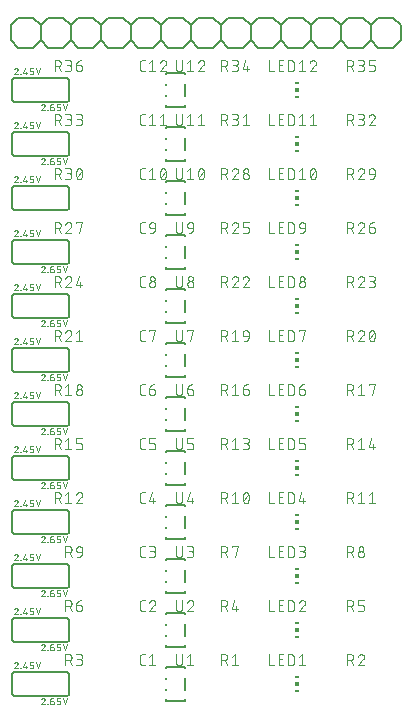
<source format=gbr>
G04 EAGLE Gerber RS-274X export*
G75*
%MOMM*%
%FSLAX34Y34*%
%LPD*%
%INSilkscreen Top*%
%IPPOS*%
%AMOC8*
5,1,8,0,0,1.08239X$1,22.5*%
G01*
%ADD10C,0.050800*%
%ADD11C,0.152400*%
%ADD12R,0.300000X0.150000*%
%ADD13R,0.300000X0.300000*%
%ADD14C,0.076200*%


D10*
X18598Y50165D02*
X18596Y50238D01*
X18590Y50311D01*
X18581Y50384D01*
X18567Y50455D01*
X18550Y50527D01*
X18530Y50597D01*
X18505Y50666D01*
X18477Y50733D01*
X18446Y50799D01*
X18411Y50864D01*
X18373Y50926D01*
X18331Y50986D01*
X18287Y51044D01*
X18239Y51100D01*
X18189Y51153D01*
X18136Y51203D01*
X18080Y51251D01*
X18022Y51295D01*
X17962Y51337D01*
X17900Y51375D01*
X17835Y51410D01*
X17769Y51441D01*
X17702Y51469D01*
X17633Y51494D01*
X17563Y51514D01*
X17491Y51531D01*
X17420Y51545D01*
X17347Y51554D01*
X17274Y51560D01*
X17201Y51562D01*
X17117Y51560D01*
X17034Y51554D01*
X16951Y51545D01*
X16869Y51531D01*
X16787Y51514D01*
X16706Y51492D01*
X16626Y51467D01*
X16548Y51439D01*
X16470Y51407D01*
X16395Y51371D01*
X16321Y51332D01*
X16249Y51289D01*
X16179Y51243D01*
X16112Y51194D01*
X16046Y51141D01*
X15984Y51086D01*
X15924Y51028D01*
X15866Y50967D01*
X15812Y50904D01*
X15760Y50838D01*
X15712Y50770D01*
X15667Y50699D01*
X15625Y50627D01*
X15587Y50552D01*
X15552Y50476D01*
X15521Y50399D01*
X15493Y50320D01*
X18132Y49079D02*
X18186Y49132D01*
X18237Y49189D01*
X18285Y49248D01*
X18330Y49309D01*
X18371Y49372D01*
X18410Y49438D01*
X18445Y49505D01*
X18477Y49574D01*
X18505Y49645D01*
X18529Y49716D01*
X18550Y49789D01*
X18567Y49863D01*
X18581Y49938D01*
X18590Y50013D01*
X18596Y50089D01*
X18598Y50165D01*
X18133Y49078D02*
X15494Y45974D01*
X18598Y45974D01*
X20731Y45974D02*
X20731Y46284D01*
X21042Y46284D01*
X21042Y45974D01*
X20731Y45974D01*
X23175Y47216D02*
X24417Y51562D01*
X23175Y47216D02*
X26279Y47216D01*
X25348Y48458D02*
X25348Y45974D01*
X28661Y45974D02*
X30524Y45974D01*
X30594Y45976D01*
X30663Y45982D01*
X30732Y45992D01*
X30800Y46005D01*
X30868Y46023D01*
X30934Y46044D01*
X30999Y46069D01*
X31063Y46097D01*
X31125Y46129D01*
X31185Y46164D01*
X31243Y46203D01*
X31298Y46245D01*
X31352Y46290D01*
X31402Y46338D01*
X31450Y46388D01*
X31495Y46442D01*
X31537Y46497D01*
X31576Y46555D01*
X31611Y46615D01*
X31643Y46677D01*
X31671Y46741D01*
X31696Y46806D01*
X31717Y46872D01*
X31735Y46940D01*
X31748Y47008D01*
X31758Y47077D01*
X31764Y47146D01*
X31766Y47216D01*
X31766Y47837D01*
X31764Y47907D01*
X31758Y47976D01*
X31748Y48045D01*
X31735Y48113D01*
X31717Y48181D01*
X31696Y48247D01*
X31671Y48312D01*
X31643Y48376D01*
X31611Y48438D01*
X31576Y48498D01*
X31537Y48556D01*
X31495Y48611D01*
X31450Y48665D01*
X31402Y48715D01*
X31352Y48763D01*
X31298Y48808D01*
X31243Y48850D01*
X31185Y48889D01*
X31125Y48924D01*
X31063Y48956D01*
X30999Y48984D01*
X30934Y49009D01*
X30868Y49030D01*
X30800Y49048D01*
X30732Y49061D01*
X30663Y49071D01*
X30594Y49077D01*
X30524Y49079D01*
X30524Y49078D02*
X28661Y49078D01*
X28661Y51562D01*
X31766Y51562D01*
X33837Y51562D02*
X35700Y45974D01*
X37563Y51562D01*
X40061Y21082D02*
X40134Y21080D01*
X40207Y21074D01*
X40280Y21065D01*
X40351Y21051D01*
X40423Y21034D01*
X40493Y21014D01*
X40562Y20989D01*
X40629Y20961D01*
X40695Y20930D01*
X40760Y20895D01*
X40822Y20857D01*
X40882Y20815D01*
X40940Y20771D01*
X40996Y20723D01*
X41049Y20673D01*
X41099Y20620D01*
X41147Y20564D01*
X41191Y20506D01*
X41233Y20446D01*
X41271Y20384D01*
X41306Y20319D01*
X41337Y20253D01*
X41365Y20186D01*
X41390Y20117D01*
X41410Y20047D01*
X41427Y19975D01*
X41441Y19904D01*
X41450Y19831D01*
X41456Y19758D01*
X41458Y19685D01*
X40061Y21082D02*
X39977Y21080D01*
X39894Y21074D01*
X39811Y21065D01*
X39729Y21051D01*
X39647Y21034D01*
X39566Y21012D01*
X39486Y20987D01*
X39408Y20959D01*
X39330Y20927D01*
X39255Y20891D01*
X39181Y20852D01*
X39109Y20809D01*
X39039Y20763D01*
X38972Y20714D01*
X38906Y20661D01*
X38844Y20606D01*
X38784Y20548D01*
X38726Y20487D01*
X38672Y20424D01*
X38620Y20358D01*
X38572Y20290D01*
X38527Y20219D01*
X38485Y20147D01*
X38447Y20072D01*
X38412Y19996D01*
X38381Y19919D01*
X38353Y19840D01*
X40992Y18599D02*
X41046Y18652D01*
X41097Y18709D01*
X41145Y18768D01*
X41190Y18829D01*
X41231Y18892D01*
X41270Y18958D01*
X41305Y19025D01*
X41337Y19094D01*
X41365Y19165D01*
X41389Y19236D01*
X41410Y19309D01*
X41427Y19383D01*
X41441Y19458D01*
X41450Y19533D01*
X41456Y19609D01*
X41458Y19685D01*
X40993Y18598D02*
X38354Y15494D01*
X41458Y15494D01*
X43591Y15494D02*
X43591Y15804D01*
X43902Y15804D01*
X43902Y15494D01*
X43591Y15494D01*
X46035Y18598D02*
X47898Y18598D01*
X47898Y18599D02*
X47968Y18597D01*
X48037Y18591D01*
X48106Y18581D01*
X48174Y18568D01*
X48242Y18550D01*
X48308Y18529D01*
X48373Y18504D01*
X48437Y18476D01*
X48499Y18444D01*
X48559Y18409D01*
X48617Y18370D01*
X48672Y18328D01*
X48726Y18283D01*
X48776Y18235D01*
X48824Y18185D01*
X48869Y18131D01*
X48911Y18076D01*
X48950Y18018D01*
X48985Y17958D01*
X49017Y17896D01*
X49045Y17832D01*
X49070Y17767D01*
X49091Y17701D01*
X49109Y17633D01*
X49122Y17565D01*
X49132Y17496D01*
X49138Y17427D01*
X49140Y17357D01*
X49139Y17357D02*
X49139Y17046D01*
X49137Y16969D01*
X49131Y16891D01*
X49122Y16815D01*
X49108Y16738D01*
X49091Y16663D01*
X49070Y16589D01*
X49045Y16515D01*
X49017Y16443D01*
X48985Y16373D01*
X48950Y16304D01*
X48911Y16237D01*
X48869Y16172D01*
X48824Y16109D01*
X48776Y16048D01*
X48725Y15990D01*
X48671Y15935D01*
X48614Y15882D01*
X48555Y15833D01*
X48493Y15786D01*
X48429Y15742D01*
X48363Y15702D01*
X48295Y15665D01*
X48225Y15631D01*
X48154Y15601D01*
X48081Y15575D01*
X48007Y15552D01*
X47932Y15533D01*
X47857Y15518D01*
X47780Y15506D01*
X47703Y15498D01*
X47626Y15494D01*
X47548Y15494D01*
X47471Y15498D01*
X47394Y15506D01*
X47317Y15518D01*
X47242Y15533D01*
X47167Y15552D01*
X47093Y15575D01*
X47020Y15601D01*
X46949Y15631D01*
X46879Y15665D01*
X46811Y15702D01*
X46745Y15742D01*
X46681Y15786D01*
X46619Y15833D01*
X46560Y15882D01*
X46503Y15935D01*
X46449Y15990D01*
X46398Y16048D01*
X46350Y16109D01*
X46305Y16172D01*
X46263Y16237D01*
X46224Y16304D01*
X46189Y16373D01*
X46157Y16443D01*
X46129Y16515D01*
X46104Y16589D01*
X46083Y16663D01*
X46066Y16738D01*
X46052Y16815D01*
X46043Y16891D01*
X46037Y16969D01*
X46035Y17046D01*
X46035Y18598D01*
X46034Y18598D02*
X46036Y18696D01*
X46042Y18793D01*
X46051Y18890D01*
X46065Y18987D01*
X46082Y19083D01*
X46103Y19178D01*
X46127Y19272D01*
X46156Y19366D01*
X46188Y19458D01*
X46223Y19549D01*
X46262Y19638D01*
X46305Y19726D01*
X46351Y19812D01*
X46400Y19896D01*
X46453Y19978D01*
X46508Y20058D01*
X46567Y20136D01*
X46629Y20211D01*
X46694Y20284D01*
X46762Y20354D01*
X46832Y20422D01*
X46905Y20487D01*
X46980Y20549D01*
X47058Y20608D01*
X47138Y20663D01*
X47220Y20716D01*
X47304Y20765D01*
X47390Y20811D01*
X47478Y20854D01*
X47567Y20893D01*
X47658Y20928D01*
X47750Y20960D01*
X47844Y20989D01*
X47938Y21013D01*
X48033Y21034D01*
X48129Y21051D01*
X48226Y21065D01*
X48323Y21074D01*
X48420Y21080D01*
X48518Y21082D01*
X51521Y15494D02*
X53384Y15494D01*
X53454Y15496D01*
X53523Y15502D01*
X53592Y15512D01*
X53660Y15525D01*
X53728Y15543D01*
X53794Y15564D01*
X53859Y15589D01*
X53923Y15617D01*
X53985Y15649D01*
X54045Y15684D01*
X54103Y15723D01*
X54158Y15765D01*
X54212Y15810D01*
X54262Y15858D01*
X54310Y15908D01*
X54355Y15962D01*
X54397Y16017D01*
X54436Y16075D01*
X54471Y16135D01*
X54503Y16197D01*
X54531Y16261D01*
X54556Y16326D01*
X54577Y16392D01*
X54595Y16460D01*
X54608Y16528D01*
X54618Y16597D01*
X54624Y16666D01*
X54626Y16736D01*
X54626Y17357D01*
X54624Y17427D01*
X54618Y17496D01*
X54608Y17565D01*
X54595Y17633D01*
X54577Y17701D01*
X54556Y17767D01*
X54531Y17832D01*
X54503Y17896D01*
X54471Y17958D01*
X54436Y18018D01*
X54397Y18076D01*
X54355Y18131D01*
X54310Y18185D01*
X54262Y18235D01*
X54212Y18283D01*
X54158Y18328D01*
X54103Y18370D01*
X54045Y18409D01*
X53985Y18444D01*
X53923Y18476D01*
X53859Y18504D01*
X53794Y18529D01*
X53728Y18550D01*
X53660Y18568D01*
X53592Y18581D01*
X53523Y18591D01*
X53454Y18597D01*
X53384Y18599D01*
X53384Y18598D02*
X51521Y18598D01*
X51521Y21082D01*
X54626Y21082D01*
X56697Y21082D02*
X58560Y15494D01*
X60423Y21082D01*
X18598Y95885D02*
X18596Y95958D01*
X18590Y96031D01*
X18581Y96104D01*
X18567Y96175D01*
X18550Y96247D01*
X18530Y96317D01*
X18505Y96386D01*
X18477Y96453D01*
X18446Y96519D01*
X18411Y96584D01*
X18373Y96646D01*
X18331Y96706D01*
X18287Y96764D01*
X18239Y96820D01*
X18189Y96873D01*
X18136Y96923D01*
X18080Y96971D01*
X18022Y97015D01*
X17962Y97057D01*
X17900Y97095D01*
X17835Y97130D01*
X17769Y97161D01*
X17702Y97189D01*
X17633Y97214D01*
X17563Y97234D01*
X17491Y97251D01*
X17420Y97265D01*
X17347Y97274D01*
X17274Y97280D01*
X17201Y97282D01*
X17117Y97280D01*
X17034Y97274D01*
X16951Y97265D01*
X16869Y97251D01*
X16787Y97234D01*
X16706Y97212D01*
X16626Y97187D01*
X16548Y97159D01*
X16470Y97127D01*
X16395Y97091D01*
X16321Y97052D01*
X16249Y97009D01*
X16179Y96963D01*
X16112Y96914D01*
X16046Y96861D01*
X15984Y96806D01*
X15924Y96748D01*
X15866Y96687D01*
X15812Y96624D01*
X15760Y96558D01*
X15712Y96490D01*
X15667Y96419D01*
X15625Y96347D01*
X15587Y96272D01*
X15552Y96196D01*
X15521Y96119D01*
X15493Y96040D01*
X18132Y94799D02*
X18186Y94852D01*
X18237Y94909D01*
X18285Y94968D01*
X18330Y95029D01*
X18371Y95092D01*
X18410Y95158D01*
X18445Y95225D01*
X18477Y95294D01*
X18505Y95365D01*
X18529Y95436D01*
X18550Y95509D01*
X18567Y95583D01*
X18581Y95658D01*
X18590Y95733D01*
X18596Y95809D01*
X18598Y95885D01*
X18133Y94798D02*
X15494Y91694D01*
X18598Y91694D01*
X20731Y91694D02*
X20731Y92004D01*
X21042Y92004D01*
X21042Y91694D01*
X20731Y91694D01*
X23175Y92936D02*
X24417Y97282D01*
X23175Y92936D02*
X26279Y92936D01*
X25348Y94178D02*
X25348Y91694D01*
X28661Y91694D02*
X30524Y91694D01*
X30594Y91696D01*
X30663Y91702D01*
X30732Y91712D01*
X30800Y91725D01*
X30868Y91743D01*
X30934Y91764D01*
X30999Y91789D01*
X31063Y91817D01*
X31125Y91849D01*
X31185Y91884D01*
X31243Y91923D01*
X31298Y91965D01*
X31352Y92010D01*
X31402Y92058D01*
X31450Y92108D01*
X31495Y92162D01*
X31537Y92217D01*
X31576Y92275D01*
X31611Y92335D01*
X31643Y92397D01*
X31671Y92461D01*
X31696Y92526D01*
X31717Y92592D01*
X31735Y92660D01*
X31748Y92728D01*
X31758Y92797D01*
X31764Y92866D01*
X31766Y92936D01*
X31766Y93557D01*
X31764Y93627D01*
X31758Y93696D01*
X31748Y93765D01*
X31735Y93833D01*
X31717Y93901D01*
X31696Y93967D01*
X31671Y94032D01*
X31643Y94096D01*
X31611Y94158D01*
X31576Y94218D01*
X31537Y94276D01*
X31495Y94331D01*
X31450Y94385D01*
X31402Y94435D01*
X31352Y94483D01*
X31298Y94528D01*
X31243Y94570D01*
X31185Y94609D01*
X31125Y94644D01*
X31063Y94676D01*
X30999Y94704D01*
X30934Y94729D01*
X30868Y94750D01*
X30800Y94768D01*
X30732Y94781D01*
X30663Y94791D01*
X30594Y94797D01*
X30524Y94799D01*
X30524Y94798D02*
X28661Y94798D01*
X28661Y97282D01*
X31766Y97282D01*
X33837Y97282D02*
X35700Y91694D01*
X37563Y97282D01*
X40061Y66802D02*
X40134Y66800D01*
X40207Y66794D01*
X40280Y66785D01*
X40351Y66771D01*
X40423Y66754D01*
X40493Y66734D01*
X40562Y66709D01*
X40629Y66681D01*
X40695Y66650D01*
X40760Y66615D01*
X40822Y66577D01*
X40882Y66535D01*
X40940Y66491D01*
X40996Y66443D01*
X41049Y66393D01*
X41099Y66340D01*
X41147Y66284D01*
X41191Y66226D01*
X41233Y66166D01*
X41271Y66104D01*
X41306Y66039D01*
X41337Y65973D01*
X41365Y65906D01*
X41390Y65837D01*
X41410Y65767D01*
X41427Y65695D01*
X41441Y65624D01*
X41450Y65551D01*
X41456Y65478D01*
X41458Y65405D01*
X40061Y66802D02*
X39977Y66800D01*
X39894Y66794D01*
X39811Y66785D01*
X39729Y66771D01*
X39647Y66754D01*
X39566Y66732D01*
X39486Y66707D01*
X39408Y66679D01*
X39330Y66647D01*
X39255Y66611D01*
X39181Y66572D01*
X39109Y66529D01*
X39039Y66483D01*
X38972Y66434D01*
X38906Y66381D01*
X38844Y66326D01*
X38784Y66268D01*
X38726Y66207D01*
X38672Y66144D01*
X38620Y66078D01*
X38572Y66010D01*
X38527Y65939D01*
X38485Y65867D01*
X38447Y65792D01*
X38412Y65716D01*
X38381Y65639D01*
X38353Y65560D01*
X40992Y64319D02*
X41046Y64372D01*
X41097Y64429D01*
X41145Y64488D01*
X41190Y64549D01*
X41231Y64612D01*
X41270Y64678D01*
X41305Y64745D01*
X41337Y64814D01*
X41365Y64885D01*
X41389Y64956D01*
X41410Y65029D01*
X41427Y65103D01*
X41441Y65178D01*
X41450Y65253D01*
X41456Y65329D01*
X41458Y65405D01*
X40993Y64318D02*
X38354Y61214D01*
X41458Y61214D01*
X43591Y61214D02*
X43591Y61524D01*
X43902Y61524D01*
X43902Y61214D01*
X43591Y61214D01*
X46035Y64318D02*
X47898Y64318D01*
X47898Y64319D02*
X47968Y64317D01*
X48037Y64311D01*
X48106Y64301D01*
X48174Y64288D01*
X48242Y64270D01*
X48308Y64249D01*
X48373Y64224D01*
X48437Y64196D01*
X48499Y64164D01*
X48559Y64129D01*
X48617Y64090D01*
X48672Y64048D01*
X48726Y64003D01*
X48776Y63955D01*
X48824Y63905D01*
X48869Y63851D01*
X48911Y63796D01*
X48950Y63738D01*
X48985Y63678D01*
X49017Y63616D01*
X49045Y63552D01*
X49070Y63487D01*
X49091Y63421D01*
X49109Y63353D01*
X49122Y63285D01*
X49132Y63216D01*
X49138Y63147D01*
X49140Y63077D01*
X49139Y63077D02*
X49139Y62766D01*
X49137Y62689D01*
X49131Y62611D01*
X49122Y62535D01*
X49108Y62458D01*
X49091Y62383D01*
X49070Y62309D01*
X49045Y62235D01*
X49017Y62163D01*
X48985Y62093D01*
X48950Y62024D01*
X48911Y61957D01*
X48869Y61892D01*
X48824Y61829D01*
X48776Y61768D01*
X48725Y61710D01*
X48671Y61655D01*
X48614Y61602D01*
X48555Y61553D01*
X48493Y61506D01*
X48429Y61462D01*
X48363Y61422D01*
X48295Y61385D01*
X48225Y61351D01*
X48154Y61321D01*
X48081Y61295D01*
X48007Y61272D01*
X47932Y61253D01*
X47857Y61238D01*
X47780Y61226D01*
X47703Y61218D01*
X47626Y61214D01*
X47548Y61214D01*
X47471Y61218D01*
X47394Y61226D01*
X47317Y61238D01*
X47242Y61253D01*
X47167Y61272D01*
X47093Y61295D01*
X47020Y61321D01*
X46949Y61351D01*
X46879Y61385D01*
X46811Y61422D01*
X46745Y61462D01*
X46681Y61506D01*
X46619Y61553D01*
X46560Y61602D01*
X46503Y61655D01*
X46449Y61710D01*
X46398Y61768D01*
X46350Y61829D01*
X46305Y61892D01*
X46263Y61957D01*
X46224Y62024D01*
X46189Y62093D01*
X46157Y62163D01*
X46129Y62235D01*
X46104Y62309D01*
X46083Y62383D01*
X46066Y62458D01*
X46052Y62535D01*
X46043Y62611D01*
X46037Y62689D01*
X46035Y62766D01*
X46035Y64318D01*
X46034Y64318D02*
X46036Y64416D01*
X46042Y64513D01*
X46051Y64610D01*
X46065Y64707D01*
X46082Y64803D01*
X46103Y64898D01*
X46127Y64992D01*
X46156Y65086D01*
X46188Y65178D01*
X46223Y65269D01*
X46262Y65358D01*
X46305Y65446D01*
X46351Y65532D01*
X46400Y65616D01*
X46453Y65698D01*
X46508Y65778D01*
X46567Y65856D01*
X46629Y65931D01*
X46694Y66004D01*
X46762Y66074D01*
X46832Y66142D01*
X46905Y66207D01*
X46980Y66269D01*
X47058Y66328D01*
X47138Y66383D01*
X47220Y66436D01*
X47304Y66485D01*
X47390Y66531D01*
X47478Y66574D01*
X47567Y66613D01*
X47658Y66648D01*
X47750Y66680D01*
X47844Y66709D01*
X47938Y66733D01*
X48033Y66754D01*
X48129Y66771D01*
X48226Y66785D01*
X48323Y66794D01*
X48420Y66800D01*
X48518Y66802D01*
X51521Y61214D02*
X53384Y61214D01*
X53454Y61216D01*
X53523Y61222D01*
X53592Y61232D01*
X53660Y61245D01*
X53728Y61263D01*
X53794Y61284D01*
X53859Y61309D01*
X53923Y61337D01*
X53985Y61369D01*
X54045Y61404D01*
X54103Y61443D01*
X54158Y61485D01*
X54212Y61530D01*
X54262Y61578D01*
X54310Y61628D01*
X54355Y61682D01*
X54397Y61737D01*
X54436Y61795D01*
X54471Y61855D01*
X54503Y61917D01*
X54531Y61981D01*
X54556Y62046D01*
X54577Y62112D01*
X54595Y62180D01*
X54608Y62248D01*
X54618Y62317D01*
X54624Y62386D01*
X54626Y62456D01*
X54626Y63077D01*
X54624Y63147D01*
X54618Y63216D01*
X54608Y63285D01*
X54595Y63353D01*
X54577Y63421D01*
X54556Y63487D01*
X54531Y63552D01*
X54503Y63616D01*
X54471Y63678D01*
X54436Y63738D01*
X54397Y63796D01*
X54355Y63851D01*
X54310Y63905D01*
X54262Y63955D01*
X54212Y64003D01*
X54158Y64048D01*
X54103Y64090D01*
X54045Y64129D01*
X53985Y64164D01*
X53923Y64196D01*
X53859Y64224D01*
X53794Y64249D01*
X53728Y64270D01*
X53660Y64288D01*
X53592Y64301D01*
X53523Y64311D01*
X53454Y64317D01*
X53384Y64319D01*
X53384Y64318D02*
X51521Y64318D01*
X51521Y66802D01*
X54626Y66802D01*
X56697Y66802D02*
X58560Y61214D01*
X60423Y66802D01*
X18598Y141605D02*
X18596Y141678D01*
X18590Y141751D01*
X18581Y141824D01*
X18567Y141895D01*
X18550Y141967D01*
X18530Y142037D01*
X18505Y142106D01*
X18477Y142173D01*
X18446Y142239D01*
X18411Y142304D01*
X18373Y142366D01*
X18331Y142426D01*
X18287Y142484D01*
X18239Y142540D01*
X18189Y142593D01*
X18136Y142643D01*
X18080Y142691D01*
X18022Y142735D01*
X17962Y142777D01*
X17900Y142815D01*
X17835Y142850D01*
X17769Y142881D01*
X17702Y142909D01*
X17633Y142934D01*
X17563Y142954D01*
X17491Y142971D01*
X17420Y142985D01*
X17347Y142994D01*
X17274Y143000D01*
X17201Y143002D01*
X17117Y143000D01*
X17034Y142994D01*
X16951Y142985D01*
X16869Y142971D01*
X16787Y142954D01*
X16706Y142932D01*
X16626Y142907D01*
X16548Y142879D01*
X16470Y142847D01*
X16395Y142811D01*
X16321Y142772D01*
X16249Y142729D01*
X16179Y142683D01*
X16112Y142634D01*
X16046Y142581D01*
X15984Y142526D01*
X15924Y142468D01*
X15866Y142407D01*
X15812Y142344D01*
X15760Y142278D01*
X15712Y142210D01*
X15667Y142139D01*
X15625Y142067D01*
X15587Y141992D01*
X15552Y141916D01*
X15521Y141839D01*
X15493Y141760D01*
X18132Y140519D02*
X18186Y140572D01*
X18237Y140629D01*
X18285Y140688D01*
X18330Y140749D01*
X18371Y140812D01*
X18410Y140878D01*
X18445Y140945D01*
X18477Y141014D01*
X18505Y141085D01*
X18529Y141156D01*
X18550Y141229D01*
X18567Y141303D01*
X18581Y141378D01*
X18590Y141453D01*
X18596Y141529D01*
X18598Y141605D01*
X18133Y140518D02*
X15494Y137414D01*
X18598Y137414D01*
X20731Y137414D02*
X20731Y137724D01*
X21042Y137724D01*
X21042Y137414D01*
X20731Y137414D01*
X23175Y138656D02*
X24417Y143002D01*
X23175Y138656D02*
X26279Y138656D01*
X25348Y139898D02*
X25348Y137414D01*
X28661Y137414D02*
X30524Y137414D01*
X30594Y137416D01*
X30663Y137422D01*
X30732Y137432D01*
X30800Y137445D01*
X30868Y137463D01*
X30934Y137484D01*
X30999Y137509D01*
X31063Y137537D01*
X31125Y137569D01*
X31185Y137604D01*
X31243Y137643D01*
X31298Y137685D01*
X31352Y137730D01*
X31402Y137778D01*
X31450Y137828D01*
X31495Y137882D01*
X31537Y137937D01*
X31576Y137995D01*
X31611Y138055D01*
X31643Y138117D01*
X31671Y138181D01*
X31696Y138246D01*
X31717Y138312D01*
X31735Y138380D01*
X31748Y138448D01*
X31758Y138517D01*
X31764Y138586D01*
X31766Y138656D01*
X31766Y139277D01*
X31764Y139347D01*
X31758Y139416D01*
X31748Y139485D01*
X31735Y139553D01*
X31717Y139621D01*
X31696Y139687D01*
X31671Y139752D01*
X31643Y139816D01*
X31611Y139878D01*
X31576Y139938D01*
X31537Y139996D01*
X31495Y140051D01*
X31450Y140105D01*
X31402Y140155D01*
X31352Y140203D01*
X31298Y140248D01*
X31243Y140290D01*
X31185Y140329D01*
X31125Y140364D01*
X31063Y140396D01*
X30999Y140424D01*
X30934Y140449D01*
X30868Y140470D01*
X30800Y140488D01*
X30732Y140501D01*
X30663Y140511D01*
X30594Y140517D01*
X30524Y140519D01*
X30524Y140518D02*
X28661Y140518D01*
X28661Y143002D01*
X31766Y143002D01*
X33837Y143002D02*
X35700Y137414D01*
X37563Y143002D01*
X40061Y112522D02*
X40134Y112520D01*
X40207Y112514D01*
X40280Y112505D01*
X40351Y112491D01*
X40423Y112474D01*
X40493Y112454D01*
X40562Y112429D01*
X40629Y112401D01*
X40695Y112370D01*
X40760Y112335D01*
X40822Y112297D01*
X40882Y112255D01*
X40940Y112211D01*
X40996Y112163D01*
X41049Y112113D01*
X41099Y112060D01*
X41147Y112004D01*
X41191Y111946D01*
X41233Y111886D01*
X41271Y111824D01*
X41306Y111759D01*
X41337Y111693D01*
X41365Y111626D01*
X41390Y111557D01*
X41410Y111487D01*
X41427Y111415D01*
X41441Y111344D01*
X41450Y111271D01*
X41456Y111198D01*
X41458Y111125D01*
X40061Y112522D02*
X39977Y112520D01*
X39894Y112514D01*
X39811Y112505D01*
X39729Y112491D01*
X39647Y112474D01*
X39566Y112452D01*
X39486Y112427D01*
X39408Y112399D01*
X39330Y112367D01*
X39255Y112331D01*
X39181Y112292D01*
X39109Y112249D01*
X39039Y112203D01*
X38972Y112154D01*
X38906Y112101D01*
X38844Y112046D01*
X38784Y111988D01*
X38726Y111927D01*
X38672Y111864D01*
X38620Y111798D01*
X38572Y111730D01*
X38527Y111659D01*
X38485Y111587D01*
X38447Y111512D01*
X38412Y111436D01*
X38381Y111359D01*
X38353Y111280D01*
X40992Y110039D02*
X41046Y110092D01*
X41097Y110149D01*
X41145Y110208D01*
X41190Y110269D01*
X41231Y110332D01*
X41270Y110398D01*
X41305Y110465D01*
X41337Y110534D01*
X41365Y110605D01*
X41389Y110676D01*
X41410Y110749D01*
X41427Y110823D01*
X41441Y110898D01*
X41450Y110973D01*
X41456Y111049D01*
X41458Y111125D01*
X40993Y110038D02*
X38354Y106934D01*
X41458Y106934D01*
X43591Y106934D02*
X43591Y107244D01*
X43902Y107244D01*
X43902Y106934D01*
X43591Y106934D01*
X46035Y110038D02*
X47898Y110038D01*
X47898Y110039D02*
X47968Y110037D01*
X48037Y110031D01*
X48106Y110021D01*
X48174Y110008D01*
X48242Y109990D01*
X48308Y109969D01*
X48373Y109944D01*
X48437Y109916D01*
X48499Y109884D01*
X48559Y109849D01*
X48617Y109810D01*
X48672Y109768D01*
X48726Y109723D01*
X48776Y109675D01*
X48824Y109625D01*
X48869Y109571D01*
X48911Y109516D01*
X48950Y109458D01*
X48985Y109398D01*
X49017Y109336D01*
X49045Y109272D01*
X49070Y109207D01*
X49091Y109141D01*
X49109Y109073D01*
X49122Y109005D01*
X49132Y108936D01*
X49138Y108867D01*
X49140Y108797D01*
X49139Y108797D02*
X49139Y108486D01*
X49137Y108409D01*
X49131Y108331D01*
X49122Y108255D01*
X49108Y108178D01*
X49091Y108103D01*
X49070Y108029D01*
X49045Y107955D01*
X49017Y107883D01*
X48985Y107813D01*
X48950Y107744D01*
X48911Y107677D01*
X48869Y107612D01*
X48824Y107549D01*
X48776Y107488D01*
X48725Y107430D01*
X48671Y107375D01*
X48614Y107322D01*
X48555Y107273D01*
X48493Y107226D01*
X48429Y107182D01*
X48363Y107142D01*
X48295Y107105D01*
X48225Y107071D01*
X48154Y107041D01*
X48081Y107015D01*
X48007Y106992D01*
X47932Y106973D01*
X47857Y106958D01*
X47780Y106946D01*
X47703Y106938D01*
X47626Y106934D01*
X47548Y106934D01*
X47471Y106938D01*
X47394Y106946D01*
X47317Y106958D01*
X47242Y106973D01*
X47167Y106992D01*
X47093Y107015D01*
X47020Y107041D01*
X46949Y107071D01*
X46879Y107105D01*
X46811Y107142D01*
X46745Y107182D01*
X46681Y107226D01*
X46619Y107273D01*
X46560Y107322D01*
X46503Y107375D01*
X46449Y107430D01*
X46398Y107488D01*
X46350Y107549D01*
X46305Y107612D01*
X46263Y107677D01*
X46224Y107744D01*
X46189Y107813D01*
X46157Y107883D01*
X46129Y107955D01*
X46104Y108029D01*
X46083Y108103D01*
X46066Y108178D01*
X46052Y108255D01*
X46043Y108331D01*
X46037Y108409D01*
X46035Y108486D01*
X46035Y110038D01*
X46034Y110038D02*
X46036Y110136D01*
X46042Y110233D01*
X46051Y110330D01*
X46065Y110427D01*
X46082Y110523D01*
X46103Y110618D01*
X46127Y110712D01*
X46156Y110806D01*
X46188Y110898D01*
X46223Y110989D01*
X46262Y111078D01*
X46305Y111166D01*
X46351Y111252D01*
X46400Y111336D01*
X46453Y111418D01*
X46508Y111498D01*
X46567Y111576D01*
X46629Y111651D01*
X46694Y111724D01*
X46762Y111794D01*
X46832Y111862D01*
X46905Y111927D01*
X46980Y111989D01*
X47058Y112048D01*
X47138Y112103D01*
X47220Y112156D01*
X47304Y112205D01*
X47390Y112251D01*
X47478Y112294D01*
X47567Y112333D01*
X47658Y112368D01*
X47750Y112400D01*
X47844Y112429D01*
X47938Y112453D01*
X48033Y112474D01*
X48129Y112491D01*
X48226Y112505D01*
X48323Y112514D01*
X48420Y112520D01*
X48518Y112522D01*
X51521Y106934D02*
X53384Y106934D01*
X53454Y106936D01*
X53523Y106942D01*
X53592Y106952D01*
X53660Y106965D01*
X53728Y106983D01*
X53794Y107004D01*
X53859Y107029D01*
X53923Y107057D01*
X53985Y107089D01*
X54045Y107124D01*
X54103Y107163D01*
X54158Y107205D01*
X54212Y107250D01*
X54262Y107298D01*
X54310Y107348D01*
X54355Y107402D01*
X54397Y107457D01*
X54436Y107515D01*
X54471Y107575D01*
X54503Y107637D01*
X54531Y107701D01*
X54556Y107766D01*
X54577Y107832D01*
X54595Y107900D01*
X54608Y107968D01*
X54618Y108037D01*
X54624Y108106D01*
X54626Y108176D01*
X54626Y108797D01*
X54624Y108867D01*
X54618Y108936D01*
X54608Y109005D01*
X54595Y109073D01*
X54577Y109141D01*
X54556Y109207D01*
X54531Y109272D01*
X54503Y109336D01*
X54471Y109398D01*
X54436Y109458D01*
X54397Y109516D01*
X54355Y109571D01*
X54310Y109625D01*
X54262Y109675D01*
X54212Y109723D01*
X54158Y109768D01*
X54103Y109810D01*
X54045Y109849D01*
X53985Y109884D01*
X53923Y109916D01*
X53859Y109944D01*
X53794Y109969D01*
X53728Y109990D01*
X53660Y110008D01*
X53592Y110021D01*
X53523Y110031D01*
X53454Y110037D01*
X53384Y110039D01*
X53384Y110038D02*
X51521Y110038D01*
X51521Y112522D01*
X54626Y112522D01*
X56697Y112522D02*
X58560Y106934D01*
X60423Y112522D01*
X18598Y187325D02*
X18596Y187398D01*
X18590Y187471D01*
X18581Y187544D01*
X18567Y187615D01*
X18550Y187687D01*
X18530Y187757D01*
X18505Y187826D01*
X18477Y187893D01*
X18446Y187959D01*
X18411Y188024D01*
X18373Y188086D01*
X18331Y188146D01*
X18287Y188204D01*
X18239Y188260D01*
X18189Y188313D01*
X18136Y188363D01*
X18080Y188411D01*
X18022Y188455D01*
X17962Y188497D01*
X17900Y188535D01*
X17835Y188570D01*
X17769Y188601D01*
X17702Y188629D01*
X17633Y188654D01*
X17563Y188674D01*
X17491Y188691D01*
X17420Y188705D01*
X17347Y188714D01*
X17274Y188720D01*
X17201Y188722D01*
X17117Y188720D01*
X17034Y188714D01*
X16951Y188705D01*
X16869Y188691D01*
X16787Y188674D01*
X16706Y188652D01*
X16626Y188627D01*
X16548Y188599D01*
X16470Y188567D01*
X16395Y188531D01*
X16321Y188492D01*
X16249Y188449D01*
X16179Y188403D01*
X16112Y188354D01*
X16046Y188301D01*
X15984Y188246D01*
X15924Y188188D01*
X15866Y188127D01*
X15812Y188064D01*
X15760Y187998D01*
X15712Y187930D01*
X15667Y187859D01*
X15625Y187787D01*
X15587Y187712D01*
X15552Y187636D01*
X15521Y187559D01*
X15493Y187480D01*
X18132Y186239D02*
X18186Y186292D01*
X18237Y186349D01*
X18285Y186408D01*
X18330Y186469D01*
X18371Y186532D01*
X18410Y186598D01*
X18445Y186665D01*
X18477Y186734D01*
X18505Y186805D01*
X18529Y186876D01*
X18550Y186949D01*
X18567Y187023D01*
X18581Y187098D01*
X18590Y187173D01*
X18596Y187249D01*
X18598Y187325D01*
X18133Y186238D02*
X15494Y183134D01*
X18598Y183134D01*
X20731Y183134D02*
X20731Y183444D01*
X21042Y183444D01*
X21042Y183134D01*
X20731Y183134D01*
X23175Y184376D02*
X24417Y188722D01*
X23175Y184376D02*
X26279Y184376D01*
X25348Y185618D02*
X25348Y183134D01*
X28661Y183134D02*
X30524Y183134D01*
X30594Y183136D01*
X30663Y183142D01*
X30732Y183152D01*
X30800Y183165D01*
X30868Y183183D01*
X30934Y183204D01*
X30999Y183229D01*
X31063Y183257D01*
X31125Y183289D01*
X31185Y183324D01*
X31243Y183363D01*
X31298Y183405D01*
X31352Y183450D01*
X31402Y183498D01*
X31450Y183548D01*
X31495Y183602D01*
X31537Y183657D01*
X31576Y183715D01*
X31611Y183775D01*
X31643Y183837D01*
X31671Y183901D01*
X31696Y183966D01*
X31717Y184032D01*
X31735Y184100D01*
X31748Y184168D01*
X31758Y184237D01*
X31764Y184306D01*
X31766Y184376D01*
X31766Y184997D01*
X31764Y185067D01*
X31758Y185136D01*
X31748Y185205D01*
X31735Y185273D01*
X31717Y185341D01*
X31696Y185407D01*
X31671Y185472D01*
X31643Y185536D01*
X31611Y185598D01*
X31576Y185658D01*
X31537Y185716D01*
X31495Y185771D01*
X31450Y185825D01*
X31402Y185875D01*
X31352Y185923D01*
X31298Y185968D01*
X31243Y186010D01*
X31185Y186049D01*
X31125Y186084D01*
X31063Y186116D01*
X30999Y186144D01*
X30934Y186169D01*
X30868Y186190D01*
X30800Y186208D01*
X30732Y186221D01*
X30663Y186231D01*
X30594Y186237D01*
X30524Y186239D01*
X30524Y186238D02*
X28661Y186238D01*
X28661Y188722D01*
X31766Y188722D01*
X33837Y188722D02*
X35700Y183134D01*
X37563Y188722D01*
X40061Y158242D02*
X40134Y158240D01*
X40207Y158234D01*
X40280Y158225D01*
X40351Y158211D01*
X40423Y158194D01*
X40493Y158174D01*
X40562Y158149D01*
X40629Y158121D01*
X40695Y158090D01*
X40760Y158055D01*
X40822Y158017D01*
X40882Y157975D01*
X40940Y157931D01*
X40996Y157883D01*
X41049Y157833D01*
X41099Y157780D01*
X41147Y157724D01*
X41191Y157666D01*
X41233Y157606D01*
X41271Y157544D01*
X41306Y157479D01*
X41337Y157413D01*
X41365Y157346D01*
X41390Y157277D01*
X41410Y157207D01*
X41427Y157135D01*
X41441Y157064D01*
X41450Y156991D01*
X41456Y156918D01*
X41458Y156845D01*
X40061Y158242D02*
X39977Y158240D01*
X39894Y158234D01*
X39811Y158225D01*
X39729Y158211D01*
X39647Y158194D01*
X39566Y158172D01*
X39486Y158147D01*
X39408Y158119D01*
X39330Y158087D01*
X39255Y158051D01*
X39181Y158012D01*
X39109Y157969D01*
X39039Y157923D01*
X38972Y157874D01*
X38906Y157821D01*
X38844Y157766D01*
X38784Y157708D01*
X38726Y157647D01*
X38672Y157584D01*
X38620Y157518D01*
X38572Y157450D01*
X38527Y157379D01*
X38485Y157307D01*
X38447Y157232D01*
X38412Y157156D01*
X38381Y157079D01*
X38353Y157000D01*
X40992Y155759D02*
X41046Y155812D01*
X41097Y155869D01*
X41145Y155928D01*
X41190Y155989D01*
X41231Y156052D01*
X41270Y156118D01*
X41305Y156185D01*
X41337Y156254D01*
X41365Y156325D01*
X41389Y156396D01*
X41410Y156469D01*
X41427Y156543D01*
X41441Y156618D01*
X41450Y156693D01*
X41456Y156769D01*
X41458Y156845D01*
X40993Y155758D02*
X38354Y152654D01*
X41458Y152654D01*
X43591Y152654D02*
X43591Y152964D01*
X43902Y152964D01*
X43902Y152654D01*
X43591Y152654D01*
X46035Y155758D02*
X47898Y155758D01*
X47898Y155759D02*
X47968Y155757D01*
X48037Y155751D01*
X48106Y155741D01*
X48174Y155728D01*
X48242Y155710D01*
X48308Y155689D01*
X48373Y155664D01*
X48437Y155636D01*
X48499Y155604D01*
X48559Y155569D01*
X48617Y155530D01*
X48672Y155488D01*
X48726Y155443D01*
X48776Y155395D01*
X48824Y155345D01*
X48869Y155291D01*
X48911Y155236D01*
X48950Y155178D01*
X48985Y155118D01*
X49017Y155056D01*
X49045Y154992D01*
X49070Y154927D01*
X49091Y154861D01*
X49109Y154793D01*
X49122Y154725D01*
X49132Y154656D01*
X49138Y154587D01*
X49140Y154517D01*
X49139Y154517D02*
X49139Y154206D01*
X49137Y154129D01*
X49131Y154051D01*
X49122Y153975D01*
X49108Y153898D01*
X49091Y153823D01*
X49070Y153749D01*
X49045Y153675D01*
X49017Y153603D01*
X48985Y153533D01*
X48950Y153464D01*
X48911Y153397D01*
X48869Y153332D01*
X48824Y153269D01*
X48776Y153208D01*
X48725Y153150D01*
X48671Y153095D01*
X48614Y153042D01*
X48555Y152993D01*
X48493Y152946D01*
X48429Y152902D01*
X48363Y152862D01*
X48295Y152825D01*
X48225Y152791D01*
X48154Y152761D01*
X48081Y152735D01*
X48007Y152712D01*
X47932Y152693D01*
X47857Y152678D01*
X47780Y152666D01*
X47703Y152658D01*
X47626Y152654D01*
X47548Y152654D01*
X47471Y152658D01*
X47394Y152666D01*
X47317Y152678D01*
X47242Y152693D01*
X47167Y152712D01*
X47093Y152735D01*
X47020Y152761D01*
X46949Y152791D01*
X46879Y152825D01*
X46811Y152862D01*
X46745Y152902D01*
X46681Y152946D01*
X46619Y152993D01*
X46560Y153042D01*
X46503Y153095D01*
X46449Y153150D01*
X46398Y153208D01*
X46350Y153269D01*
X46305Y153332D01*
X46263Y153397D01*
X46224Y153464D01*
X46189Y153533D01*
X46157Y153603D01*
X46129Y153675D01*
X46104Y153749D01*
X46083Y153823D01*
X46066Y153898D01*
X46052Y153975D01*
X46043Y154051D01*
X46037Y154129D01*
X46035Y154206D01*
X46035Y155758D01*
X46034Y155758D02*
X46036Y155856D01*
X46042Y155953D01*
X46051Y156050D01*
X46065Y156147D01*
X46082Y156243D01*
X46103Y156338D01*
X46127Y156432D01*
X46156Y156526D01*
X46188Y156618D01*
X46223Y156709D01*
X46262Y156798D01*
X46305Y156886D01*
X46351Y156972D01*
X46400Y157056D01*
X46453Y157138D01*
X46508Y157218D01*
X46567Y157296D01*
X46629Y157371D01*
X46694Y157444D01*
X46762Y157514D01*
X46832Y157582D01*
X46905Y157647D01*
X46980Y157709D01*
X47058Y157768D01*
X47138Y157823D01*
X47220Y157876D01*
X47304Y157925D01*
X47390Y157971D01*
X47478Y158014D01*
X47567Y158053D01*
X47658Y158088D01*
X47750Y158120D01*
X47844Y158149D01*
X47938Y158173D01*
X48033Y158194D01*
X48129Y158211D01*
X48226Y158225D01*
X48323Y158234D01*
X48420Y158240D01*
X48518Y158242D01*
X51521Y152654D02*
X53384Y152654D01*
X53454Y152656D01*
X53523Y152662D01*
X53592Y152672D01*
X53660Y152685D01*
X53728Y152703D01*
X53794Y152724D01*
X53859Y152749D01*
X53923Y152777D01*
X53985Y152809D01*
X54045Y152844D01*
X54103Y152883D01*
X54158Y152925D01*
X54212Y152970D01*
X54262Y153018D01*
X54310Y153068D01*
X54355Y153122D01*
X54397Y153177D01*
X54436Y153235D01*
X54471Y153295D01*
X54503Y153357D01*
X54531Y153421D01*
X54556Y153486D01*
X54577Y153552D01*
X54595Y153620D01*
X54608Y153688D01*
X54618Y153757D01*
X54624Y153826D01*
X54626Y153896D01*
X54626Y154517D01*
X54624Y154587D01*
X54618Y154656D01*
X54608Y154725D01*
X54595Y154793D01*
X54577Y154861D01*
X54556Y154927D01*
X54531Y154992D01*
X54503Y155056D01*
X54471Y155118D01*
X54436Y155178D01*
X54397Y155236D01*
X54355Y155291D01*
X54310Y155345D01*
X54262Y155395D01*
X54212Y155443D01*
X54158Y155488D01*
X54103Y155530D01*
X54045Y155569D01*
X53985Y155604D01*
X53923Y155636D01*
X53859Y155664D01*
X53794Y155689D01*
X53728Y155710D01*
X53660Y155728D01*
X53592Y155741D01*
X53523Y155751D01*
X53454Y155757D01*
X53384Y155759D01*
X53384Y155758D02*
X51521Y155758D01*
X51521Y158242D01*
X54626Y158242D01*
X56697Y158242D02*
X58560Y152654D01*
X60423Y158242D01*
X18598Y233045D02*
X18596Y233118D01*
X18590Y233191D01*
X18581Y233264D01*
X18567Y233335D01*
X18550Y233407D01*
X18530Y233477D01*
X18505Y233546D01*
X18477Y233613D01*
X18446Y233679D01*
X18411Y233744D01*
X18373Y233806D01*
X18331Y233866D01*
X18287Y233924D01*
X18239Y233980D01*
X18189Y234033D01*
X18136Y234083D01*
X18080Y234131D01*
X18022Y234175D01*
X17962Y234217D01*
X17900Y234255D01*
X17835Y234290D01*
X17769Y234321D01*
X17702Y234349D01*
X17633Y234374D01*
X17563Y234394D01*
X17491Y234411D01*
X17420Y234425D01*
X17347Y234434D01*
X17274Y234440D01*
X17201Y234442D01*
X17117Y234440D01*
X17034Y234434D01*
X16951Y234425D01*
X16869Y234411D01*
X16787Y234394D01*
X16706Y234372D01*
X16626Y234347D01*
X16548Y234319D01*
X16470Y234287D01*
X16395Y234251D01*
X16321Y234212D01*
X16249Y234169D01*
X16179Y234123D01*
X16112Y234074D01*
X16046Y234021D01*
X15984Y233966D01*
X15924Y233908D01*
X15866Y233847D01*
X15812Y233784D01*
X15760Y233718D01*
X15712Y233650D01*
X15667Y233579D01*
X15625Y233507D01*
X15587Y233432D01*
X15552Y233356D01*
X15521Y233279D01*
X15493Y233200D01*
X18132Y231959D02*
X18186Y232012D01*
X18237Y232069D01*
X18285Y232128D01*
X18330Y232189D01*
X18371Y232252D01*
X18410Y232318D01*
X18445Y232385D01*
X18477Y232454D01*
X18505Y232525D01*
X18529Y232596D01*
X18550Y232669D01*
X18567Y232743D01*
X18581Y232818D01*
X18590Y232893D01*
X18596Y232969D01*
X18598Y233045D01*
X18133Y231958D02*
X15494Y228854D01*
X18598Y228854D01*
X20731Y228854D02*
X20731Y229164D01*
X21042Y229164D01*
X21042Y228854D01*
X20731Y228854D01*
X23175Y230096D02*
X24417Y234442D01*
X23175Y230096D02*
X26279Y230096D01*
X25348Y231338D02*
X25348Y228854D01*
X28661Y228854D02*
X30524Y228854D01*
X30594Y228856D01*
X30663Y228862D01*
X30732Y228872D01*
X30800Y228885D01*
X30868Y228903D01*
X30934Y228924D01*
X30999Y228949D01*
X31063Y228977D01*
X31125Y229009D01*
X31185Y229044D01*
X31243Y229083D01*
X31298Y229125D01*
X31352Y229170D01*
X31402Y229218D01*
X31450Y229268D01*
X31495Y229322D01*
X31537Y229377D01*
X31576Y229435D01*
X31611Y229495D01*
X31643Y229557D01*
X31671Y229621D01*
X31696Y229686D01*
X31717Y229752D01*
X31735Y229820D01*
X31748Y229888D01*
X31758Y229957D01*
X31764Y230026D01*
X31766Y230096D01*
X31766Y230717D01*
X31764Y230787D01*
X31758Y230856D01*
X31748Y230925D01*
X31735Y230993D01*
X31717Y231061D01*
X31696Y231127D01*
X31671Y231192D01*
X31643Y231256D01*
X31611Y231318D01*
X31576Y231378D01*
X31537Y231436D01*
X31495Y231491D01*
X31450Y231545D01*
X31402Y231595D01*
X31352Y231643D01*
X31298Y231688D01*
X31243Y231730D01*
X31185Y231769D01*
X31125Y231804D01*
X31063Y231836D01*
X30999Y231864D01*
X30934Y231889D01*
X30868Y231910D01*
X30800Y231928D01*
X30732Y231941D01*
X30663Y231951D01*
X30594Y231957D01*
X30524Y231959D01*
X30524Y231958D02*
X28661Y231958D01*
X28661Y234442D01*
X31766Y234442D01*
X33837Y234442D02*
X35700Y228854D01*
X37563Y234442D01*
X40061Y203962D02*
X40134Y203960D01*
X40207Y203954D01*
X40280Y203945D01*
X40351Y203931D01*
X40423Y203914D01*
X40493Y203894D01*
X40562Y203869D01*
X40629Y203841D01*
X40695Y203810D01*
X40760Y203775D01*
X40822Y203737D01*
X40882Y203695D01*
X40940Y203651D01*
X40996Y203603D01*
X41049Y203553D01*
X41099Y203500D01*
X41147Y203444D01*
X41191Y203386D01*
X41233Y203326D01*
X41271Y203264D01*
X41306Y203199D01*
X41337Y203133D01*
X41365Y203066D01*
X41390Y202997D01*
X41410Y202927D01*
X41427Y202855D01*
X41441Y202784D01*
X41450Y202711D01*
X41456Y202638D01*
X41458Y202565D01*
X40061Y203962D02*
X39977Y203960D01*
X39894Y203954D01*
X39811Y203945D01*
X39729Y203931D01*
X39647Y203914D01*
X39566Y203892D01*
X39486Y203867D01*
X39408Y203839D01*
X39330Y203807D01*
X39255Y203771D01*
X39181Y203732D01*
X39109Y203689D01*
X39039Y203643D01*
X38972Y203594D01*
X38906Y203541D01*
X38844Y203486D01*
X38784Y203428D01*
X38726Y203367D01*
X38672Y203304D01*
X38620Y203238D01*
X38572Y203170D01*
X38527Y203099D01*
X38485Y203027D01*
X38447Y202952D01*
X38412Y202876D01*
X38381Y202799D01*
X38353Y202720D01*
X40992Y201479D02*
X41046Y201532D01*
X41097Y201589D01*
X41145Y201648D01*
X41190Y201709D01*
X41231Y201772D01*
X41270Y201838D01*
X41305Y201905D01*
X41337Y201974D01*
X41365Y202045D01*
X41389Y202116D01*
X41410Y202189D01*
X41427Y202263D01*
X41441Y202338D01*
X41450Y202413D01*
X41456Y202489D01*
X41458Y202565D01*
X40993Y201478D02*
X38354Y198374D01*
X41458Y198374D01*
X43591Y198374D02*
X43591Y198684D01*
X43902Y198684D01*
X43902Y198374D01*
X43591Y198374D01*
X46035Y201478D02*
X47898Y201478D01*
X47898Y201479D02*
X47968Y201477D01*
X48037Y201471D01*
X48106Y201461D01*
X48174Y201448D01*
X48242Y201430D01*
X48308Y201409D01*
X48373Y201384D01*
X48437Y201356D01*
X48499Y201324D01*
X48559Y201289D01*
X48617Y201250D01*
X48672Y201208D01*
X48726Y201163D01*
X48776Y201115D01*
X48824Y201065D01*
X48869Y201011D01*
X48911Y200956D01*
X48950Y200898D01*
X48985Y200838D01*
X49017Y200776D01*
X49045Y200712D01*
X49070Y200647D01*
X49091Y200581D01*
X49109Y200513D01*
X49122Y200445D01*
X49132Y200376D01*
X49138Y200307D01*
X49140Y200237D01*
X49139Y200237D02*
X49139Y199926D01*
X49137Y199849D01*
X49131Y199771D01*
X49122Y199695D01*
X49108Y199618D01*
X49091Y199543D01*
X49070Y199469D01*
X49045Y199395D01*
X49017Y199323D01*
X48985Y199253D01*
X48950Y199184D01*
X48911Y199117D01*
X48869Y199052D01*
X48824Y198989D01*
X48776Y198928D01*
X48725Y198870D01*
X48671Y198815D01*
X48614Y198762D01*
X48555Y198713D01*
X48493Y198666D01*
X48429Y198622D01*
X48363Y198582D01*
X48295Y198545D01*
X48225Y198511D01*
X48154Y198481D01*
X48081Y198455D01*
X48007Y198432D01*
X47932Y198413D01*
X47857Y198398D01*
X47780Y198386D01*
X47703Y198378D01*
X47626Y198374D01*
X47548Y198374D01*
X47471Y198378D01*
X47394Y198386D01*
X47317Y198398D01*
X47242Y198413D01*
X47167Y198432D01*
X47093Y198455D01*
X47020Y198481D01*
X46949Y198511D01*
X46879Y198545D01*
X46811Y198582D01*
X46745Y198622D01*
X46681Y198666D01*
X46619Y198713D01*
X46560Y198762D01*
X46503Y198815D01*
X46449Y198870D01*
X46398Y198928D01*
X46350Y198989D01*
X46305Y199052D01*
X46263Y199117D01*
X46224Y199184D01*
X46189Y199253D01*
X46157Y199323D01*
X46129Y199395D01*
X46104Y199469D01*
X46083Y199543D01*
X46066Y199618D01*
X46052Y199695D01*
X46043Y199771D01*
X46037Y199849D01*
X46035Y199926D01*
X46035Y201478D01*
X46034Y201478D02*
X46036Y201576D01*
X46042Y201673D01*
X46051Y201770D01*
X46065Y201867D01*
X46082Y201963D01*
X46103Y202058D01*
X46127Y202152D01*
X46156Y202246D01*
X46188Y202338D01*
X46223Y202429D01*
X46262Y202518D01*
X46305Y202606D01*
X46351Y202692D01*
X46400Y202776D01*
X46453Y202858D01*
X46508Y202938D01*
X46567Y203016D01*
X46629Y203091D01*
X46694Y203164D01*
X46762Y203234D01*
X46832Y203302D01*
X46905Y203367D01*
X46980Y203429D01*
X47058Y203488D01*
X47138Y203543D01*
X47220Y203596D01*
X47304Y203645D01*
X47390Y203691D01*
X47478Y203734D01*
X47567Y203773D01*
X47658Y203808D01*
X47750Y203840D01*
X47844Y203869D01*
X47938Y203893D01*
X48033Y203914D01*
X48129Y203931D01*
X48226Y203945D01*
X48323Y203954D01*
X48420Y203960D01*
X48518Y203962D01*
X51521Y198374D02*
X53384Y198374D01*
X53454Y198376D01*
X53523Y198382D01*
X53592Y198392D01*
X53660Y198405D01*
X53728Y198423D01*
X53794Y198444D01*
X53859Y198469D01*
X53923Y198497D01*
X53985Y198529D01*
X54045Y198564D01*
X54103Y198603D01*
X54158Y198645D01*
X54212Y198690D01*
X54262Y198738D01*
X54310Y198788D01*
X54355Y198842D01*
X54397Y198897D01*
X54436Y198955D01*
X54471Y199015D01*
X54503Y199077D01*
X54531Y199141D01*
X54556Y199206D01*
X54577Y199272D01*
X54595Y199340D01*
X54608Y199408D01*
X54618Y199477D01*
X54624Y199546D01*
X54626Y199616D01*
X54626Y200237D01*
X54624Y200307D01*
X54618Y200376D01*
X54608Y200445D01*
X54595Y200513D01*
X54577Y200581D01*
X54556Y200647D01*
X54531Y200712D01*
X54503Y200776D01*
X54471Y200838D01*
X54436Y200898D01*
X54397Y200956D01*
X54355Y201011D01*
X54310Y201065D01*
X54262Y201115D01*
X54212Y201163D01*
X54158Y201208D01*
X54103Y201250D01*
X54045Y201289D01*
X53985Y201324D01*
X53923Y201356D01*
X53859Y201384D01*
X53794Y201409D01*
X53728Y201430D01*
X53660Y201448D01*
X53592Y201461D01*
X53523Y201471D01*
X53454Y201477D01*
X53384Y201479D01*
X53384Y201478D02*
X51521Y201478D01*
X51521Y203962D01*
X54626Y203962D01*
X56697Y203962D02*
X58560Y198374D01*
X60423Y203962D01*
X18598Y278765D02*
X18596Y278838D01*
X18590Y278911D01*
X18581Y278984D01*
X18567Y279055D01*
X18550Y279127D01*
X18530Y279197D01*
X18505Y279266D01*
X18477Y279333D01*
X18446Y279399D01*
X18411Y279464D01*
X18373Y279526D01*
X18331Y279586D01*
X18287Y279644D01*
X18239Y279700D01*
X18189Y279753D01*
X18136Y279803D01*
X18080Y279851D01*
X18022Y279895D01*
X17962Y279937D01*
X17900Y279975D01*
X17835Y280010D01*
X17769Y280041D01*
X17702Y280069D01*
X17633Y280094D01*
X17563Y280114D01*
X17491Y280131D01*
X17420Y280145D01*
X17347Y280154D01*
X17274Y280160D01*
X17201Y280162D01*
X17117Y280160D01*
X17034Y280154D01*
X16951Y280145D01*
X16869Y280131D01*
X16787Y280114D01*
X16706Y280092D01*
X16626Y280067D01*
X16548Y280039D01*
X16470Y280007D01*
X16395Y279971D01*
X16321Y279932D01*
X16249Y279889D01*
X16179Y279843D01*
X16112Y279794D01*
X16046Y279741D01*
X15984Y279686D01*
X15924Y279628D01*
X15866Y279567D01*
X15812Y279504D01*
X15760Y279438D01*
X15712Y279370D01*
X15667Y279299D01*
X15625Y279227D01*
X15587Y279152D01*
X15552Y279076D01*
X15521Y278999D01*
X15493Y278920D01*
X18132Y277679D02*
X18186Y277732D01*
X18237Y277789D01*
X18285Y277848D01*
X18330Y277909D01*
X18371Y277972D01*
X18410Y278038D01*
X18445Y278105D01*
X18477Y278174D01*
X18505Y278245D01*
X18529Y278316D01*
X18550Y278389D01*
X18567Y278463D01*
X18581Y278538D01*
X18590Y278613D01*
X18596Y278689D01*
X18598Y278765D01*
X18133Y277678D02*
X15494Y274574D01*
X18598Y274574D01*
X20731Y274574D02*
X20731Y274884D01*
X21042Y274884D01*
X21042Y274574D01*
X20731Y274574D01*
X23175Y275816D02*
X24417Y280162D01*
X23175Y275816D02*
X26279Y275816D01*
X25348Y277058D02*
X25348Y274574D01*
X28661Y274574D02*
X30524Y274574D01*
X30594Y274576D01*
X30663Y274582D01*
X30732Y274592D01*
X30800Y274605D01*
X30868Y274623D01*
X30934Y274644D01*
X30999Y274669D01*
X31063Y274697D01*
X31125Y274729D01*
X31185Y274764D01*
X31243Y274803D01*
X31298Y274845D01*
X31352Y274890D01*
X31402Y274938D01*
X31450Y274988D01*
X31495Y275042D01*
X31537Y275097D01*
X31576Y275155D01*
X31611Y275215D01*
X31643Y275277D01*
X31671Y275341D01*
X31696Y275406D01*
X31717Y275472D01*
X31735Y275540D01*
X31748Y275608D01*
X31758Y275677D01*
X31764Y275746D01*
X31766Y275816D01*
X31766Y276437D01*
X31764Y276507D01*
X31758Y276576D01*
X31748Y276645D01*
X31735Y276713D01*
X31717Y276781D01*
X31696Y276847D01*
X31671Y276912D01*
X31643Y276976D01*
X31611Y277038D01*
X31576Y277098D01*
X31537Y277156D01*
X31495Y277211D01*
X31450Y277265D01*
X31402Y277315D01*
X31352Y277363D01*
X31298Y277408D01*
X31243Y277450D01*
X31185Y277489D01*
X31125Y277524D01*
X31063Y277556D01*
X30999Y277584D01*
X30934Y277609D01*
X30868Y277630D01*
X30800Y277648D01*
X30732Y277661D01*
X30663Y277671D01*
X30594Y277677D01*
X30524Y277679D01*
X30524Y277678D02*
X28661Y277678D01*
X28661Y280162D01*
X31766Y280162D01*
X33837Y280162D02*
X35700Y274574D01*
X37563Y280162D01*
X40061Y249682D02*
X40134Y249680D01*
X40207Y249674D01*
X40280Y249665D01*
X40351Y249651D01*
X40423Y249634D01*
X40493Y249614D01*
X40562Y249589D01*
X40629Y249561D01*
X40695Y249530D01*
X40760Y249495D01*
X40822Y249457D01*
X40882Y249415D01*
X40940Y249371D01*
X40996Y249323D01*
X41049Y249273D01*
X41099Y249220D01*
X41147Y249164D01*
X41191Y249106D01*
X41233Y249046D01*
X41271Y248984D01*
X41306Y248919D01*
X41337Y248853D01*
X41365Y248786D01*
X41390Y248717D01*
X41410Y248647D01*
X41427Y248575D01*
X41441Y248504D01*
X41450Y248431D01*
X41456Y248358D01*
X41458Y248285D01*
X40061Y249682D02*
X39977Y249680D01*
X39894Y249674D01*
X39811Y249665D01*
X39729Y249651D01*
X39647Y249634D01*
X39566Y249612D01*
X39486Y249587D01*
X39408Y249559D01*
X39330Y249527D01*
X39255Y249491D01*
X39181Y249452D01*
X39109Y249409D01*
X39039Y249363D01*
X38972Y249314D01*
X38906Y249261D01*
X38844Y249206D01*
X38784Y249148D01*
X38726Y249087D01*
X38672Y249024D01*
X38620Y248958D01*
X38572Y248890D01*
X38527Y248819D01*
X38485Y248747D01*
X38447Y248672D01*
X38412Y248596D01*
X38381Y248519D01*
X38353Y248440D01*
X40992Y247199D02*
X41046Y247252D01*
X41097Y247309D01*
X41145Y247368D01*
X41190Y247429D01*
X41231Y247492D01*
X41270Y247558D01*
X41305Y247625D01*
X41337Y247694D01*
X41365Y247765D01*
X41389Y247836D01*
X41410Y247909D01*
X41427Y247983D01*
X41441Y248058D01*
X41450Y248133D01*
X41456Y248209D01*
X41458Y248285D01*
X40993Y247198D02*
X38354Y244094D01*
X41458Y244094D01*
X43591Y244094D02*
X43591Y244404D01*
X43902Y244404D01*
X43902Y244094D01*
X43591Y244094D01*
X46035Y247198D02*
X47898Y247198D01*
X47898Y247199D02*
X47968Y247197D01*
X48037Y247191D01*
X48106Y247181D01*
X48174Y247168D01*
X48242Y247150D01*
X48308Y247129D01*
X48373Y247104D01*
X48437Y247076D01*
X48499Y247044D01*
X48559Y247009D01*
X48617Y246970D01*
X48672Y246928D01*
X48726Y246883D01*
X48776Y246835D01*
X48824Y246785D01*
X48869Y246731D01*
X48911Y246676D01*
X48950Y246618D01*
X48985Y246558D01*
X49017Y246496D01*
X49045Y246432D01*
X49070Y246367D01*
X49091Y246301D01*
X49109Y246233D01*
X49122Y246165D01*
X49132Y246096D01*
X49138Y246027D01*
X49140Y245957D01*
X49139Y245957D02*
X49139Y245646D01*
X49137Y245569D01*
X49131Y245491D01*
X49122Y245415D01*
X49108Y245338D01*
X49091Y245263D01*
X49070Y245189D01*
X49045Y245115D01*
X49017Y245043D01*
X48985Y244973D01*
X48950Y244904D01*
X48911Y244837D01*
X48869Y244772D01*
X48824Y244709D01*
X48776Y244648D01*
X48725Y244590D01*
X48671Y244535D01*
X48614Y244482D01*
X48555Y244433D01*
X48493Y244386D01*
X48429Y244342D01*
X48363Y244302D01*
X48295Y244265D01*
X48225Y244231D01*
X48154Y244201D01*
X48081Y244175D01*
X48007Y244152D01*
X47932Y244133D01*
X47857Y244118D01*
X47780Y244106D01*
X47703Y244098D01*
X47626Y244094D01*
X47548Y244094D01*
X47471Y244098D01*
X47394Y244106D01*
X47317Y244118D01*
X47242Y244133D01*
X47167Y244152D01*
X47093Y244175D01*
X47020Y244201D01*
X46949Y244231D01*
X46879Y244265D01*
X46811Y244302D01*
X46745Y244342D01*
X46681Y244386D01*
X46619Y244433D01*
X46560Y244482D01*
X46503Y244535D01*
X46449Y244590D01*
X46398Y244648D01*
X46350Y244709D01*
X46305Y244772D01*
X46263Y244837D01*
X46224Y244904D01*
X46189Y244973D01*
X46157Y245043D01*
X46129Y245115D01*
X46104Y245189D01*
X46083Y245263D01*
X46066Y245338D01*
X46052Y245415D01*
X46043Y245491D01*
X46037Y245569D01*
X46035Y245646D01*
X46035Y247198D01*
X46034Y247198D02*
X46036Y247296D01*
X46042Y247393D01*
X46051Y247490D01*
X46065Y247587D01*
X46082Y247683D01*
X46103Y247778D01*
X46127Y247872D01*
X46156Y247966D01*
X46188Y248058D01*
X46223Y248149D01*
X46262Y248238D01*
X46305Y248326D01*
X46351Y248412D01*
X46400Y248496D01*
X46453Y248578D01*
X46508Y248658D01*
X46567Y248736D01*
X46629Y248811D01*
X46694Y248884D01*
X46762Y248954D01*
X46832Y249022D01*
X46905Y249087D01*
X46980Y249149D01*
X47058Y249208D01*
X47138Y249263D01*
X47220Y249316D01*
X47304Y249365D01*
X47390Y249411D01*
X47478Y249454D01*
X47567Y249493D01*
X47658Y249528D01*
X47750Y249560D01*
X47844Y249589D01*
X47938Y249613D01*
X48033Y249634D01*
X48129Y249651D01*
X48226Y249665D01*
X48323Y249674D01*
X48420Y249680D01*
X48518Y249682D01*
X51521Y244094D02*
X53384Y244094D01*
X53454Y244096D01*
X53523Y244102D01*
X53592Y244112D01*
X53660Y244125D01*
X53728Y244143D01*
X53794Y244164D01*
X53859Y244189D01*
X53923Y244217D01*
X53985Y244249D01*
X54045Y244284D01*
X54103Y244323D01*
X54158Y244365D01*
X54212Y244410D01*
X54262Y244458D01*
X54310Y244508D01*
X54355Y244562D01*
X54397Y244617D01*
X54436Y244675D01*
X54471Y244735D01*
X54503Y244797D01*
X54531Y244861D01*
X54556Y244926D01*
X54577Y244992D01*
X54595Y245060D01*
X54608Y245128D01*
X54618Y245197D01*
X54624Y245266D01*
X54626Y245336D01*
X54626Y245957D01*
X54624Y246027D01*
X54618Y246096D01*
X54608Y246165D01*
X54595Y246233D01*
X54577Y246301D01*
X54556Y246367D01*
X54531Y246432D01*
X54503Y246496D01*
X54471Y246558D01*
X54436Y246618D01*
X54397Y246676D01*
X54355Y246731D01*
X54310Y246785D01*
X54262Y246835D01*
X54212Y246883D01*
X54158Y246928D01*
X54103Y246970D01*
X54045Y247009D01*
X53985Y247044D01*
X53923Y247076D01*
X53859Y247104D01*
X53794Y247129D01*
X53728Y247150D01*
X53660Y247168D01*
X53592Y247181D01*
X53523Y247191D01*
X53454Y247197D01*
X53384Y247199D01*
X53384Y247198D02*
X51521Y247198D01*
X51521Y249682D01*
X54626Y249682D01*
X56697Y249682D02*
X58560Y244094D01*
X60423Y249682D01*
X18598Y324485D02*
X18596Y324558D01*
X18590Y324631D01*
X18581Y324704D01*
X18567Y324775D01*
X18550Y324847D01*
X18530Y324917D01*
X18505Y324986D01*
X18477Y325053D01*
X18446Y325119D01*
X18411Y325184D01*
X18373Y325246D01*
X18331Y325306D01*
X18287Y325364D01*
X18239Y325420D01*
X18189Y325473D01*
X18136Y325523D01*
X18080Y325571D01*
X18022Y325615D01*
X17962Y325657D01*
X17900Y325695D01*
X17835Y325730D01*
X17769Y325761D01*
X17702Y325789D01*
X17633Y325814D01*
X17563Y325834D01*
X17491Y325851D01*
X17420Y325865D01*
X17347Y325874D01*
X17274Y325880D01*
X17201Y325882D01*
X17117Y325880D01*
X17034Y325874D01*
X16951Y325865D01*
X16869Y325851D01*
X16787Y325834D01*
X16706Y325812D01*
X16626Y325787D01*
X16548Y325759D01*
X16470Y325727D01*
X16395Y325691D01*
X16321Y325652D01*
X16249Y325609D01*
X16179Y325563D01*
X16112Y325514D01*
X16046Y325461D01*
X15984Y325406D01*
X15924Y325348D01*
X15866Y325287D01*
X15812Y325224D01*
X15760Y325158D01*
X15712Y325090D01*
X15667Y325019D01*
X15625Y324947D01*
X15587Y324872D01*
X15552Y324796D01*
X15521Y324719D01*
X15493Y324640D01*
X18132Y323399D02*
X18186Y323452D01*
X18237Y323509D01*
X18285Y323568D01*
X18330Y323629D01*
X18371Y323692D01*
X18410Y323758D01*
X18445Y323825D01*
X18477Y323894D01*
X18505Y323965D01*
X18529Y324036D01*
X18550Y324109D01*
X18567Y324183D01*
X18581Y324258D01*
X18590Y324333D01*
X18596Y324409D01*
X18598Y324485D01*
X18133Y323398D02*
X15494Y320294D01*
X18598Y320294D01*
X20731Y320294D02*
X20731Y320604D01*
X21042Y320604D01*
X21042Y320294D01*
X20731Y320294D01*
X23175Y321536D02*
X24417Y325882D01*
X23175Y321536D02*
X26279Y321536D01*
X25348Y322778D02*
X25348Y320294D01*
X28661Y320294D02*
X30524Y320294D01*
X30594Y320296D01*
X30663Y320302D01*
X30732Y320312D01*
X30800Y320325D01*
X30868Y320343D01*
X30934Y320364D01*
X30999Y320389D01*
X31063Y320417D01*
X31125Y320449D01*
X31185Y320484D01*
X31243Y320523D01*
X31298Y320565D01*
X31352Y320610D01*
X31402Y320658D01*
X31450Y320708D01*
X31495Y320762D01*
X31537Y320817D01*
X31576Y320875D01*
X31611Y320935D01*
X31643Y320997D01*
X31671Y321061D01*
X31696Y321126D01*
X31717Y321192D01*
X31735Y321260D01*
X31748Y321328D01*
X31758Y321397D01*
X31764Y321466D01*
X31766Y321536D01*
X31766Y322157D01*
X31764Y322227D01*
X31758Y322296D01*
X31748Y322365D01*
X31735Y322433D01*
X31717Y322501D01*
X31696Y322567D01*
X31671Y322632D01*
X31643Y322696D01*
X31611Y322758D01*
X31576Y322818D01*
X31537Y322876D01*
X31495Y322931D01*
X31450Y322985D01*
X31402Y323035D01*
X31352Y323083D01*
X31298Y323128D01*
X31243Y323170D01*
X31185Y323209D01*
X31125Y323244D01*
X31063Y323276D01*
X30999Y323304D01*
X30934Y323329D01*
X30868Y323350D01*
X30800Y323368D01*
X30732Y323381D01*
X30663Y323391D01*
X30594Y323397D01*
X30524Y323399D01*
X30524Y323398D02*
X28661Y323398D01*
X28661Y325882D01*
X31766Y325882D01*
X33837Y325882D02*
X35700Y320294D01*
X37563Y325882D01*
X40061Y295402D02*
X40134Y295400D01*
X40207Y295394D01*
X40280Y295385D01*
X40351Y295371D01*
X40423Y295354D01*
X40493Y295334D01*
X40562Y295309D01*
X40629Y295281D01*
X40695Y295250D01*
X40760Y295215D01*
X40822Y295177D01*
X40882Y295135D01*
X40940Y295091D01*
X40996Y295043D01*
X41049Y294993D01*
X41099Y294940D01*
X41147Y294884D01*
X41191Y294826D01*
X41233Y294766D01*
X41271Y294704D01*
X41306Y294639D01*
X41337Y294573D01*
X41365Y294506D01*
X41390Y294437D01*
X41410Y294367D01*
X41427Y294295D01*
X41441Y294224D01*
X41450Y294151D01*
X41456Y294078D01*
X41458Y294005D01*
X40061Y295402D02*
X39977Y295400D01*
X39894Y295394D01*
X39811Y295385D01*
X39729Y295371D01*
X39647Y295354D01*
X39566Y295332D01*
X39486Y295307D01*
X39408Y295279D01*
X39330Y295247D01*
X39255Y295211D01*
X39181Y295172D01*
X39109Y295129D01*
X39039Y295083D01*
X38972Y295034D01*
X38906Y294981D01*
X38844Y294926D01*
X38784Y294868D01*
X38726Y294807D01*
X38672Y294744D01*
X38620Y294678D01*
X38572Y294610D01*
X38527Y294539D01*
X38485Y294467D01*
X38447Y294392D01*
X38412Y294316D01*
X38381Y294239D01*
X38353Y294160D01*
X40992Y292919D02*
X41046Y292972D01*
X41097Y293029D01*
X41145Y293088D01*
X41190Y293149D01*
X41231Y293212D01*
X41270Y293278D01*
X41305Y293345D01*
X41337Y293414D01*
X41365Y293485D01*
X41389Y293556D01*
X41410Y293629D01*
X41427Y293703D01*
X41441Y293778D01*
X41450Y293853D01*
X41456Y293929D01*
X41458Y294005D01*
X40993Y292918D02*
X38354Y289814D01*
X41458Y289814D01*
X43591Y289814D02*
X43591Y290124D01*
X43902Y290124D01*
X43902Y289814D01*
X43591Y289814D01*
X46035Y292918D02*
X47898Y292918D01*
X47898Y292919D02*
X47968Y292917D01*
X48037Y292911D01*
X48106Y292901D01*
X48174Y292888D01*
X48242Y292870D01*
X48308Y292849D01*
X48373Y292824D01*
X48437Y292796D01*
X48499Y292764D01*
X48559Y292729D01*
X48617Y292690D01*
X48672Y292648D01*
X48726Y292603D01*
X48776Y292555D01*
X48824Y292505D01*
X48869Y292451D01*
X48911Y292396D01*
X48950Y292338D01*
X48985Y292278D01*
X49017Y292216D01*
X49045Y292152D01*
X49070Y292087D01*
X49091Y292021D01*
X49109Y291953D01*
X49122Y291885D01*
X49132Y291816D01*
X49138Y291747D01*
X49140Y291677D01*
X49139Y291677D02*
X49139Y291366D01*
X49137Y291289D01*
X49131Y291211D01*
X49122Y291135D01*
X49108Y291058D01*
X49091Y290983D01*
X49070Y290909D01*
X49045Y290835D01*
X49017Y290763D01*
X48985Y290693D01*
X48950Y290624D01*
X48911Y290557D01*
X48869Y290492D01*
X48824Y290429D01*
X48776Y290368D01*
X48725Y290310D01*
X48671Y290255D01*
X48614Y290202D01*
X48555Y290153D01*
X48493Y290106D01*
X48429Y290062D01*
X48363Y290022D01*
X48295Y289985D01*
X48225Y289951D01*
X48154Y289921D01*
X48081Y289895D01*
X48007Y289872D01*
X47932Y289853D01*
X47857Y289838D01*
X47780Y289826D01*
X47703Y289818D01*
X47626Y289814D01*
X47548Y289814D01*
X47471Y289818D01*
X47394Y289826D01*
X47317Y289838D01*
X47242Y289853D01*
X47167Y289872D01*
X47093Y289895D01*
X47020Y289921D01*
X46949Y289951D01*
X46879Y289985D01*
X46811Y290022D01*
X46745Y290062D01*
X46681Y290106D01*
X46619Y290153D01*
X46560Y290202D01*
X46503Y290255D01*
X46449Y290310D01*
X46398Y290368D01*
X46350Y290429D01*
X46305Y290492D01*
X46263Y290557D01*
X46224Y290624D01*
X46189Y290693D01*
X46157Y290763D01*
X46129Y290835D01*
X46104Y290909D01*
X46083Y290983D01*
X46066Y291058D01*
X46052Y291135D01*
X46043Y291211D01*
X46037Y291289D01*
X46035Y291366D01*
X46035Y292918D01*
X46034Y292918D02*
X46036Y293016D01*
X46042Y293113D01*
X46051Y293210D01*
X46065Y293307D01*
X46082Y293403D01*
X46103Y293498D01*
X46127Y293592D01*
X46156Y293686D01*
X46188Y293778D01*
X46223Y293869D01*
X46262Y293958D01*
X46305Y294046D01*
X46351Y294132D01*
X46400Y294216D01*
X46453Y294298D01*
X46508Y294378D01*
X46567Y294456D01*
X46629Y294531D01*
X46694Y294604D01*
X46762Y294674D01*
X46832Y294742D01*
X46905Y294807D01*
X46980Y294869D01*
X47058Y294928D01*
X47138Y294983D01*
X47220Y295036D01*
X47304Y295085D01*
X47390Y295131D01*
X47478Y295174D01*
X47567Y295213D01*
X47658Y295248D01*
X47750Y295280D01*
X47844Y295309D01*
X47938Y295333D01*
X48033Y295354D01*
X48129Y295371D01*
X48226Y295385D01*
X48323Y295394D01*
X48420Y295400D01*
X48518Y295402D01*
X51521Y289814D02*
X53384Y289814D01*
X53454Y289816D01*
X53523Y289822D01*
X53592Y289832D01*
X53660Y289845D01*
X53728Y289863D01*
X53794Y289884D01*
X53859Y289909D01*
X53923Y289937D01*
X53985Y289969D01*
X54045Y290004D01*
X54103Y290043D01*
X54158Y290085D01*
X54212Y290130D01*
X54262Y290178D01*
X54310Y290228D01*
X54355Y290282D01*
X54397Y290337D01*
X54436Y290395D01*
X54471Y290455D01*
X54503Y290517D01*
X54531Y290581D01*
X54556Y290646D01*
X54577Y290712D01*
X54595Y290780D01*
X54608Y290848D01*
X54618Y290917D01*
X54624Y290986D01*
X54626Y291056D01*
X54626Y291677D01*
X54624Y291747D01*
X54618Y291816D01*
X54608Y291885D01*
X54595Y291953D01*
X54577Y292021D01*
X54556Y292087D01*
X54531Y292152D01*
X54503Y292216D01*
X54471Y292278D01*
X54436Y292338D01*
X54397Y292396D01*
X54355Y292451D01*
X54310Y292505D01*
X54262Y292555D01*
X54212Y292603D01*
X54158Y292648D01*
X54103Y292690D01*
X54045Y292729D01*
X53985Y292764D01*
X53923Y292796D01*
X53859Y292824D01*
X53794Y292849D01*
X53728Y292870D01*
X53660Y292888D01*
X53592Y292901D01*
X53523Y292911D01*
X53454Y292917D01*
X53384Y292919D01*
X53384Y292918D02*
X51521Y292918D01*
X51521Y295402D01*
X54626Y295402D01*
X56697Y295402D02*
X58560Y289814D01*
X60423Y295402D01*
X18598Y370205D02*
X18596Y370278D01*
X18590Y370351D01*
X18581Y370424D01*
X18567Y370495D01*
X18550Y370567D01*
X18530Y370637D01*
X18505Y370706D01*
X18477Y370773D01*
X18446Y370839D01*
X18411Y370904D01*
X18373Y370966D01*
X18331Y371026D01*
X18287Y371084D01*
X18239Y371140D01*
X18189Y371193D01*
X18136Y371243D01*
X18080Y371291D01*
X18022Y371335D01*
X17962Y371377D01*
X17900Y371415D01*
X17835Y371450D01*
X17769Y371481D01*
X17702Y371509D01*
X17633Y371534D01*
X17563Y371554D01*
X17491Y371571D01*
X17420Y371585D01*
X17347Y371594D01*
X17274Y371600D01*
X17201Y371602D01*
X17117Y371600D01*
X17034Y371594D01*
X16951Y371585D01*
X16869Y371571D01*
X16787Y371554D01*
X16706Y371532D01*
X16626Y371507D01*
X16548Y371479D01*
X16470Y371447D01*
X16395Y371411D01*
X16321Y371372D01*
X16249Y371329D01*
X16179Y371283D01*
X16112Y371234D01*
X16046Y371181D01*
X15984Y371126D01*
X15924Y371068D01*
X15866Y371007D01*
X15812Y370944D01*
X15760Y370878D01*
X15712Y370810D01*
X15667Y370739D01*
X15625Y370667D01*
X15587Y370592D01*
X15552Y370516D01*
X15521Y370439D01*
X15493Y370360D01*
X18132Y369119D02*
X18186Y369172D01*
X18237Y369229D01*
X18285Y369288D01*
X18330Y369349D01*
X18371Y369412D01*
X18410Y369478D01*
X18445Y369545D01*
X18477Y369614D01*
X18505Y369685D01*
X18529Y369756D01*
X18550Y369829D01*
X18567Y369903D01*
X18581Y369978D01*
X18590Y370053D01*
X18596Y370129D01*
X18598Y370205D01*
X18133Y369118D02*
X15494Y366014D01*
X18598Y366014D01*
X20731Y366014D02*
X20731Y366324D01*
X21042Y366324D01*
X21042Y366014D01*
X20731Y366014D01*
X23175Y367256D02*
X24417Y371602D01*
X23175Y367256D02*
X26279Y367256D01*
X25348Y368498D02*
X25348Y366014D01*
X28661Y366014D02*
X30524Y366014D01*
X30594Y366016D01*
X30663Y366022D01*
X30732Y366032D01*
X30800Y366045D01*
X30868Y366063D01*
X30934Y366084D01*
X30999Y366109D01*
X31063Y366137D01*
X31125Y366169D01*
X31185Y366204D01*
X31243Y366243D01*
X31298Y366285D01*
X31352Y366330D01*
X31402Y366378D01*
X31450Y366428D01*
X31495Y366482D01*
X31537Y366537D01*
X31576Y366595D01*
X31611Y366655D01*
X31643Y366717D01*
X31671Y366781D01*
X31696Y366846D01*
X31717Y366912D01*
X31735Y366980D01*
X31748Y367048D01*
X31758Y367117D01*
X31764Y367186D01*
X31766Y367256D01*
X31766Y367877D01*
X31764Y367947D01*
X31758Y368016D01*
X31748Y368085D01*
X31735Y368153D01*
X31717Y368221D01*
X31696Y368287D01*
X31671Y368352D01*
X31643Y368416D01*
X31611Y368478D01*
X31576Y368538D01*
X31537Y368596D01*
X31495Y368651D01*
X31450Y368705D01*
X31402Y368755D01*
X31352Y368803D01*
X31298Y368848D01*
X31243Y368890D01*
X31185Y368929D01*
X31125Y368964D01*
X31063Y368996D01*
X30999Y369024D01*
X30934Y369049D01*
X30868Y369070D01*
X30800Y369088D01*
X30732Y369101D01*
X30663Y369111D01*
X30594Y369117D01*
X30524Y369119D01*
X30524Y369118D02*
X28661Y369118D01*
X28661Y371602D01*
X31766Y371602D01*
X33837Y371602D02*
X35700Y366014D01*
X37563Y371602D01*
X40061Y341122D02*
X40134Y341120D01*
X40207Y341114D01*
X40280Y341105D01*
X40351Y341091D01*
X40423Y341074D01*
X40493Y341054D01*
X40562Y341029D01*
X40629Y341001D01*
X40695Y340970D01*
X40760Y340935D01*
X40822Y340897D01*
X40882Y340855D01*
X40940Y340811D01*
X40996Y340763D01*
X41049Y340713D01*
X41099Y340660D01*
X41147Y340604D01*
X41191Y340546D01*
X41233Y340486D01*
X41271Y340424D01*
X41306Y340359D01*
X41337Y340293D01*
X41365Y340226D01*
X41390Y340157D01*
X41410Y340087D01*
X41427Y340015D01*
X41441Y339944D01*
X41450Y339871D01*
X41456Y339798D01*
X41458Y339725D01*
X40061Y341122D02*
X39977Y341120D01*
X39894Y341114D01*
X39811Y341105D01*
X39729Y341091D01*
X39647Y341074D01*
X39566Y341052D01*
X39486Y341027D01*
X39408Y340999D01*
X39330Y340967D01*
X39255Y340931D01*
X39181Y340892D01*
X39109Y340849D01*
X39039Y340803D01*
X38972Y340754D01*
X38906Y340701D01*
X38844Y340646D01*
X38784Y340588D01*
X38726Y340527D01*
X38672Y340464D01*
X38620Y340398D01*
X38572Y340330D01*
X38527Y340259D01*
X38485Y340187D01*
X38447Y340112D01*
X38412Y340036D01*
X38381Y339959D01*
X38353Y339880D01*
X40992Y338639D02*
X41046Y338692D01*
X41097Y338749D01*
X41145Y338808D01*
X41190Y338869D01*
X41231Y338932D01*
X41270Y338998D01*
X41305Y339065D01*
X41337Y339134D01*
X41365Y339205D01*
X41389Y339276D01*
X41410Y339349D01*
X41427Y339423D01*
X41441Y339498D01*
X41450Y339573D01*
X41456Y339649D01*
X41458Y339725D01*
X40993Y338638D02*
X38354Y335534D01*
X41458Y335534D01*
X43591Y335534D02*
X43591Y335844D01*
X43902Y335844D01*
X43902Y335534D01*
X43591Y335534D01*
X46035Y338638D02*
X47898Y338638D01*
X47898Y338639D02*
X47968Y338637D01*
X48037Y338631D01*
X48106Y338621D01*
X48174Y338608D01*
X48242Y338590D01*
X48308Y338569D01*
X48373Y338544D01*
X48437Y338516D01*
X48499Y338484D01*
X48559Y338449D01*
X48617Y338410D01*
X48672Y338368D01*
X48726Y338323D01*
X48776Y338275D01*
X48824Y338225D01*
X48869Y338171D01*
X48911Y338116D01*
X48950Y338058D01*
X48985Y337998D01*
X49017Y337936D01*
X49045Y337872D01*
X49070Y337807D01*
X49091Y337741D01*
X49109Y337673D01*
X49122Y337605D01*
X49132Y337536D01*
X49138Y337467D01*
X49140Y337397D01*
X49139Y337397D02*
X49139Y337086D01*
X49137Y337009D01*
X49131Y336931D01*
X49122Y336855D01*
X49108Y336778D01*
X49091Y336703D01*
X49070Y336629D01*
X49045Y336555D01*
X49017Y336483D01*
X48985Y336413D01*
X48950Y336344D01*
X48911Y336277D01*
X48869Y336212D01*
X48824Y336149D01*
X48776Y336088D01*
X48725Y336030D01*
X48671Y335975D01*
X48614Y335922D01*
X48555Y335873D01*
X48493Y335826D01*
X48429Y335782D01*
X48363Y335742D01*
X48295Y335705D01*
X48225Y335671D01*
X48154Y335641D01*
X48081Y335615D01*
X48007Y335592D01*
X47932Y335573D01*
X47857Y335558D01*
X47780Y335546D01*
X47703Y335538D01*
X47626Y335534D01*
X47548Y335534D01*
X47471Y335538D01*
X47394Y335546D01*
X47317Y335558D01*
X47242Y335573D01*
X47167Y335592D01*
X47093Y335615D01*
X47020Y335641D01*
X46949Y335671D01*
X46879Y335705D01*
X46811Y335742D01*
X46745Y335782D01*
X46681Y335826D01*
X46619Y335873D01*
X46560Y335922D01*
X46503Y335975D01*
X46449Y336030D01*
X46398Y336088D01*
X46350Y336149D01*
X46305Y336212D01*
X46263Y336277D01*
X46224Y336344D01*
X46189Y336413D01*
X46157Y336483D01*
X46129Y336555D01*
X46104Y336629D01*
X46083Y336703D01*
X46066Y336778D01*
X46052Y336855D01*
X46043Y336931D01*
X46037Y337009D01*
X46035Y337086D01*
X46035Y338638D01*
X46034Y338638D02*
X46036Y338736D01*
X46042Y338833D01*
X46051Y338930D01*
X46065Y339027D01*
X46082Y339123D01*
X46103Y339218D01*
X46127Y339312D01*
X46156Y339406D01*
X46188Y339498D01*
X46223Y339589D01*
X46262Y339678D01*
X46305Y339766D01*
X46351Y339852D01*
X46400Y339936D01*
X46453Y340018D01*
X46508Y340098D01*
X46567Y340176D01*
X46629Y340251D01*
X46694Y340324D01*
X46762Y340394D01*
X46832Y340462D01*
X46905Y340527D01*
X46980Y340589D01*
X47058Y340648D01*
X47138Y340703D01*
X47220Y340756D01*
X47304Y340805D01*
X47390Y340851D01*
X47478Y340894D01*
X47567Y340933D01*
X47658Y340968D01*
X47750Y341000D01*
X47844Y341029D01*
X47938Y341053D01*
X48033Y341074D01*
X48129Y341091D01*
X48226Y341105D01*
X48323Y341114D01*
X48420Y341120D01*
X48518Y341122D01*
X51521Y335534D02*
X53384Y335534D01*
X53454Y335536D01*
X53523Y335542D01*
X53592Y335552D01*
X53660Y335565D01*
X53728Y335583D01*
X53794Y335604D01*
X53859Y335629D01*
X53923Y335657D01*
X53985Y335689D01*
X54045Y335724D01*
X54103Y335763D01*
X54158Y335805D01*
X54212Y335850D01*
X54262Y335898D01*
X54310Y335948D01*
X54355Y336002D01*
X54397Y336057D01*
X54436Y336115D01*
X54471Y336175D01*
X54503Y336237D01*
X54531Y336301D01*
X54556Y336366D01*
X54577Y336432D01*
X54595Y336500D01*
X54608Y336568D01*
X54618Y336637D01*
X54624Y336706D01*
X54626Y336776D01*
X54626Y337397D01*
X54624Y337467D01*
X54618Y337536D01*
X54608Y337605D01*
X54595Y337673D01*
X54577Y337741D01*
X54556Y337807D01*
X54531Y337872D01*
X54503Y337936D01*
X54471Y337998D01*
X54436Y338058D01*
X54397Y338116D01*
X54355Y338171D01*
X54310Y338225D01*
X54262Y338275D01*
X54212Y338323D01*
X54158Y338368D01*
X54103Y338410D01*
X54045Y338449D01*
X53985Y338484D01*
X53923Y338516D01*
X53859Y338544D01*
X53794Y338569D01*
X53728Y338590D01*
X53660Y338608D01*
X53592Y338621D01*
X53523Y338631D01*
X53454Y338637D01*
X53384Y338639D01*
X53384Y338638D02*
X51521Y338638D01*
X51521Y341122D01*
X54626Y341122D01*
X56697Y341122D02*
X58560Y335534D01*
X60423Y341122D01*
X18598Y415925D02*
X18596Y415998D01*
X18590Y416071D01*
X18581Y416144D01*
X18567Y416215D01*
X18550Y416287D01*
X18530Y416357D01*
X18505Y416426D01*
X18477Y416493D01*
X18446Y416559D01*
X18411Y416624D01*
X18373Y416686D01*
X18331Y416746D01*
X18287Y416804D01*
X18239Y416860D01*
X18189Y416913D01*
X18136Y416963D01*
X18080Y417011D01*
X18022Y417055D01*
X17962Y417097D01*
X17900Y417135D01*
X17835Y417170D01*
X17769Y417201D01*
X17702Y417229D01*
X17633Y417254D01*
X17563Y417274D01*
X17491Y417291D01*
X17420Y417305D01*
X17347Y417314D01*
X17274Y417320D01*
X17201Y417322D01*
X17117Y417320D01*
X17034Y417314D01*
X16951Y417305D01*
X16869Y417291D01*
X16787Y417274D01*
X16706Y417252D01*
X16626Y417227D01*
X16548Y417199D01*
X16470Y417167D01*
X16395Y417131D01*
X16321Y417092D01*
X16249Y417049D01*
X16179Y417003D01*
X16112Y416954D01*
X16046Y416901D01*
X15984Y416846D01*
X15924Y416788D01*
X15866Y416727D01*
X15812Y416664D01*
X15760Y416598D01*
X15712Y416530D01*
X15667Y416459D01*
X15625Y416387D01*
X15587Y416312D01*
X15552Y416236D01*
X15521Y416159D01*
X15493Y416080D01*
X18132Y414839D02*
X18186Y414892D01*
X18237Y414949D01*
X18285Y415008D01*
X18330Y415069D01*
X18371Y415132D01*
X18410Y415198D01*
X18445Y415265D01*
X18477Y415334D01*
X18505Y415405D01*
X18529Y415476D01*
X18550Y415549D01*
X18567Y415623D01*
X18581Y415698D01*
X18590Y415773D01*
X18596Y415849D01*
X18598Y415925D01*
X18133Y414838D02*
X15494Y411734D01*
X18598Y411734D01*
X20731Y411734D02*
X20731Y412044D01*
X21042Y412044D01*
X21042Y411734D01*
X20731Y411734D01*
X23175Y412976D02*
X24417Y417322D01*
X23175Y412976D02*
X26279Y412976D01*
X25348Y414218D02*
X25348Y411734D01*
X28661Y411734D02*
X30524Y411734D01*
X30594Y411736D01*
X30663Y411742D01*
X30732Y411752D01*
X30800Y411765D01*
X30868Y411783D01*
X30934Y411804D01*
X30999Y411829D01*
X31063Y411857D01*
X31125Y411889D01*
X31185Y411924D01*
X31243Y411963D01*
X31298Y412005D01*
X31352Y412050D01*
X31402Y412098D01*
X31450Y412148D01*
X31495Y412202D01*
X31537Y412257D01*
X31576Y412315D01*
X31611Y412375D01*
X31643Y412437D01*
X31671Y412501D01*
X31696Y412566D01*
X31717Y412632D01*
X31735Y412700D01*
X31748Y412768D01*
X31758Y412837D01*
X31764Y412906D01*
X31766Y412976D01*
X31766Y413597D01*
X31764Y413667D01*
X31758Y413736D01*
X31748Y413805D01*
X31735Y413873D01*
X31717Y413941D01*
X31696Y414007D01*
X31671Y414072D01*
X31643Y414136D01*
X31611Y414198D01*
X31576Y414258D01*
X31537Y414316D01*
X31495Y414371D01*
X31450Y414425D01*
X31402Y414475D01*
X31352Y414523D01*
X31298Y414568D01*
X31243Y414610D01*
X31185Y414649D01*
X31125Y414684D01*
X31063Y414716D01*
X30999Y414744D01*
X30934Y414769D01*
X30868Y414790D01*
X30800Y414808D01*
X30732Y414821D01*
X30663Y414831D01*
X30594Y414837D01*
X30524Y414839D01*
X30524Y414838D02*
X28661Y414838D01*
X28661Y417322D01*
X31766Y417322D01*
X33837Y417322D02*
X35700Y411734D01*
X37563Y417322D01*
X40061Y386842D02*
X40134Y386840D01*
X40207Y386834D01*
X40280Y386825D01*
X40351Y386811D01*
X40423Y386794D01*
X40493Y386774D01*
X40562Y386749D01*
X40629Y386721D01*
X40695Y386690D01*
X40760Y386655D01*
X40822Y386617D01*
X40882Y386575D01*
X40940Y386531D01*
X40996Y386483D01*
X41049Y386433D01*
X41099Y386380D01*
X41147Y386324D01*
X41191Y386266D01*
X41233Y386206D01*
X41271Y386144D01*
X41306Y386079D01*
X41337Y386013D01*
X41365Y385946D01*
X41390Y385877D01*
X41410Y385807D01*
X41427Y385735D01*
X41441Y385664D01*
X41450Y385591D01*
X41456Y385518D01*
X41458Y385445D01*
X40061Y386842D02*
X39977Y386840D01*
X39894Y386834D01*
X39811Y386825D01*
X39729Y386811D01*
X39647Y386794D01*
X39566Y386772D01*
X39486Y386747D01*
X39408Y386719D01*
X39330Y386687D01*
X39255Y386651D01*
X39181Y386612D01*
X39109Y386569D01*
X39039Y386523D01*
X38972Y386474D01*
X38906Y386421D01*
X38844Y386366D01*
X38784Y386308D01*
X38726Y386247D01*
X38672Y386184D01*
X38620Y386118D01*
X38572Y386050D01*
X38527Y385979D01*
X38485Y385907D01*
X38447Y385832D01*
X38412Y385756D01*
X38381Y385679D01*
X38353Y385600D01*
X40992Y384359D02*
X41046Y384412D01*
X41097Y384469D01*
X41145Y384528D01*
X41190Y384589D01*
X41231Y384652D01*
X41270Y384718D01*
X41305Y384785D01*
X41337Y384854D01*
X41365Y384925D01*
X41389Y384996D01*
X41410Y385069D01*
X41427Y385143D01*
X41441Y385218D01*
X41450Y385293D01*
X41456Y385369D01*
X41458Y385445D01*
X40993Y384358D02*
X38354Y381254D01*
X41458Y381254D01*
X43591Y381254D02*
X43591Y381564D01*
X43902Y381564D01*
X43902Y381254D01*
X43591Y381254D01*
X46035Y384358D02*
X47898Y384358D01*
X47898Y384359D02*
X47968Y384357D01*
X48037Y384351D01*
X48106Y384341D01*
X48174Y384328D01*
X48242Y384310D01*
X48308Y384289D01*
X48373Y384264D01*
X48437Y384236D01*
X48499Y384204D01*
X48559Y384169D01*
X48617Y384130D01*
X48672Y384088D01*
X48726Y384043D01*
X48776Y383995D01*
X48824Y383945D01*
X48869Y383891D01*
X48911Y383836D01*
X48950Y383778D01*
X48985Y383718D01*
X49017Y383656D01*
X49045Y383592D01*
X49070Y383527D01*
X49091Y383461D01*
X49109Y383393D01*
X49122Y383325D01*
X49132Y383256D01*
X49138Y383187D01*
X49140Y383117D01*
X49139Y383117D02*
X49139Y382806D01*
X49137Y382729D01*
X49131Y382651D01*
X49122Y382575D01*
X49108Y382498D01*
X49091Y382423D01*
X49070Y382349D01*
X49045Y382275D01*
X49017Y382203D01*
X48985Y382133D01*
X48950Y382064D01*
X48911Y381997D01*
X48869Y381932D01*
X48824Y381869D01*
X48776Y381808D01*
X48725Y381750D01*
X48671Y381695D01*
X48614Y381642D01*
X48555Y381593D01*
X48493Y381546D01*
X48429Y381502D01*
X48363Y381462D01*
X48295Y381425D01*
X48225Y381391D01*
X48154Y381361D01*
X48081Y381335D01*
X48007Y381312D01*
X47932Y381293D01*
X47857Y381278D01*
X47780Y381266D01*
X47703Y381258D01*
X47626Y381254D01*
X47548Y381254D01*
X47471Y381258D01*
X47394Y381266D01*
X47317Y381278D01*
X47242Y381293D01*
X47167Y381312D01*
X47093Y381335D01*
X47020Y381361D01*
X46949Y381391D01*
X46879Y381425D01*
X46811Y381462D01*
X46745Y381502D01*
X46681Y381546D01*
X46619Y381593D01*
X46560Y381642D01*
X46503Y381695D01*
X46449Y381750D01*
X46398Y381808D01*
X46350Y381869D01*
X46305Y381932D01*
X46263Y381997D01*
X46224Y382064D01*
X46189Y382133D01*
X46157Y382203D01*
X46129Y382275D01*
X46104Y382349D01*
X46083Y382423D01*
X46066Y382498D01*
X46052Y382575D01*
X46043Y382651D01*
X46037Y382729D01*
X46035Y382806D01*
X46035Y384358D01*
X46034Y384358D02*
X46036Y384456D01*
X46042Y384553D01*
X46051Y384650D01*
X46065Y384747D01*
X46082Y384843D01*
X46103Y384938D01*
X46127Y385032D01*
X46156Y385126D01*
X46188Y385218D01*
X46223Y385309D01*
X46262Y385398D01*
X46305Y385486D01*
X46351Y385572D01*
X46400Y385656D01*
X46453Y385738D01*
X46508Y385818D01*
X46567Y385896D01*
X46629Y385971D01*
X46694Y386044D01*
X46762Y386114D01*
X46832Y386182D01*
X46905Y386247D01*
X46980Y386309D01*
X47058Y386368D01*
X47138Y386423D01*
X47220Y386476D01*
X47304Y386525D01*
X47390Y386571D01*
X47478Y386614D01*
X47567Y386653D01*
X47658Y386688D01*
X47750Y386720D01*
X47844Y386749D01*
X47938Y386773D01*
X48033Y386794D01*
X48129Y386811D01*
X48226Y386825D01*
X48323Y386834D01*
X48420Y386840D01*
X48518Y386842D01*
X51521Y381254D02*
X53384Y381254D01*
X53454Y381256D01*
X53523Y381262D01*
X53592Y381272D01*
X53660Y381285D01*
X53728Y381303D01*
X53794Y381324D01*
X53859Y381349D01*
X53923Y381377D01*
X53985Y381409D01*
X54045Y381444D01*
X54103Y381483D01*
X54158Y381525D01*
X54212Y381570D01*
X54262Y381618D01*
X54310Y381668D01*
X54355Y381722D01*
X54397Y381777D01*
X54436Y381835D01*
X54471Y381895D01*
X54503Y381957D01*
X54531Y382021D01*
X54556Y382086D01*
X54577Y382152D01*
X54595Y382220D01*
X54608Y382288D01*
X54618Y382357D01*
X54624Y382426D01*
X54626Y382496D01*
X54626Y383117D01*
X54624Y383187D01*
X54618Y383256D01*
X54608Y383325D01*
X54595Y383393D01*
X54577Y383461D01*
X54556Y383527D01*
X54531Y383592D01*
X54503Y383656D01*
X54471Y383718D01*
X54436Y383778D01*
X54397Y383836D01*
X54355Y383891D01*
X54310Y383945D01*
X54262Y383995D01*
X54212Y384043D01*
X54158Y384088D01*
X54103Y384130D01*
X54045Y384169D01*
X53985Y384204D01*
X53923Y384236D01*
X53859Y384264D01*
X53794Y384289D01*
X53728Y384310D01*
X53660Y384328D01*
X53592Y384341D01*
X53523Y384351D01*
X53454Y384357D01*
X53384Y384359D01*
X53384Y384358D02*
X51521Y384358D01*
X51521Y386842D01*
X54626Y386842D01*
X56697Y386842D02*
X58560Y381254D01*
X60423Y386842D01*
X18598Y461645D02*
X18596Y461718D01*
X18590Y461791D01*
X18581Y461864D01*
X18567Y461935D01*
X18550Y462007D01*
X18530Y462077D01*
X18505Y462146D01*
X18477Y462213D01*
X18446Y462279D01*
X18411Y462344D01*
X18373Y462406D01*
X18331Y462466D01*
X18287Y462524D01*
X18239Y462580D01*
X18189Y462633D01*
X18136Y462683D01*
X18080Y462731D01*
X18022Y462775D01*
X17962Y462817D01*
X17900Y462855D01*
X17835Y462890D01*
X17769Y462921D01*
X17702Y462949D01*
X17633Y462974D01*
X17563Y462994D01*
X17491Y463011D01*
X17420Y463025D01*
X17347Y463034D01*
X17274Y463040D01*
X17201Y463042D01*
X17117Y463040D01*
X17034Y463034D01*
X16951Y463025D01*
X16869Y463011D01*
X16787Y462994D01*
X16706Y462972D01*
X16626Y462947D01*
X16548Y462919D01*
X16470Y462887D01*
X16395Y462851D01*
X16321Y462812D01*
X16249Y462769D01*
X16179Y462723D01*
X16112Y462674D01*
X16046Y462621D01*
X15984Y462566D01*
X15924Y462508D01*
X15866Y462447D01*
X15812Y462384D01*
X15760Y462318D01*
X15712Y462250D01*
X15667Y462179D01*
X15625Y462107D01*
X15587Y462032D01*
X15552Y461956D01*
X15521Y461879D01*
X15493Y461800D01*
X18132Y460559D02*
X18186Y460612D01*
X18237Y460669D01*
X18285Y460728D01*
X18330Y460789D01*
X18371Y460852D01*
X18410Y460918D01*
X18445Y460985D01*
X18477Y461054D01*
X18505Y461125D01*
X18529Y461196D01*
X18550Y461269D01*
X18567Y461343D01*
X18581Y461418D01*
X18590Y461493D01*
X18596Y461569D01*
X18598Y461645D01*
X18133Y460558D02*
X15494Y457454D01*
X18598Y457454D01*
X20731Y457454D02*
X20731Y457764D01*
X21042Y457764D01*
X21042Y457454D01*
X20731Y457454D01*
X23175Y458696D02*
X24417Y463042D01*
X23175Y458696D02*
X26279Y458696D01*
X25348Y459938D02*
X25348Y457454D01*
X28661Y457454D02*
X30524Y457454D01*
X30594Y457456D01*
X30663Y457462D01*
X30732Y457472D01*
X30800Y457485D01*
X30868Y457503D01*
X30934Y457524D01*
X30999Y457549D01*
X31063Y457577D01*
X31125Y457609D01*
X31185Y457644D01*
X31243Y457683D01*
X31298Y457725D01*
X31352Y457770D01*
X31402Y457818D01*
X31450Y457868D01*
X31495Y457922D01*
X31537Y457977D01*
X31576Y458035D01*
X31611Y458095D01*
X31643Y458157D01*
X31671Y458221D01*
X31696Y458286D01*
X31717Y458352D01*
X31735Y458420D01*
X31748Y458488D01*
X31758Y458557D01*
X31764Y458626D01*
X31766Y458696D01*
X31766Y459317D01*
X31764Y459387D01*
X31758Y459456D01*
X31748Y459525D01*
X31735Y459593D01*
X31717Y459661D01*
X31696Y459727D01*
X31671Y459792D01*
X31643Y459856D01*
X31611Y459918D01*
X31576Y459978D01*
X31537Y460036D01*
X31495Y460091D01*
X31450Y460145D01*
X31402Y460195D01*
X31352Y460243D01*
X31298Y460288D01*
X31243Y460330D01*
X31185Y460369D01*
X31125Y460404D01*
X31063Y460436D01*
X30999Y460464D01*
X30934Y460489D01*
X30868Y460510D01*
X30800Y460528D01*
X30732Y460541D01*
X30663Y460551D01*
X30594Y460557D01*
X30524Y460559D01*
X30524Y460558D02*
X28661Y460558D01*
X28661Y463042D01*
X31766Y463042D01*
X33837Y463042D02*
X35700Y457454D01*
X37563Y463042D01*
X18598Y507365D02*
X18596Y507438D01*
X18590Y507511D01*
X18581Y507584D01*
X18567Y507655D01*
X18550Y507727D01*
X18530Y507797D01*
X18505Y507866D01*
X18477Y507933D01*
X18446Y507999D01*
X18411Y508064D01*
X18373Y508126D01*
X18331Y508186D01*
X18287Y508244D01*
X18239Y508300D01*
X18189Y508353D01*
X18136Y508403D01*
X18080Y508451D01*
X18022Y508495D01*
X17962Y508537D01*
X17900Y508575D01*
X17835Y508610D01*
X17769Y508641D01*
X17702Y508669D01*
X17633Y508694D01*
X17563Y508714D01*
X17491Y508731D01*
X17420Y508745D01*
X17347Y508754D01*
X17274Y508760D01*
X17201Y508762D01*
X17117Y508760D01*
X17034Y508754D01*
X16951Y508745D01*
X16869Y508731D01*
X16787Y508714D01*
X16706Y508692D01*
X16626Y508667D01*
X16548Y508639D01*
X16470Y508607D01*
X16395Y508571D01*
X16321Y508532D01*
X16249Y508489D01*
X16179Y508443D01*
X16112Y508394D01*
X16046Y508341D01*
X15984Y508286D01*
X15924Y508228D01*
X15866Y508167D01*
X15812Y508104D01*
X15760Y508038D01*
X15712Y507970D01*
X15667Y507899D01*
X15625Y507827D01*
X15587Y507752D01*
X15552Y507676D01*
X15521Y507599D01*
X15493Y507520D01*
X18132Y506279D02*
X18186Y506332D01*
X18237Y506389D01*
X18285Y506448D01*
X18330Y506509D01*
X18371Y506572D01*
X18410Y506638D01*
X18445Y506705D01*
X18477Y506774D01*
X18505Y506845D01*
X18529Y506916D01*
X18550Y506989D01*
X18567Y507063D01*
X18581Y507138D01*
X18590Y507213D01*
X18596Y507289D01*
X18598Y507365D01*
X18133Y506278D02*
X15494Y503174D01*
X18598Y503174D01*
X20731Y503174D02*
X20731Y503484D01*
X21042Y503484D01*
X21042Y503174D01*
X20731Y503174D01*
X23175Y504416D02*
X24417Y508762D01*
X23175Y504416D02*
X26279Y504416D01*
X25348Y505658D02*
X25348Y503174D01*
X28661Y503174D02*
X30524Y503174D01*
X30594Y503176D01*
X30663Y503182D01*
X30732Y503192D01*
X30800Y503205D01*
X30868Y503223D01*
X30934Y503244D01*
X30999Y503269D01*
X31063Y503297D01*
X31125Y503329D01*
X31185Y503364D01*
X31243Y503403D01*
X31298Y503445D01*
X31352Y503490D01*
X31402Y503538D01*
X31450Y503588D01*
X31495Y503642D01*
X31537Y503697D01*
X31576Y503755D01*
X31611Y503815D01*
X31643Y503877D01*
X31671Y503941D01*
X31696Y504006D01*
X31717Y504072D01*
X31735Y504140D01*
X31748Y504208D01*
X31758Y504277D01*
X31764Y504346D01*
X31766Y504416D01*
X31766Y505037D01*
X31764Y505107D01*
X31758Y505176D01*
X31748Y505245D01*
X31735Y505313D01*
X31717Y505381D01*
X31696Y505447D01*
X31671Y505512D01*
X31643Y505576D01*
X31611Y505638D01*
X31576Y505698D01*
X31537Y505756D01*
X31495Y505811D01*
X31450Y505865D01*
X31402Y505915D01*
X31352Y505963D01*
X31298Y506008D01*
X31243Y506050D01*
X31185Y506089D01*
X31125Y506124D01*
X31063Y506156D01*
X30999Y506184D01*
X30934Y506209D01*
X30868Y506230D01*
X30800Y506248D01*
X30732Y506261D01*
X30663Y506271D01*
X30594Y506277D01*
X30524Y506279D01*
X30524Y506278D02*
X28661Y506278D01*
X28661Y508762D01*
X31766Y508762D01*
X33837Y508762D02*
X35700Y503174D01*
X37563Y508762D01*
X40061Y478282D02*
X40134Y478280D01*
X40207Y478274D01*
X40280Y478265D01*
X40351Y478251D01*
X40423Y478234D01*
X40493Y478214D01*
X40562Y478189D01*
X40629Y478161D01*
X40695Y478130D01*
X40760Y478095D01*
X40822Y478057D01*
X40882Y478015D01*
X40940Y477971D01*
X40996Y477923D01*
X41049Y477873D01*
X41099Y477820D01*
X41147Y477764D01*
X41191Y477706D01*
X41233Y477646D01*
X41271Y477584D01*
X41306Y477519D01*
X41337Y477453D01*
X41365Y477386D01*
X41390Y477317D01*
X41410Y477247D01*
X41427Y477175D01*
X41441Y477104D01*
X41450Y477031D01*
X41456Y476958D01*
X41458Y476885D01*
X40061Y478282D02*
X39977Y478280D01*
X39894Y478274D01*
X39811Y478265D01*
X39729Y478251D01*
X39647Y478234D01*
X39566Y478212D01*
X39486Y478187D01*
X39408Y478159D01*
X39330Y478127D01*
X39255Y478091D01*
X39181Y478052D01*
X39109Y478009D01*
X39039Y477963D01*
X38972Y477914D01*
X38906Y477861D01*
X38844Y477806D01*
X38784Y477748D01*
X38726Y477687D01*
X38672Y477624D01*
X38620Y477558D01*
X38572Y477490D01*
X38527Y477419D01*
X38485Y477347D01*
X38447Y477272D01*
X38412Y477196D01*
X38381Y477119D01*
X38353Y477040D01*
X40992Y475799D02*
X41046Y475852D01*
X41097Y475909D01*
X41145Y475968D01*
X41190Y476029D01*
X41231Y476092D01*
X41270Y476158D01*
X41305Y476225D01*
X41337Y476294D01*
X41365Y476365D01*
X41389Y476436D01*
X41410Y476509D01*
X41427Y476583D01*
X41441Y476658D01*
X41450Y476733D01*
X41456Y476809D01*
X41458Y476885D01*
X40993Y475798D02*
X38354Y472694D01*
X41458Y472694D01*
X43591Y472694D02*
X43591Y473004D01*
X43902Y473004D01*
X43902Y472694D01*
X43591Y472694D01*
X46035Y475798D02*
X47898Y475798D01*
X47898Y475799D02*
X47968Y475797D01*
X48037Y475791D01*
X48106Y475781D01*
X48174Y475768D01*
X48242Y475750D01*
X48308Y475729D01*
X48373Y475704D01*
X48437Y475676D01*
X48499Y475644D01*
X48559Y475609D01*
X48617Y475570D01*
X48672Y475528D01*
X48726Y475483D01*
X48776Y475435D01*
X48824Y475385D01*
X48869Y475331D01*
X48911Y475276D01*
X48950Y475218D01*
X48985Y475158D01*
X49017Y475096D01*
X49045Y475032D01*
X49070Y474967D01*
X49091Y474901D01*
X49109Y474833D01*
X49122Y474765D01*
X49132Y474696D01*
X49138Y474627D01*
X49140Y474557D01*
X49139Y474557D02*
X49139Y474246D01*
X49137Y474169D01*
X49131Y474091D01*
X49122Y474015D01*
X49108Y473938D01*
X49091Y473863D01*
X49070Y473789D01*
X49045Y473715D01*
X49017Y473643D01*
X48985Y473573D01*
X48950Y473504D01*
X48911Y473437D01*
X48869Y473372D01*
X48824Y473309D01*
X48776Y473248D01*
X48725Y473190D01*
X48671Y473135D01*
X48614Y473082D01*
X48555Y473033D01*
X48493Y472986D01*
X48429Y472942D01*
X48363Y472902D01*
X48295Y472865D01*
X48225Y472831D01*
X48154Y472801D01*
X48081Y472775D01*
X48007Y472752D01*
X47932Y472733D01*
X47857Y472718D01*
X47780Y472706D01*
X47703Y472698D01*
X47626Y472694D01*
X47548Y472694D01*
X47471Y472698D01*
X47394Y472706D01*
X47317Y472718D01*
X47242Y472733D01*
X47167Y472752D01*
X47093Y472775D01*
X47020Y472801D01*
X46949Y472831D01*
X46879Y472865D01*
X46811Y472902D01*
X46745Y472942D01*
X46681Y472986D01*
X46619Y473033D01*
X46560Y473082D01*
X46503Y473135D01*
X46449Y473190D01*
X46398Y473248D01*
X46350Y473309D01*
X46305Y473372D01*
X46263Y473437D01*
X46224Y473504D01*
X46189Y473573D01*
X46157Y473643D01*
X46129Y473715D01*
X46104Y473789D01*
X46083Y473863D01*
X46066Y473938D01*
X46052Y474015D01*
X46043Y474091D01*
X46037Y474169D01*
X46035Y474246D01*
X46035Y475798D01*
X46034Y475798D02*
X46036Y475896D01*
X46042Y475993D01*
X46051Y476090D01*
X46065Y476187D01*
X46082Y476283D01*
X46103Y476378D01*
X46127Y476472D01*
X46156Y476566D01*
X46188Y476658D01*
X46223Y476749D01*
X46262Y476838D01*
X46305Y476926D01*
X46351Y477012D01*
X46400Y477096D01*
X46453Y477178D01*
X46508Y477258D01*
X46567Y477336D01*
X46629Y477411D01*
X46694Y477484D01*
X46762Y477554D01*
X46832Y477622D01*
X46905Y477687D01*
X46980Y477749D01*
X47058Y477808D01*
X47138Y477863D01*
X47220Y477916D01*
X47304Y477965D01*
X47390Y478011D01*
X47478Y478054D01*
X47567Y478093D01*
X47658Y478128D01*
X47750Y478160D01*
X47844Y478189D01*
X47938Y478213D01*
X48033Y478234D01*
X48129Y478251D01*
X48226Y478265D01*
X48323Y478274D01*
X48420Y478280D01*
X48518Y478282D01*
X51521Y472694D02*
X53384Y472694D01*
X53454Y472696D01*
X53523Y472702D01*
X53592Y472712D01*
X53660Y472725D01*
X53728Y472743D01*
X53794Y472764D01*
X53859Y472789D01*
X53923Y472817D01*
X53985Y472849D01*
X54045Y472884D01*
X54103Y472923D01*
X54158Y472965D01*
X54212Y473010D01*
X54262Y473058D01*
X54310Y473108D01*
X54355Y473162D01*
X54397Y473217D01*
X54436Y473275D01*
X54471Y473335D01*
X54503Y473397D01*
X54531Y473461D01*
X54556Y473526D01*
X54577Y473592D01*
X54595Y473660D01*
X54608Y473728D01*
X54618Y473797D01*
X54624Y473866D01*
X54626Y473936D01*
X54626Y474557D01*
X54624Y474627D01*
X54618Y474696D01*
X54608Y474765D01*
X54595Y474833D01*
X54577Y474901D01*
X54556Y474967D01*
X54531Y475032D01*
X54503Y475096D01*
X54471Y475158D01*
X54436Y475218D01*
X54397Y475276D01*
X54355Y475331D01*
X54310Y475385D01*
X54262Y475435D01*
X54212Y475483D01*
X54158Y475528D01*
X54103Y475570D01*
X54045Y475609D01*
X53985Y475644D01*
X53923Y475676D01*
X53859Y475704D01*
X53794Y475729D01*
X53728Y475750D01*
X53660Y475768D01*
X53592Y475781D01*
X53523Y475791D01*
X53454Y475797D01*
X53384Y475799D01*
X53384Y475798D02*
X51521Y475798D01*
X51521Y478282D01*
X54626Y478282D01*
X56697Y478282D02*
X58560Y472694D01*
X60423Y478282D01*
X18598Y553085D02*
X18596Y553158D01*
X18590Y553231D01*
X18581Y553304D01*
X18567Y553375D01*
X18550Y553447D01*
X18530Y553517D01*
X18505Y553586D01*
X18477Y553653D01*
X18446Y553719D01*
X18411Y553784D01*
X18373Y553846D01*
X18331Y553906D01*
X18287Y553964D01*
X18239Y554020D01*
X18189Y554073D01*
X18136Y554123D01*
X18080Y554171D01*
X18022Y554215D01*
X17962Y554257D01*
X17900Y554295D01*
X17835Y554330D01*
X17769Y554361D01*
X17702Y554389D01*
X17633Y554414D01*
X17563Y554434D01*
X17491Y554451D01*
X17420Y554465D01*
X17347Y554474D01*
X17274Y554480D01*
X17201Y554482D01*
X17117Y554480D01*
X17034Y554474D01*
X16951Y554465D01*
X16869Y554451D01*
X16787Y554434D01*
X16706Y554412D01*
X16626Y554387D01*
X16548Y554359D01*
X16470Y554327D01*
X16395Y554291D01*
X16321Y554252D01*
X16249Y554209D01*
X16179Y554163D01*
X16112Y554114D01*
X16046Y554061D01*
X15984Y554006D01*
X15924Y553948D01*
X15866Y553887D01*
X15812Y553824D01*
X15760Y553758D01*
X15712Y553690D01*
X15667Y553619D01*
X15625Y553547D01*
X15587Y553472D01*
X15552Y553396D01*
X15521Y553319D01*
X15493Y553240D01*
X18132Y551999D02*
X18186Y552052D01*
X18237Y552109D01*
X18285Y552168D01*
X18330Y552229D01*
X18371Y552292D01*
X18410Y552358D01*
X18445Y552425D01*
X18477Y552494D01*
X18505Y552565D01*
X18529Y552636D01*
X18550Y552709D01*
X18567Y552783D01*
X18581Y552858D01*
X18590Y552933D01*
X18596Y553009D01*
X18598Y553085D01*
X18133Y551998D02*
X15494Y548894D01*
X18598Y548894D01*
X20731Y548894D02*
X20731Y549204D01*
X21042Y549204D01*
X21042Y548894D01*
X20731Y548894D01*
X23175Y550136D02*
X24417Y554482D01*
X23175Y550136D02*
X26279Y550136D01*
X25348Y551378D02*
X25348Y548894D01*
X28661Y548894D02*
X30524Y548894D01*
X30594Y548896D01*
X30663Y548902D01*
X30732Y548912D01*
X30800Y548925D01*
X30868Y548943D01*
X30934Y548964D01*
X30999Y548989D01*
X31063Y549017D01*
X31125Y549049D01*
X31185Y549084D01*
X31243Y549123D01*
X31298Y549165D01*
X31352Y549210D01*
X31402Y549258D01*
X31450Y549308D01*
X31495Y549362D01*
X31537Y549417D01*
X31576Y549475D01*
X31611Y549535D01*
X31643Y549597D01*
X31671Y549661D01*
X31696Y549726D01*
X31717Y549792D01*
X31735Y549860D01*
X31748Y549928D01*
X31758Y549997D01*
X31764Y550066D01*
X31766Y550136D01*
X31766Y550757D01*
X31764Y550827D01*
X31758Y550896D01*
X31748Y550965D01*
X31735Y551033D01*
X31717Y551101D01*
X31696Y551167D01*
X31671Y551232D01*
X31643Y551296D01*
X31611Y551358D01*
X31576Y551418D01*
X31537Y551476D01*
X31495Y551531D01*
X31450Y551585D01*
X31402Y551635D01*
X31352Y551683D01*
X31298Y551728D01*
X31243Y551770D01*
X31185Y551809D01*
X31125Y551844D01*
X31063Y551876D01*
X30999Y551904D01*
X30934Y551929D01*
X30868Y551950D01*
X30800Y551968D01*
X30732Y551981D01*
X30663Y551991D01*
X30594Y551997D01*
X30524Y551999D01*
X30524Y551998D02*
X28661Y551998D01*
X28661Y554482D01*
X31766Y554482D01*
X33837Y554482D02*
X35700Y548894D01*
X37563Y554482D01*
X40061Y524002D02*
X40134Y524000D01*
X40207Y523994D01*
X40280Y523985D01*
X40351Y523971D01*
X40423Y523954D01*
X40493Y523934D01*
X40562Y523909D01*
X40629Y523881D01*
X40695Y523850D01*
X40760Y523815D01*
X40822Y523777D01*
X40882Y523735D01*
X40940Y523691D01*
X40996Y523643D01*
X41049Y523593D01*
X41099Y523540D01*
X41147Y523484D01*
X41191Y523426D01*
X41233Y523366D01*
X41271Y523304D01*
X41306Y523239D01*
X41337Y523173D01*
X41365Y523106D01*
X41390Y523037D01*
X41410Y522967D01*
X41427Y522895D01*
X41441Y522824D01*
X41450Y522751D01*
X41456Y522678D01*
X41458Y522605D01*
X40061Y524002D02*
X39977Y524000D01*
X39894Y523994D01*
X39811Y523985D01*
X39729Y523971D01*
X39647Y523954D01*
X39566Y523932D01*
X39486Y523907D01*
X39408Y523879D01*
X39330Y523847D01*
X39255Y523811D01*
X39181Y523772D01*
X39109Y523729D01*
X39039Y523683D01*
X38972Y523634D01*
X38906Y523581D01*
X38844Y523526D01*
X38784Y523468D01*
X38726Y523407D01*
X38672Y523344D01*
X38620Y523278D01*
X38572Y523210D01*
X38527Y523139D01*
X38485Y523067D01*
X38447Y522992D01*
X38412Y522916D01*
X38381Y522839D01*
X38353Y522760D01*
X40992Y521519D02*
X41046Y521572D01*
X41097Y521629D01*
X41145Y521688D01*
X41190Y521749D01*
X41231Y521812D01*
X41270Y521878D01*
X41305Y521945D01*
X41337Y522014D01*
X41365Y522085D01*
X41389Y522156D01*
X41410Y522229D01*
X41427Y522303D01*
X41441Y522378D01*
X41450Y522453D01*
X41456Y522529D01*
X41458Y522605D01*
X40993Y521518D02*
X38354Y518414D01*
X41458Y518414D01*
X43591Y518414D02*
X43591Y518724D01*
X43902Y518724D01*
X43902Y518414D01*
X43591Y518414D01*
X46035Y521518D02*
X47898Y521518D01*
X47898Y521519D02*
X47968Y521517D01*
X48037Y521511D01*
X48106Y521501D01*
X48174Y521488D01*
X48242Y521470D01*
X48308Y521449D01*
X48373Y521424D01*
X48437Y521396D01*
X48499Y521364D01*
X48559Y521329D01*
X48617Y521290D01*
X48672Y521248D01*
X48726Y521203D01*
X48776Y521155D01*
X48824Y521105D01*
X48869Y521051D01*
X48911Y520996D01*
X48950Y520938D01*
X48985Y520878D01*
X49017Y520816D01*
X49045Y520752D01*
X49070Y520687D01*
X49091Y520621D01*
X49109Y520553D01*
X49122Y520485D01*
X49132Y520416D01*
X49138Y520347D01*
X49140Y520277D01*
X49139Y520277D02*
X49139Y519966D01*
X49137Y519889D01*
X49131Y519811D01*
X49122Y519735D01*
X49108Y519658D01*
X49091Y519583D01*
X49070Y519509D01*
X49045Y519435D01*
X49017Y519363D01*
X48985Y519293D01*
X48950Y519224D01*
X48911Y519157D01*
X48869Y519092D01*
X48824Y519029D01*
X48776Y518968D01*
X48725Y518910D01*
X48671Y518855D01*
X48614Y518802D01*
X48555Y518753D01*
X48493Y518706D01*
X48429Y518662D01*
X48363Y518622D01*
X48295Y518585D01*
X48225Y518551D01*
X48154Y518521D01*
X48081Y518495D01*
X48007Y518472D01*
X47932Y518453D01*
X47857Y518438D01*
X47780Y518426D01*
X47703Y518418D01*
X47626Y518414D01*
X47548Y518414D01*
X47471Y518418D01*
X47394Y518426D01*
X47317Y518438D01*
X47242Y518453D01*
X47167Y518472D01*
X47093Y518495D01*
X47020Y518521D01*
X46949Y518551D01*
X46879Y518585D01*
X46811Y518622D01*
X46745Y518662D01*
X46681Y518706D01*
X46619Y518753D01*
X46560Y518802D01*
X46503Y518855D01*
X46449Y518910D01*
X46398Y518968D01*
X46350Y519029D01*
X46305Y519092D01*
X46263Y519157D01*
X46224Y519224D01*
X46189Y519293D01*
X46157Y519363D01*
X46129Y519435D01*
X46104Y519509D01*
X46083Y519583D01*
X46066Y519658D01*
X46052Y519735D01*
X46043Y519811D01*
X46037Y519889D01*
X46035Y519966D01*
X46035Y521518D01*
X46034Y521518D02*
X46036Y521616D01*
X46042Y521713D01*
X46051Y521810D01*
X46065Y521907D01*
X46082Y522003D01*
X46103Y522098D01*
X46127Y522192D01*
X46156Y522286D01*
X46188Y522378D01*
X46223Y522469D01*
X46262Y522558D01*
X46305Y522646D01*
X46351Y522732D01*
X46400Y522816D01*
X46453Y522898D01*
X46508Y522978D01*
X46567Y523056D01*
X46629Y523131D01*
X46694Y523204D01*
X46762Y523274D01*
X46832Y523342D01*
X46905Y523407D01*
X46980Y523469D01*
X47058Y523528D01*
X47138Y523583D01*
X47220Y523636D01*
X47304Y523685D01*
X47390Y523731D01*
X47478Y523774D01*
X47567Y523813D01*
X47658Y523848D01*
X47750Y523880D01*
X47844Y523909D01*
X47938Y523933D01*
X48033Y523954D01*
X48129Y523971D01*
X48226Y523985D01*
X48323Y523994D01*
X48420Y524000D01*
X48518Y524002D01*
X51521Y518414D02*
X53384Y518414D01*
X53454Y518416D01*
X53523Y518422D01*
X53592Y518432D01*
X53660Y518445D01*
X53728Y518463D01*
X53794Y518484D01*
X53859Y518509D01*
X53923Y518537D01*
X53985Y518569D01*
X54045Y518604D01*
X54103Y518643D01*
X54158Y518685D01*
X54212Y518730D01*
X54262Y518778D01*
X54310Y518828D01*
X54355Y518882D01*
X54397Y518937D01*
X54436Y518995D01*
X54471Y519055D01*
X54503Y519117D01*
X54531Y519181D01*
X54556Y519246D01*
X54577Y519312D01*
X54595Y519380D01*
X54608Y519448D01*
X54618Y519517D01*
X54624Y519586D01*
X54626Y519656D01*
X54626Y520277D01*
X54624Y520347D01*
X54618Y520416D01*
X54608Y520485D01*
X54595Y520553D01*
X54577Y520621D01*
X54556Y520687D01*
X54531Y520752D01*
X54503Y520816D01*
X54471Y520878D01*
X54436Y520938D01*
X54397Y520996D01*
X54355Y521051D01*
X54310Y521105D01*
X54262Y521155D01*
X54212Y521203D01*
X54158Y521248D01*
X54103Y521290D01*
X54045Y521329D01*
X53985Y521364D01*
X53923Y521396D01*
X53859Y521424D01*
X53794Y521449D01*
X53728Y521470D01*
X53660Y521488D01*
X53592Y521501D01*
X53523Y521511D01*
X53454Y521517D01*
X53384Y521519D01*
X53384Y521518D02*
X51521Y521518D01*
X51521Y524002D01*
X54626Y524002D01*
X56697Y524002D02*
X58560Y518414D01*
X60423Y524002D01*
D11*
X292100Y590550D02*
X298450Y596900D01*
X311150Y596900D01*
X317500Y590550D01*
X317500Y577850D01*
X311150Y571500D01*
X298450Y571500D01*
X292100Y577850D01*
X260350Y596900D02*
X247650Y596900D01*
X260350Y596900D02*
X266700Y590550D01*
X266700Y577850D01*
X260350Y571500D01*
X266700Y590550D02*
X273050Y596900D01*
X285750Y596900D01*
X292100Y590550D01*
X292100Y577850D01*
X285750Y571500D01*
X273050Y571500D01*
X266700Y577850D01*
X222250Y596900D02*
X215900Y590550D01*
X222250Y596900D02*
X234950Y596900D01*
X241300Y590550D01*
X241300Y577850D01*
X234950Y571500D01*
X222250Y571500D01*
X215900Y577850D01*
X241300Y590550D02*
X247650Y596900D01*
X241300Y577850D02*
X247650Y571500D01*
X260350Y571500D01*
X184150Y596900D02*
X171450Y596900D01*
X184150Y596900D02*
X190500Y590550D01*
X190500Y577850D01*
X184150Y571500D01*
X190500Y590550D02*
X196850Y596900D01*
X209550Y596900D01*
X215900Y590550D01*
X215900Y577850D01*
X209550Y571500D01*
X196850Y571500D01*
X190500Y577850D01*
X146050Y596900D02*
X139700Y590550D01*
X146050Y596900D02*
X158750Y596900D01*
X165100Y590550D01*
X165100Y577850D01*
X158750Y571500D01*
X146050Y571500D01*
X139700Y577850D01*
X165100Y590550D02*
X171450Y596900D01*
X165100Y577850D02*
X171450Y571500D01*
X184150Y571500D01*
X107950Y596900D02*
X95250Y596900D01*
X107950Y596900D02*
X114300Y590550D01*
X114300Y577850D01*
X107950Y571500D01*
X114300Y590550D02*
X120650Y596900D01*
X133350Y596900D01*
X139700Y590550D01*
X139700Y577850D01*
X133350Y571500D01*
X120650Y571500D01*
X114300Y577850D01*
X69850Y596900D02*
X63500Y590550D01*
X69850Y596900D02*
X82550Y596900D01*
X88900Y590550D01*
X88900Y577850D01*
X82550Y571500D01*
X69850Y571500D01*
X63500Y577850D01*
X88900Y590550D02*
X95250Y596900D01*
X88900Y577850D02*
X95250Y571500D01*
X107950Y571500D01*
X31750Y596900D02*
X19050Y596900D01*
X31750Y596900D02*
X38100Y590550D01*
X38100Y577850D01*
X31750Y571500D01*
X38100Y590550D02*
X44450Y596900D01*
X57150Y596900D01*
X63500Y590550D01*
X63500Y577850D01*
X57150Y571500D01*
X44450Y571500D01*
X38100Y577850D01*
X12700Y577850D02*
X12700Y590550D01*
X19050Y596900D01*
X12700Y577850D02*
X19050Y571500D01*
X31750Y571500D01*
X317500Y590550D02*
X323850Y596900D01*
X336550Y596900D01*
X342900Y590550D01*
X342900Y577850D01*
X336550Y571500D01*
X323850Y571500D01*
X317500Y577850D01*
D12*
X255500Y39020D03*
X255500Y27020D03*
D13*
X255500Y33020D03*
D14*
X231521Y48641D02*
X231521Y58039D01*
X231521Y48641D02*
X235698Y48641D01*
X239446Y48641D02*
X243623Y48641D01*
X239446Y48641D02*
X239446Y58039D01*
X243623Y58039D01*
X242578Y53862D02*
X239446Y53862D01*
X247353Y58039D02*
X247353Y48641D01*
X247353Y58039D02*
X249964Y58039D01*
X250064Y58037D01*
X250164Y58031D01*
X250263Y58022D01*
X250363Y58008D01*
X250461Y57991D01*
X250559Y57970D01*
X250656Y57946D01*
X250752Y57917D01*
X250847Y57885D01*
X250940Y57850D01*
X251032Y57811D01*
X251123Y57768D01*
X251211Y57722D01*
X251298Y57672D01*
X251383Y57620D01*
X251466Y57564D01*
X251547Y57505D01*
X251625Y57442D01*
X251701Y57377D01*
X251775Y57309D01*
X251845Y57239D01*
X251913Y57165D01*
X251978Y57089D01*
X252041Y57011D01*
X252100Y56930D01*
X252156Y56847D01*
X252208Y56762D01*
X252258Y56675D01*
X252304Y56587D01*
X252347Y56496D01*
X252386Y56404D01*
X252421Y56311D01*
X252453Y56216D01*
X252482Y56120D01*
X252506Y56023D01*
X252527Y55925D01*
X252544Y55827D01*
X252558Y55727D01*
X252567Y55628D01*
X252573Y55528D01*
X252575Y55428D01*
X252574Y55428D02*
X252574Y51252D01*
X252575Y51252D02*
X252573Y51152D01*
X252567Y51052D01*
X252558Y50953D01*
X252544Y50853D01*
X252527Y50755D01*
X252506Y50657D01*
X252482Y50560D01*
X252453Y50464D01*
X252421Y50369D01*
X252386Y50276D01*
X252347Y50184D01*
X252304Y50093D01*
X252258Y50005D01*
X252208Y49918D01*
X252156Y49833D01*
X252100Y49750D01*
X252041Y49669D01*
X251978Y49591D01*
X251913Y49515D01*
X251845Y49441D01*
X251775Y49371D01*
X251701Y49303D01*
X251625Y49238D01*
X251547Y49175D01*
X251466Y49116D01*
X251383Y49060D01*
X251298Y49008D01*
X251211Y48958D01*
X251123Y48912D01*
X251032Y48869D01*
X250940Y48830D01*
X250847Y48795D01*
X250752Y48763D01*
X250656Y48734D01*
X250559Y48710D01*
X250461Y48689D01*
X250363Y48672D01*
X250263Y48658D01*
X250164Y48649D01*
X250064Y48643D01*
X249964Y48641D01*
X247353Y48641D01*
X256802Y55951D02*
X259412Y58039D01*
X259412Y48641D01*
X256802Y48641D02*
X262023Y48641D01*
X297561Y48641D02*
X297561Y58039D01*
X300172Y58039D01*
X300273Y58037D01*
X300374Y58031D01*
X300475Y58021D01*
X300575Y58008D01*
X300675Y57990D01*
X300774Y57969D01*
X300872Y57943D01*
X300969Y57914D01*
X301065Y57882D01*
X301159Y57845D01*
X301252Y57805D01*
X301344Y57761D01*
X301433Y57714D01*
X301521Y57663D01*
X301607Y57609D01*
X301690Y57552D01*
X301772Y57492D01*
X301850Y57428D01*
X301927Y57362D01*
X302000Y57292D01*
X302071Y57220D01*
X302139Y57145D01*
X302204Y57067D01*
X302266Y56987D01*
X302325Y56905D01*
X302381Y56820D01*
X302433Y56733D01*
X302482Y56645D01*
X302528Y56554D01*
X302569Y56462D01*
X302608Y56368D01*
X302642Y56273D01*
X302673Y56177D01*
X302700Y56079D01*
X302724Y55981D01*
X302743Y55881D01*
X302759Y55781D01*
X302771Y55681D01*
X302779Y55580D01*
X302783Y55479D01*
X302783Y55377D01*
X302779Y55276D01*
X302771Y55175D01*
X302759Y55075D01*
X302743Y54975D01*
X302724Y54875D01*
X302700Y54777D01*
X302673Y54679D01*
X302642Y54583D01*
X302608Y54488D01*
X302569Y54394D01*
X302528Y54302D01*
X302482Y54211D01*
X302433Y54122D01*
X302381Y54036D01*
X302325Y53951D01*
X302266Y53869D01*
X302204Y53789D01*
X302139Y53711D01*
X302071Y53636D01*
X302000Y53564D01*
X301927Y53494D01*
X301850Y53428D01*
X301772Y53364D01*
X301690Y53304D01*
X301607Y53247D01*
X301521Y53193D01*
X301433Y53142D01*
X301344Y53095D01*
X301252Y53051D01*
X301159Y53011D01*
X301065Y52974D01*
X300969Y52942D01*
X300872Y52913D01*
X300774Y52887D01*
X300675Y52866D01*
X300575Y52848D01*
X300475Y52835D01*
X300374Y52825D01*
X300273Y52819D01*
X300172Y52817D01*
X300172Y52818D02*
X297561Y52818D01*
X300694Y52818D02*
X302782Y48641D01*
X311870Y55690D02*
X311868Y55785D01*
X311862Y55879D01*
X311853Y55973D01*
X311840Y56067D01*
X311823Y56160D01*
X311802Y56252D01*
X311777Y56344D01*
X311749Y56434D01*
X311717Y56523D01*
X311682Y56611D01*
X311643Y56697D01*
X311601Y56782D01*
X311555Y56865D01*
X311506Y56946D01*
X311454Y57025D01*
X311399Y57102D01*
X311340Y57176D01*
X311279Y57248D01*
X311215Y57318D01*
X311148Y57385D01*
X311078Y57449D01*
X311006Y57510D01*
X310932Y57569D01*
X310855Y57624D01*
X310776Y57676D01*
X310695Y57725D01*
X310612Y57771D01*
X310527Y57813D01*
X310441Y57852D01*
X310353Y57887D01*
X310264Y57919D01*
X310174Y57947D01*
X310082Y57972D01*
X309990Y57993D01*
X309897Y58010D01*
X309803Y58023D01*
X309709Y58032D01*
X309615Y58038D01*
X309520Y58040D01*
X309520Y58039D02*
X309412Y58037D01*
X309303Y58031D01*
X309195Y58021D01*
X309088Y58008D01*
X308981Y57990D01*
X308874Y57969D01*
X308769Y57944D01*
X308664Y57915D01*
X308561Y57883D01*
X308459Y57846D01*
X308358Y57806D01*
X308259Y57763D01*
X308161Y57716D01*
X308065Y57665D01*
X307971Y57611D01*
X307879Y57554D01*
X307789Y57493D01*
X307701Y57429D01*
X307616Y57363D01*
X307533Y57293D01*
X307453Y57220D01*
X307375Y57144D01*
X307300Y57066D01*
X307228Y56985D01*
X307159Y56901D01*
X307093Y56815D01*
X307030Y56727D01*
X306971Y56636D01*
X306914Y56544D01*
X306861Y56449D01*
X306812Y56353D01*
X306766Y56254D01*
X306723Y56155D01*
X306684Y56053D01*
X306649Y55951D01*
X311086Y53862D02*
X311155Y53931D01*
X311221Y54002D01*
X311285Y54075D01*
X311346Y54151D01*
X311404Y54230D01*
X311458Y54310D01*
X311510Y54393D01*
X311558Y54477D01*
X311604Y54563D01*
X311645Y54651D01*
X311684Y54741D01*
X311719Y54832D01*
X311750Y54924D01*
X311778Y55017D01*
X311802Y55111D01*
X311822Y55206D01*
X311839Y55302D01*
X311852Y55399D01*
X311861Y55496D01*
X311867Y55593D01*
X311869Y55690D01*
X311086Y53862D02*
X306648Y48641D01*
X311869Y48641D01*
X58971Y48641D02*
X58971Y58039D01*
X61582Y58039D01*
X61683Y58037D01*
X61784Y58031D01*
X61885Y58021D01*
X61985Y58008D01*
X62085Y57990D01*
X62184Y57969D01*
X62282Y57943D01*
X62379Y57914D01*
X62475Y57882D01*
X62569Y57845D01*
X62662Y57805D01*
X62754Y57761D01*
X62843Y57714D01*
X62931Y57663D01*
X63017Y57609D01*
X63100Y57552D01*
X63182Y57492D01*
X63260Y57428D01*
X63337Y57362D01*
X63410Y57292D01*
X63481Y57220D01*
X63549Y57145D01*
X63614Y57067D01*
X63676Y56987D01*
X63735Y56905D01*
X63791Y56820D01*
X63843Y56733D01*
X63892Y56645D01*
X63938Y56554D01*
X63979Y56462D01*
X64018Y56368D01*
X64052Y56273D01*
X64083Y56177D01*
X64110Y56079D01*
X64134Y55981D01*
X64153Y55881D01*
X64169Y55781D01*
X64181Y55681D01*
X64189Y55580D01*
X64193Y55479D01*
X64193Y55377D01*
X64189Y55276D01*
X64181Y55175D01*
X64169Y55075D01*
X64153Y54975D01*
X64134Y54875D01*
X64110Y54777D01*
X64083Y54679D01*
X64052Y54583D01*
X64018Y54488D01*
X63979Y54394D01*
X63938Y54302D01*
X63892Y54211D01*
X63843Y54122D01*
X63791Y54036D01*
X63735Y53951D01*
X63676Y53869D01*
X63614Y53789D01*
X63549Y53711D01*
X63481Y53636D01*
X63410Y53564D01*
X63337Y53494D01*
X63260Y53428D01*
X63182Y53364D01*
X63100Y53304D01*
X63017Y53247D01*
X62931Y53193D01*
X62843Y53142D01*
X62754Y53095D01*
X62662Y53051D01*
X62569Y53011D01*
X62475Y52974D01*
X62379Y52942D01*
X62282Y52913D01*
X62184Y52887D01*
X62085Y52866D01*
X61985Y52848D01*
X61885Y52835D01*
X61784Y52825D01*
X61683Y52819D01*
X61582Y52817D01*
X61582Y52818D02*
X58971Y52818D01*
X62104Y52818D02*
X64192Y48641D01*
X68058Y48641D02*
X70668Y48641D01*
X70769Y48643D01*
X70870Y48649D01*
X70971Y48659D01*
X71071Y48672D01*
X71171Y48690D01*
X71270Y48711D01*
X71368Y48737D01*
X71465Y48766D01*
X71561Y48798D01*
X71655Y48835D01*
X71748Y48875D01*
X71840Y48919D01*
X71929Y48966D01*
X72017Y49017D01*
X72103Y49071D01*
X72186Y49128D01*
X72268Y49188D01*
X72346Y49252D01*
X72423Y49318D01*
X72496Y49388D01*
X72567Y49460D01*
X72635Y49535D01*
X72700Y49613D01*
X72762Y49693D01*
X72821Y49775D01*
X72877Y49860D01*
X72929Y49946D01*
X72978Y50035D01*
X73024Y50126D01*
X73065Y50218D01*
X73104Y50312D01*
X73138Y50407D01*
X73169Y50503D01*
X73196Y50601D01*
X73220Y50699D01*
X73239Y50799D01*
X73255Y50899D01*
X73267Y50999D01*
X73275Y51100D01*
X73279Y51201D01*
X73279Y51303D01*
X73275Y51404D01*
X73267Y51505D01*
X73255Y51605D01*
X73239Y51705D01*
X73220Y51805D01*
X73196Y51903D01*
X73169Y52001D01*
X73138Y52097D01*
X73104Y52192D01*
X73065Y52286D01*
X73024Y52378D01*
X72978Y52469D01*
X72929Y52557D01*
X72877Y52644D01*
X72821Y52729D01*
X72762Y52811D01*
X72700Y52891D01*
X72635Y52969D01*
X72567Y53044D01*
X72496Y53116D01*
X72423Y53186D01*
X72346Y53252D01*
X72268Y53316D01*
X72186Y53376D01*
X72103Y53433D01*
X72017Y53487D01*
X71929Y53538D01*
X71840Y53585D01*
X71748Y53629D01*
X71655Y53669D01*
X71561Y53706D01*
X71465Y53738D01*
X71368Y53767D01*
X71270Y53793D01*
X71171Y53814D01*
X71071Y53832D01*
X70971Y53845D01*
X70870Y53855D01*
X70769Y53861D01*
X70668Y53863D01*
X71191Y58039D02*
X68058Y58039D01*
X71191Y58039D02*
X71281Y58037D01*
X71370Y58031D01*
X71460Y58022D01*
X71549Y58008D01*
X71637Y57991D01*
X71724Y57970D01*
X71811Y57945D01*
X71896Y57916D01*
X71980Y57884D01*
X72062Y57849D01*
X72143Y57809D01*
X72222Y57767D01*
X72299Y57721D01*
X72374Y57671D01*
X72447Y57619D01*
X72518Y57563D01*
X72586Y57505D01*
X72651Y57443D01*
X72714Y57379D01*
X72774Y57312D01*
X72831Y57243D01*
X72885Y57171D01*
X72936Y57097D01*
X72984Y57021D01*
X73028Y56943D01*
X73069Y56863D01*
X73107Y56781D01*
X73141Y56698D01*
X73171Y56613D01*
X73198Y56527D01*
X73221Y56441D01*
X73240Y56353D01*
X73255Y56264D01*
X73267Y56175D01*
X73275Y56086D01*
X73279Y55996D01*
X73279Y55906D01*
X73275Y55816D01*
X73267Y55727D01*
X73255Y55638D01*
X73240Y55549D01*
X73221Y55461D01*
X73198Y55375D01*
X73171Y55289D01*
X73141Y55204D01*
X73107Y55121D01*
X73069Y55039D01*
X73028Y54959D01*
X72984Y54881D01*
X72936Y54805D01*
X72885Y54731D01*
X72831Y54659D01*
X72774Y54590D01*
X72714Y54523D01*
X72651Y54459D01*
X72586Y54397D01*
X72518Y54339D01*
X72447Y54283D01*
X72374Y54231D01*
X72299Y54181D01*
X72222Y54135D01*
X72143Y54093D01*
X72062Y54053D01*
X71980Y54018D01*
X71896Y53986D01*
X71811Y53957D01*
X71724Y53932D01*
X71637Y53911D01*
X71549Y53894D01*
X71460Y53880D01*
X71370Y53871D01*
X71281Y53865D01*
X71191Y53863D01*
X71191Y53862D02*
X69102Y53862D01*
X190881Y58039D02*
X190881Y48641D01*
X190881Y58039D02*
X193492Y58039D01*
X193593Y58037D01*
X193694Y58031D01*
X193795Y58021D01*
X193895Y58008D01*
X193995Y57990D01*
X194094Y57969D01*
X194192Y57943D01*
X194289Y57914D01*
X194385Y57882D01*
X194479Y57845D01*
X194572Y57805D01*
X194664Y57761D01*
X194753Y57714D01*
X194841Y57663D01*
X194927Y57609D01*
X195010Y57552D01*
X195092Y57492D01*
X195170Y57428D01*
X195247Y57362D01*
X195320Y57292D01*
X195391Y57220D01*
X195459Y57145D01*
X195524Y57067D01*
X195586Y56987D01*
X195645Y56905D01*
X195701Y56820D01*
X195753Y56733D01*
X195802Y56645D01*
X195848Y56554D01*
X195889Y56462D01*
X195928Y56368D01*
X195962Y56273D01*
X195993Y56177D01*
X196020Y56079D01*
X196044Y55981D01*
X196063Y55881D01*
X196079Y55781D01*
X196091Y55681D01*
X196099Y55580D01*
X196103Y55479D01*
X196103Y55377D01*
X196099Y55276D01*
X196091Y55175D01*
X196079Y55075D01*
X196063Y54975D01*
X196044Y54875D01*
X196020Y54777D01*
X195993Y54679D01*
X195962Y54583D01*
X195928Y54488D01*
X195889Y54394D01*
X195848Y54302D01*
X195802Y54211D01*
X195753Y54122D01*
X195701Y54036D01*
X195645Y53951D01*
X195586Y53869D01*
X195524Y53789D01*
X195459Y53711D01*
X195391Y53636D01*
X195320Y53564D01*
X195247Y53494D01*
X195170Y53428D01*
X195092Y53364D01*
X195010Y53304D01*
X194927Y53247D01*
X194841Y53193D01*
X194753Y53142D01*
X194664Y53095D01*
X194572Y53051D01*
X194479Y53011D01*
X194385Y52974D01*
X194289Y52942D01*
X194192Y52913D01*
X194094Y52887D01*
X193995Y52866D01*
X193895Y52848D01*
X193795Y52835D01*
X193694Y52825D01*
X193593Y52819D01*
X193492Y52817D01*
X193492Y52818D02*
X190881Y52818D01*
X194014Y52818D02*
X196102Y48641D01*
X199968Y55951D02*
X202578Y58039D01*
X202578Y48641D01*
X199968Y48641D02*
X205189Y48641D01*
D11*
X59690Y22860D02*
X16510Y22860D01*
X59690Y43180D02*
X59790Y43178D01*
X59889Y43172D01*
X59989Y43162D01*
X60087Y43149D01*
X60186Y43131D01*
X60283Y43110D01*
X60379Y43085D01*
X60475Y43056D01*
X60569Y43023D01*
X60662Y42987D01*
X60753Y42947D01*
X60843Y42903D01*
X60931Y42856D01*
X61017Y42806D01*
X61101Y42752D01*
X61183Y42695D01*
X61262Y42635D01*
X61340Y42571D01*
X61414Y42505D01*
X61486Y42436D01*
X61555Y42364D01*
X61621Y42290D01*
X61685Y42212D01*
X61745Y42133D01*
X61802Y42051D01*
X61856Y41967D01*
X61906Y41881D01*
X61953Y41793D01*
X61997Y41703D01*
X62037Y41612D01*
X62073Y41519D01*
X62106Y41425D01*
X62135Y41329D01*
X62160Y41233D01*
X62181Y41136D01*
X62199Y41037D01*
X62212Y40939D01*
X62222Y40839D01*
X62228Y40740D01*
X62230Y40640D01*
X16510Y43180D02*
X16410Y43178D01*
X16311Y43172D01*
X16211Y43162D01*
X16113Y43149D01*
X16014Y43131D01*
X15917Y43110D01*
X15821Y43085D01*
X15725Y43056D01*
X15631Y43023D01*
X15538Y42987D01*
X15447Y42947D01*
X15357Y42903D01*
X15269Y42856D01*
X15183Y42806D01*
X15099Y42752D01*
X15017Y42695D01*
X14938Y42635D01*
X14860Y42571D01*
X14786Y42505D01*
X14714Y42436D01*
X14645Y42364D01*
X14579Y42290D01*
X14515Y42212D01*
X14455Y42133D01*
X14398Y42051D01*
X14344Y41967D01*
X14294Y41881D01*
X14247Y41793D01*
X14203Y41703D01*
X14163Y41612D01*
X14127Y41519D01*
X14094Y41425D01*
X14065Y41329D01*
X14040Y41233D01*
X14019Y41136D01*
X14001Y41037D01*
X13988Y40939D01*
X13978Y40839D01*
X13972Y40740D01*
X13970Y40640D01*
X13970Y25400D02*
X13972Y25300D01*
X13978Y25201D01*
X13988Y25101D01*
X14001Y25003D01*
X14019Y24904D01*
X14040Y24807D01*
X14065Y24711D01*
X14094Y24615D01*
X14127Y24521D01*
X14163Y24428D01*
X14203Y24337D01*
X14247Y24247D01*
X14294Y24159D01*
X14344Y24073D01*
X14398Y23989D01*
X14455Y23907D01*
X14515Y23828D01*
X14579Y23750D01*
X14645Y23676D01*
X14714Y23604D01*
X14786Y23535D01*
X14860Y23469D01*
X14938Y23405D01*
X15017Y23345D01*
X15099Y23288D01*
X15183Y23234D01*
X15269Y23184D01*
X15357Y23137D01*
X15447Y23093D01*
X15538Y23053D01*
X15631Y23017D01*
X15725Y22984D01*
X15821Y22955D01*
X15917Y22930D01*
X16014Y22909D01*
X16113Y22891D01*
X16211Y22878D01*
X16311Y22868D01*
X16410Y22862D01*
X16510Y22860D01*
X59690Y22860D02*
X59790Y22862D01*
X59889Y22868D01*
X59989Y22878D01*
X60087Y22891D01*
X60186Y22909D01*
X60283Y22930D01*
X60379Y22955D01*
X60475Y22984D01*
X60569Y23017D01*
X60662Y23053D01*
X60753Y23093D01*
X60843Y23137D01*
X60931Y23184D01*
X61017Y23234D01*
X61101Y23288D01*
X61183Y23345D01*
X61262Y23405D01*
X61340Y23469D01*
X61414Y23535D01*
X61486Y23604D01*
X61555Y23676D01*
X61621Y23750D01*
X61685Y23828D01*
X61745Y23907D01*
X61802Y23989D01*
X61856Y24073D01*
X61906Y24159D01*
X61953Y24247D01*
X61997Y24337D01*
X62037Y24428D01*
X62073Y24521D01*
X62106Y24615D01*
X62135Y24711D01*
X62160Y24807D01*
X62181Y24904D01*
X62199Y25003D01*
X62212Y25101D01*
X62222Y25201D01*
X62228Y25300D01*
X62230Y25400D01*
X62230Y40640D01*
X13970Y40640D02*
X13970Y25400D01*
X16510Y43180D02*
X59690Y43180D01*
X144300Y18800D02*
X160500Y18800D01*
X160500Y47240D02*
X144300Y47240D01*
X160500Y38240D02*
X160500Y27800D01*
X144300Y37300D02*
X144300Y38240D01*
X144300Y28740D02*
X144300Y27800D01*
X144300Y46300D02*
X144300Y47240D01*
X144300Y19740D02*
X144300Y18800D01*
X160500Y18800D02*
X160500Y19740D01*
X160500Y46300D02*
X160500Y47240D01*
D14*
X152781Y51252D02*
X152781Y58039D01*
X152781Y51252D02*
X152783Y51151D01*
X152789Y51050D01*
X152799Y50949D01*
X152812Y50849D01*
X152830Y50749D01*
X152851Y50650D01*
X152877Y50552D01*
X152906Y50455D01*
X152938Y50359D01*
X152975Y50265D01*
X153015Y50172D01*
X153059Y50080D01*
X153106Y49991D01*
X153157Y49903D01*
X153211Y49817D01*
X153268Y49734D01*
X153328Y49652D01*
X153392Y49574D01*
X153458Y49497D01*
X153528Y49424D01*
X153600Y49353D01*
X153675Y49285D01*
X153753Y49220D01*
X153833Y49158D01*
X153915Y49099D01*
X154000Y49043D01*
X154087Y48991D01*
X154175Y48942D01*
X154266Y48896D01*
X154358Y48855D01*
X154452Y48816D01*
X154547Y48782D01*
X154643Y48751D01*
X154741Y48724D01*
X154839Y48700D01*
X154939Y48681D01*
X155039Y48665D01*
X155139Y48653D01*
X155240Y48645D01*
X155341Y48641D01*
X155443Y48641D01*
X155544Y48645D01*
X155645Y48653D01*
X155745Y48665D01*
X155845Y48681D01*
X155945Y48700D01*
X156043Y48724D01*
X156141Y48751D01*
X156237Y48782D01*
X156332Y48816D01*
X156426Y48855D01*
X156518Y48896D01*
X156609Y48942D01*
X156697Y48991D01*
X156784Y49043D01*
X156869Y49099D01*
X156951Y49158D01*
X157031Y49220D01*
X157109Y49285D01*
X157184Y49353D01*
X157256Y49424D01*
X157326Y49497D01*
X157392Y49574D01*
X157456Y49652D01*
X157516Y49734D01*
X157573Y49817D01*
X157627Y49903D01*
X157678Y49991D01*
X157725Y50080D01*
X157769Y50172D01*
X157809Y50265D01*
X157846Y50359D01*
X157878Y50455D01*
X157907Y50552D01*
X157933Y50650D01*
X157954Y50749D01*
X157972Y50849D01*
X157985Y50949D01*
X157995Y51050D01*
X158001Y51151D01*
X158003Y51252D01*
X158002Y51252D02*
X158002Y58039D01*
X162230Y55951D02*
X164840Y58039D01*
X164840Y48641D01*
X162230Y48641D02*
X167451Y48641D01*
X126478Y48641D02*
X124389Y48641D01*
X124300Y48643D01*
X124212Y48649D01*
X124124Y48658D01*
X124036Y48671D01*
X123949Y48688D01*
X123863Y48708D01*
X123778Y48733D01*
X123693Y48760D01*
X123610Y48792D01*
X123529Y48826D01*
X123449Y48865D01*
X123371Y48906D01*
X123294Y48951D01*
X123220Y48999D01*
X123147Y49050D01*
X123077Y49104D01*
X123010Y49162D01*
X122944Y49222D01*
X122882Y49284D01*
X122822Y49350D01*
X122764Y49417D01*
X122710Y49487D01*
X122659Y49560D01*
X122611Y49634D01*
X122566Y49711D01*
X122525Y49789D01*
X122486Y49869D01*
X122452Y49950D01*
X122420Y50033D01*
X122393Y50118D01*
X122368Y50203D01*
X122348Y50289D01*
X122331Y50376D01*
X122318Y50464D01*
X122309Y50552D01*
X122303Y50640D01*
X122301Y50729D01*
X122301Y55951D01*
X122303Y56042D01*
X122309Y56133D01*
X122319Y56224D01*
X122333Y56314D01*
X122350Y56403D01*
X122372Y56491D01*
X122398Y56579D01*
X122427Y56665D01*
X122460Y56750D01*
X122497Y56833D01*
X122537Y56915D01*
X122581Y56995D01*
X122628Y57073D01*
X122679Y57149D01*
X122732Y57222D01*
X122789Y57293D01*
X122850Y57362D01*
X122913Y57427D01*
X122978Y57490D01*
X123047Y57550D01*
X123118Y57608D01*
X123191Y57661D01*
X123267Y57712D01*
X123345Y57759D01*
X123425Y57803D01*
X123507Y57843D01*
X123590Y57880D01*
X123675Y57913D01*
X123761Y57942D01*
X123849Y57968D01*
X123937Y57990D01*
X124026Y58007D01*
X124116Y58021D01*
X124207Y58031D01*
X124298Y58037D01*
X124389Y58039D01*
X126478Y58039D01*
X129947Y55951D02*
X132557Y58039D01*
X132557Y48641D01*
X129947Y48641D02*
X135168Y48641D01*
D12*
X255500Y84740D03*
X255500Y72740D03*
D13*
X255500Y78740D03*
D14*
X231521Y94361D02*
X231521Y103759D01*
X231521Y94361D02*
X235698Y94361D01*
X239446Y94361D02*
X243623Y94361D01*
X239446Y94361D02*
X239446Y103759D01*
X243623Y103759D01*
X242578Y99582D02*
X239446Y99582D01*
X247353Y103759D02*
X247353Y94361D01*
X247353Y103759D02*
X249964Y103759D01*
X250064Y103757D01*
X250164Y103751D01*
X250263Y103742D01*
X250363Y103728D01*
X250461Y103711D01*
X250559Y103690D01*
X250656Y103666D01*
X250752Y103637D01*
X250847Y103605D01*
X250940Y103570D01*
X251032Y103531D01*
X251123Y103488D01*
X251211Y103442D01*
X251298Y103392D01*
X251383Y103340D01*
X251466Y103284D01*
X251547Y103225D01*
X251625Y103162D01*
X251701Y103097D01*
X251775Y103029D01*
X251845Y102959D01*
X251913Y102885D01*
X251978Y102809D01*
X252041Y102731D01*
X252100Y102650D01*
X252156Y102567D01*
X252208Y102482D01*
X252258Y102395D01*
X252304Y102307D01*
X252347Y102216D01*
X252386Y102124D01*
X252421Y102031D01*
X252453Y101936D01*
X252482Y101840D01*
X252506Y101743D01*
X252527Y101645D01*
X252544Y101547D01*
X252558Y101447D01*
X252567Y101348D01*
X252573Y101248D01*
X252575Y101148D01*
X252574Y101148D02*
X252574Y96972D01*
X252575Y96972D02*
X252573Y96872D01*
X252567Y96772D01*
X252558Y96673D01*
X252544Y96573D01*
X252527Y96475D01*
X252506Y96377D01*
X252482Y96280D01*
X252453Y96184D01*
X252421Y96089D01*
X252386Y95996D01*
X252347Y95904D01*
X252304Y95813D01*
X252258Y95725D01*
X252208Y95638D01*
X252156Y95553D01*
X252100Y95470D01*
X252041Y95389D01*
X251978Y95311D01*
X251913Y95235D01*
X251845Y95161D01*
X251775Y95091D01*
X251701Y95023D01*
X251625Y94958D01*
X251547Y94895D01*
X251466Y94836D01*
X251383Y94780D01*
X251298Y94728D01*
X251211Y94678D01*
X251123Y94632D01*
X251032Y94589D01*
X250940Y94550D01*
X250847Y94515D01*
X250752Y94483D01*
X250656Y94454D01*
X250559Y94430D01*
X250461Y94409D01*
X250363Y94392D01*
X250263Y94378D01*
X250164Y94369D01*
X250064Y94363D01*
X249964Y94361D01*
X247353Y94361D01*
X259673Y103760D02*
X259768Y103758D01*
X259862Y103752D01*
X259956Y103743D01*
X260050Y103730D01*
X260143Y103713D01*
X260235Y103692D01*
X260327Y103667D01*
X260417Y103639D01*
X260506Y103607D01*
X260594Y103572D01*
X260680Y103533D01*
X260765Y103491D01*
X260848Y103445D01*
X260929Y103396D01*
X261008Y103344D01*
X261085Y103289D01*
X261159Y103230D01*
X261231Y103169D01*
X261301Y103105D01*
X261368Y103038D01*
X261432Y102968D01*
X261493Y102896D01*
X261552Y102822D01*
X261607Y102745D01*
X261659Y102666D01*
X261708Y102585D01*
X261754Y102502D01*
X261796Y102417D01*
X261835Y102331D01*
X261870Y102243D01*
X261902Y102154D01*
X261930Y102064D01*
X261955Y101972D01*
X261976Y101880D01*
X261993Y101787D01*
X262006Y101693D01*
X262015Y101599D01*
X262021Y101505D01*
X262023Y101410D01*
X259673Y103759D02*
X259565Y103757D01*
X259456Y103751D01*
X259348Y103741D01*
X259241Y103728D01*
X259134Y103710D01*
X259027Y103689D01*
X258922Y103664D01*
X258817Y103635D01*
X258714Y103603D01*
X258612Y103566D01*
X258511Y103526D01*
X258412Y103483D01*
X258314Y103436D01*
X258218Y103385D01*
X258124Y103331D01*
X258032Y103274D01*
X257942Y103213D01*
X257854Y103149D01*
X257769Y103083D01*
X257686Y103013D01*
X257606Y102940D01*
X257528Y102864D01*
X257453Y102786D01*
X257381Y102705D01*
X257312Y102621D01*
X257246Y102535D01*
X257183Y102447D01*
X257124Y102356D01*
X257067Y102264D01*
X257014Y102169D01*
X256965Y102073D01*
X256919Y101974D01*
X256876Y101875D01*
X256837Y101773D01*
X256802Y101671D01*
X261240Y99582D02*
X261309Y99651D01*
X261375Y99722D01*
X261439Y99795D01*
X261500Y99871D01*
X261558Y99950D01*
X261612Y100030D01*
X261664Y100113D01*
X261712Y100197D01*
X261758Y100283D01*
X261799Y100371D01*
X261838Y100461D01*
X261873Y100552D01*
X261904Y100644D01*
X261932Y100737D01*
X261956Y100831D01*
X261976Y100926D01*
X261993Y101022D01*
X262006Y101119D01*
X262015Y101216D01*
X262021Y101313D01*
X262023Y101410D01*
X261240Y99582D02*
X256802Y94361D01*
X262023Y94361D01*
X297561Y94361D02*
X297561Y103759D01*
X300172Y103759D01*
X300273Y103757D01*
X300374Y103751D01*
X300475Y103741D01*
X300575Y103728D01*
X300675Y103710D01*
X300774Y103689D01*
X300872Y103663D01*
X300969Y103634D01*
X301065Y103602D01*
X301159Y103565D01*
X301252Y103525D01*
X301344Y103481D01*
X301433Y103434D01*
X301521Y103383D01*
X301607Y103329D01*
X301690Y103272D01*
X301772Y103212D01*
X301850Y103148D01*
X301927Y103082D01*
X302000Y103012D01*
X302071Y102940D01*
X302139Y102865D01*
X302204Y102787D01*
X302266Y102707D01*
X302325Y102625D01*
X302381Y102540D01*
X302433Y102453D01*
X302482Y102365D01*
X302528Y102274D01*
X302569Y102182D01*
X302608Y102088D01*
X302642Y101993D01*
X302673Y101897D01*
X302700Y101799D01*
X302724Y101701D01*
X302743Y101601D01*
X302759Y101501D01*
X302771Y101401D01*
X302779Y101300D01*
X302783Y101199D01*
X302783Y101097D01*
X302779Y100996D01*
X302771Y100895D01*
X302759Y100795D01*
X302743Y100695D01*
X302724Y100595D01*
X302700Y100497D01*
X302673Y100399D01*
X302642Y100303D01*
X302608Y100208D01*
X302569Y100114D01*
X302528Y100022D01*
X302482Y99931D01*
X302433Y99842D01*
X302381Y99756D01*
X302325Y99671D01*
X302266Y99589D01*
X302204Y99509D01*
X302139Y99431D01*
X302071Y99356D01*
X302000Y99284D01*
X301927Y99214D01*
X301850Y99148D01*
X301772Y99084D01*
X301690Y99024D01*
X301607Y98967D01*
X301521Y98913D01*
X301433Y98862D01*
X301344Y98815D01*
X301252Y98771D01*
X301159Y98731D01*
X301065Y98694D01*
X300969Y98662D01*
X300872Y98633D01*
X300774Y98607D01*
X300675Y98586D01*
X300575Y98568D01*
X300475Y98555D01*
X300374Y98545D01*
X300273Y98539D01*
X300172Y98537D01*
X300172Y98538D02*
X297561Y98538D01*
X300694Y98538D02*
X302782Y94361D01*
X306648Y94361D02*
X309781Y94361D01*
X309870Y94363D01*
X309958Y94369D01*
X310046Y94378D01*
X310134Y94391D01*
X310221Y94408D01*
X310307Y94428D01*
X310392Y94453D01*
X310477Y94480D01*
X310560Y94512D01*
X310641Y94546D01*
X310721Y94585D01*
X310799Y94626D01*
X310876Y94671D01*
X310950Y94719D01*
X311023Y94770D01*
X311093Y94824D01*
X311160Y94882D01*
X311226Y94942D01*
X311288Y95004D01*
X311348Y95070D01*
X311406Y95137D01*
X311460Y95207D01*
X311511Y95280D01*
X311559Y95354D01*
X311604Y95431D01*
X311645Y95509D01*
X311684Y95589D01*
X311718Y95670D01*
X311750Y95753D01*
X311777Y95838D01*
X311802Y95923D01*
X311822Y96009D01*
X311839Y96096D01*
X311852Y96184D01*
X311861Y96272D01*
X311867Y96360D01*
X311869Y96449D01*
X311869Y97494D01*
X311867Y97583D01*
X311861Y97671D01*
X311852Y97759D01*
X311839Y97847D01*
X311822Y97934D01*
X311802Y98020D01*
X311777Y98105D01*
X311750Y98190D01*
X311718Y98273D01*
X311684Y98354D01*
X311645Y98434D01*
X311604Y98512D01*
X311559Y98589D01*
X311511Y98663D01*
X311460Y98736D01*
X311406Y98806D01*
X311348Y98873D01*
X311288Y98939D01*
X311226Y99001D01*
X311160Y99061D01*
X311093Y99119D01*
X311023Y99173D01*
X310950Y99224D01*
X310876Y99272D01*
X310799Y99317D01*
X310721Y99358D01*
X310641Y99397D01*
X310560Y99431D01*
X310477Y99463D01*
X310392Y99490D01*
X310307Y99515D01*
X310221Y99535D01*
X310134Y99552D01*
X310046Y99565D01*
X309958Y99574D01*
X309870Y99580D01*
X309781Y99582D01*
X306648Y99582D01*
X306648Y103759D01*
X311869Y103759D01*
X58971Y103759D02*
X58971Y94361D01*
X58971Y103759D02*
X61582Y103759D01*
X61683Y103757D01*
X61784Y103751D01*
X61885Y103741D01*
X61985Y103728D01*
X62085Y103710D01*
X62184Y103689D01*
X62282Y103663D01*
X62379Y103634D01*
X62475Y103602D01*
X62569Y103565D01*
X62662Y103525D01*
X62754Y103481D01*
X62843Y103434D01*
X62931Y103383D01*
X63017Y103329D01*
X63100Y103272D01*
X63182Y103212D01*
X63260Y103148D01*
X63337Y103082D01*
X63410Y103012D01*
X63481Y102940D01*
X63549Y102865D01*
X63614Y102787D01*
X63676Y102707D01*
X63735Y102625D01*
X63791Y102540D01*
X63843Y102453D01*
X63892Y102365D01*
X63938Y102274D01*
X63979Y102182D01*
X64018Y102088D01*
X64052Y101993D01*
X64083Y101897D01*
X64110Y101799D01*
X64134Y101701D01*
X64153Y101601D01*
X64169Y101501D01*
X64181Y101401D01*
X64189Y101300D01*
X64193Y101199D01*
X64193Y101097D01*
X64189Y100996D01*
X64181Y100895D01*
X64169Y100795D01*
X64153Y100695D01*
X64134Y100595D01*
X64110Y100497D01*
X64083Y100399D01*
X64052Y100303D01*
X64018Y100208D01*
X63979Y100114D01*
X63938Y100022D01*
X63892Y99931D01*
X63843Y99842D01*
X63791Y99756D01*
X63735Y99671D01*
X63676Y99589D01*
X63614Y99509D01*
X63549Y99431D01*
X63481Y99356D01*
X63410Y99284D01*
X63337Y99214D01*
X63260Y99148D01*
X63182Y99084D01*
X63100Y99024D01*
X63017Y98967D01*
X62931Y98913D01*
X62843Y98862D01*
X62754Y98815D01*
X62662Y98771D01*
X62569Y98731D01*
X62475Y98694D01*
X62379Y98662D01*
X62282Y98633D01*
X62184Y98607D01*
X62085Y98586D01*
X61985Y98568D01*
X61885Y98555D01*
X61784Y98545D01*
X61683Y98539D01*
X61582Y98537D01*
X61582Y98538D02*
X58971Y98538D01*
X62104Y98538D02*
X64192Y94361D01*
X68058Y99582D02*
X71191Y99582D01*
X71280Y99580D01*
X71368Y99574D01*
X71456Y99565D01*
X71544Y99552D01*
X71631Y99535D01*
X71717Y99515D01*
X71802Y99490D01*
X71887Y99463D01*
X71970Y99431D01*
X72051Y99397D01*
X72131Y99358D01*
X72209Y99317D01*
X72286Y99272D01*
X72360Y99224D01*
X72433Y99173D01*
X72503Y99119D01*
X72570Y99061D01*
X72636Y99001D01*
X72698Y98939D01*
X72758Y98873D01*
X72816Y98806D01*
X72870Y98736D01*
X72921Y98663D01*
X72969Y98589D01*
X73014Y98512D01*
X73055Y98434D01*
X73094Y98354D01*
X73128Y98273D01*
X73160Y98190D01*
X73187Y98105D01*
X73212Y98020D01*
X73232Y97934D01*
X73249Y97847D01*
X73262Y97759D01*
X73271Y97671D01*
X73277Y97583D01*
X73279Y97494D01*
X73279Y96972D01*
X73277Y96871D01*
X73271Y96770D01*
X73261Y96669D01*
X73248Y96569D01*
X73230Y96469D01*
X73209Y96370D01*
X73183Y96272D01*
X73154Y96175D01*
X73122Y96079D01*
X73085Y95985D01*
X73045Y95892D01*
X73001Y95800D01*
X72954Y95711D01*
X72903Y95623D01*
X72849Y95537D01*
X72792Y95454D01*
X72732Y95372D01*
X72668Y95294D01*
X72602Y95217D01*
X72532Y95144D01*
X72460Y95073D01*
X72385Y95005D01*
X72307Y94940D01*
X72227Y94878D01*
X72145Y94819D01*
X72060Y94763D01*
X71973Y94711D01*
X71885Y94662D01*
X71794Y94616D01*
X71702Y94575D01*
X71608Y94536D01*
X71513Y94502D01*
X71417Y94471D01*
X71319Y94444D01*
X71221Y94420D01*
X71121Y94401D01*
X71021Y94385D01*
X70921Y94373D01*
X70820Y94365D01*
X70719Y94361D01*
X70617Y94361D01*
X70516Y94365D01*
X70415Y94373D01*
X70315Y94385D01*
X70215Y94401D01*
X70115Y94420D01*
X70017Y94444D01*
X69919Y94471D01*
X69823Y94502D01*
X69728Y94536D01*
X69634Y94575D01*
X69542Y94616D01*
X69451Y94662D01*
X69363Y94711D01*
X69276Y94763D01*
X69191Y94819D01*
X69109Y94878D01*
X69029Y94940D01*
X68951Y95005D01*
X68876Y95073D01*
X68804Y95144D01*
X68734Y95217D01*
X68668Y95294D01*
X68604Y95372D01*
X68544Y95454D01*
X68487Y95537D01*
X68433Y95623D01*
X68382Y95711D01*
X68335Y95800D01*
X68291Y95892D01*
X68251Y95985D01*
X68214Y96079D01*
X68182Y96175D01*
X68153Y96272D01*
X68127Y96370D01*
X68106Y96469D01*
X68088Y96569D01*
X68075Y96669D01*
X68065Y96770D01*
X68059Y96871D01*
X68057Y96972D01*
X68058Y96972D02*
X68058Y99582D01*
X68060Y99711D01*
X68066Y99839D01*
X68076Y99967D01*
X68090Y100095D01*
X68107Y100223D01*
X68129Y100350D01*
X68155Y100476D01*
X68184Y100601D01*
X68217Y100725D01*
X68255Y100848D01*
X68295Y100970D01*
X68340Y101091D01*
X68388Y101210D01*
X68440Y101328D01*
X68496Y101444D01*
X68555Y101558D01*
X68618Y101670D01*
X68684Y101781D01*
X68753Y101889D01*
X68826Y101995D01*
X68902Y102099D01*
X68981Y102201D01*
X69063Y102300D01*
X69148Y102396D01*
X69236Y102490D01*
X69327Y102581D01*
X69421Y102669D01*
X69517Y102754D01*
X69616Y102836D01*
X69718Y102915D01*
X69822Y102991D01*
X69928Y103064D01*
X70036Y103133D01*
X70146Y103199D01*
X70259Y103262D01*
X70373Y103321D01*
X70489Y103377D01*
X70607Y103429D01*
X70726Y103477D01*
X70847Y103522D01*
X70969Y103562D01*
X71092Y103600D01*
X71216Y103633D01*
X71341Y103662D01*
X71467Y103688D01*
X71594Y103710D01*
X71722Y103727D01*
X71850Y103741D01*
X71978Y103751D01*
X72106Y103757D01*
X72235Y103759D01*
X190881Y103759D02*
X190881Y94361D01*
X190881Y103759D02*
X193492Y103759D01*
X193593Y103757D01*
X193694Y103751D01*
X193795Y103741D01*
X193895Y103728D01*
X193995Y103710D01*
X194094Y103689D01*
X194192Y103663D01*
X194289Y103634D01*
X194385Y103602D01*
X194479Y103565D01*
X194572Y103525D01*
X194664Y103481D01*
X194753Y103434D01*
X194841Y103383D01*
X194927Y103329D01*
X195010Y103272D01*
X195092Y103212D01*
X195170Y103148D01*
X195247Y103082D01*
X195320Y103012D01*
X195391Y102940D01*
X195459Y102865D01*
X195524Y102787D01*
X195586Y102707D01*
X195645Y102625D01*
X195701Y102540D01*
X195753Y102453D01*
X195802Y102365D01*
X195848Y102274D01*
X195889Y102182D01*
X195928Y102088D01*
X195962Y101993D01*
X195993Y101897D01*
X196020Y101799D01*
X196044Y101701D01*
X196063Y101601D01*
X196079Y101501D01*
X196091Y101401D01*
X196099Y101300D01*
X196103Y101199D01*
X196103Y101097D01*
X196099Y100996D01*
X196091Y100895D01*
X196079Y100795D01*
X196063Y100695D01*
X196044Y100595D01*
X196020Y100497D01*
X195993Y100399D01*
X195962Y100303D01*
X195928Y100208D01*
X195889Y100114D01*
X195848Y100022D01*
X195802Y99931D01*
X195753Y99842D01*
X195701Y99756D01*
X195645Y99671D01*
X195586Y99589D01*
X195524Y99509D01*
X195459Y99431D01*
X195391Y99356D01*
X195320Y99284D01*
X195247Y99214D01*
X195170Y99148D01*
X195092Y99084D01*
X195010Y99024D01*
X194927Y98967D01*
X194841Y98913D01*
X194753Y98862D01*
X194664Y98815D01*
X194572Y98771D01*
X194479Y98731D01*
X194385Y98694D01*
X194289Y98662D01*
X194192Y98633D01*
X194094Y98607D01*
X193995Y98586D01*
X193895Y98568D01*
X193795Y98555D01*
X193694Y98545D01*
X193593Y98539D01*
X193492Y98537D01*
X193492Y98538D02*
X190881Y98538D01*
X194014Y98538D02*
X196102Y94361D01*
X199968Y96449D02*
X202056Y103759D01*
X199968Y96449D02*
X205189Y96449D01*
X203623Y98538D02*
X203623Y94361D01*
D11*
X59690Y68580D02*
X16510Y68580D01*
X59690Y88900D02*
X59790Y88898D01*
X59889Y88892D01*
X59989Y88882D01*
X60087Y88869D01*
X60186Y88851D01*
X60283Y88830D01*
X60379Y88805D01*
X60475Y88776D01*
X60569Y88743D01*
X60662Y88707D01*
X60753Y88667D01*
X60843Y88623D01*
X60931Y88576D01*
X61017Y88526D01*
X61101Y88472D01*
X61183Y88415D01*
X61262Y88355D01*
X61340Y88291D01*
X61414Y88225D01*
X61486Y88156D01*
X61555Y88084D01*
X61621Y88010D01*
X61685Y87932D01*
X61745Y87853D01*
X61802Y87771D01*
X61856Y87687D01*
X61906Y87601D01*
X61953Y87513D01*
X61997Y87423D01*
X62037Y87332D01*
X62073Y87239D01*
X62106Y87145D01*
X62135Y87049D01*
X62160Y86953D01*
X62181Y86856D01*
X62199Y86757D01*
X62212Y86659D01*
X62222Y86559D01*
X62228Y86460D01*
X62230Y86360D01*
X16510Y88900D02*
X16410Y88898D01*
X16311Y88892D01*
X16211Y88882D01*
X16113Y88869D01*
X16014Y88851D01*
X15917Y88830D01*
X15821Y88805D01*
X15725Y88776D01*
X15631Y88743D01*
X15538Y88707D01*
X15447Y88667D01*
X15357Y88623D01*
X15269Y88576D01*
X15183Y88526D01*
X15099Y88472D01*
X15017Y88415D01*
X14938Y88355D01*
X14860Y88291D01*
X14786Y88225D01*
X14714Y88156D01*
X14645Y88084D01*
X14579Y88010D01*
X14515Y87932D01*
X14455Y87853D01*
X14398Y87771D01*
X14344Y87687D01*
X14294Y87601D01*
X14247Y87513D01*
X14203Y87423D01*
X14163Y87332D01*
X14127Y87239D01*
X14094Y87145D01*
X14065Y87049D01*
X14040Y86953D01*
X14019Y86856D01*
X14001Y86757D01*
X13988Y86659D01*
X13978Y86559D01*
X13972Y86460D01*
X13970Y86360D01*
X13970Y71120D02*
X13972Y71020D01*
X13978Y70921D01*
X13988Y70821D01*
X14001Y70723D01*
X14019Y70624D01*
X14040Y70527D01*
X14065Y70431D01*
X14094Y70335D01*
X14127Y70241D01*
X14163Y70148D01*
X14203Y70057D01*
X14247Y69967D01*
X14294Y69879D01*
X14344Y69793D01*
X14398Y69709D01*
X14455Y69627D01*
X14515Y69548D01*
X14579Y69470D01*
X14645Y69396D01*
X14714Y69324D01*
X14786Y69255D01*
X14860Y69189D01*
X14938Y69125D01*
X15017Y69065D01*
X15099Y69008D01*
X15183Y68954D01*
X15269Y68904D01*
X15357Y68857D01*
X15447Y68813D01*
X15538Y68773D01*
X15631Y68737D01*
X15725Y68704D01*
X15821Y68675D01*
X15917Y68650D01*
X16014Y68629D01*
X16113Y68611D01*
X16211Y68598D01*
X16311Y68588D01*
X16410Y68582D01*
X16510Y68580D01*
X59690Y68580D02*
X59790Y68582D01*
X59889Y68588D01*
X59989Y68598D01*
X60087Y68611D01*
X60186Y68629D01*
X60283Y68650D01*
X60379Y68675D01*
X60475Y68704D01*
X60569Y68737D01*
X60662Y68773D01*
X60753Y68813D01*
X60843Y68857D01*
X60931Y68904D01*
X61017Y68954D01*
X61101Y69008D01*
X61183Y69065D01*
X61262Y69125D01*
X61340Y69189D01*
X61414Y69255D01*
X61486Y69324D01*
X61555Y69396D01*
X61621Y69470D01*
X61685Y69548D01*
X61745Y69627D01*
X61802Y69709D01*
X61856Y69793D01*
X61906Y69879D01*
X61953Y69967D01*
X61997Y70057D01*
X62037Y70148D01*
X62073Y70241D01*
X62106Y70335D01*
X62135Y70431D01*
X62160Y70527D01*
X62181Y70624D01*
X62199Y70723D01*
X62212Y70821D01*
X62222Y70921D01*
X62228Y71020D01*
X62230Y71120D01*
X62230Y86360D01*
X13970Y86360D02*
X13970Y71120D01*
X16510Y88900D02*
X59690Y88900D01*
X144300Y64520D02*
X160500Y64520D01*
X160500Y92960D02*
X144300Y92960D01*
X160500Y83960D02*
X160500Y73520D01*
X144300Y83020D02*
X144300Y83960D01*
X144300Y74460D02*
X144300Y73520D01*
X144300Y92020D02*
X144300Y92960D01*
X144300Y65460D02*
X144300Y64520D01*
X160500Y64520D02*
X160500Y65460D01*
X160500Y92020D02*
X160500Y92960D01*
D14*
X152781Y96972D02*
X152781Y103759D01*
X152781Y96972D02*
X152783Y96871D01*
X152789Y96770D01*
X152799Y96669D01*
X152812Y96569D01*
X152830Y96469D01*
X152851Y96370D01*
X152877Y96272D01*
X152906Y96175D01*
X152938Y96079D01*
X152975Y95985D01*
X153015Y95892D01*
X153059Y95800D01*
X153106Y95711D01*
X153157Y95623D01*
X153211Y95537D01*
X153268Y95454D01*
X153328Y95372D01*
X153392Y95294D01*
X153458Y95217D01*
X153528Y95144D01*
X153600Y95073D01*
X153675Y95005D01*
X153753Y94940D01*
X153833Y94878D01*
X153915Y94819D01*
X154000Y94763D01*
X154087Y94711D01*
X154175Y94662D01*
X154266Y94616D01*
X154358Y94575D01*
X154452Y94536D01*
X154547Y94502D01*
X154643Y94471D01*
X154741Y94444D01*
X154839Y94420D01*
X154939Y94401D01*
X155039Y94385D01*
X155139Y94373D01*
X155240Y94365D01*
X155341Y94361D01*
X155443Y94361D01*
X155544Y94365D01*
X155645Y94373D01*
X155745Y94385D01*
X155845Y94401D01*
X155945Y94420D01*
X156043Y94444D01*
X156141Y94471D01*
X156237Y94502D01*
X156332Y94536D01*
X156426Y94575D01*
X156518Y94616D01*
X156609Y94662D01*
X156697Y94711D01*
X156784Y94763D01*
X156869Y94819D01*
X156951Y94878D01*
X157031Y94940D01*
X157109Y95005D01*
X157184Y95073D01*
X157256Y95144D01*
X157326Y95217D01*
X157392Y95294D01*
X157456Y95372D01*
X157516Y95454D01*
X157573Y95537D01*
X157627Y95623D01*
X157678Y95711D01*
X157725Y95800D01*
X157769Y95892D01*
X157809Y95985D01*
X157846Y96079D01*
X157878Y96175D01*
X157907Y96272D01*
X157933Y96370D01*
X157954Y96469D01*
X157972Y96569D01*
X157985Y96669D01*
X157995Y96770D01*
X158001Y96871D01*
X158003Y96972D01*
X158002Y96972D02*
X158002Y103759D01*
X165101Y103760D02*
X165196Y103758D01*
X165290Y103752D01*
X165384Y103743D01*
X165478Y103730D01*
X165571Y103713D01*
X165663Y103692D01*
X165755Y103667D01*
X165845Y103639D01*
X165934Y103607D01*
X166022Y103572D01*
X166108Y103533D01*
X166193Y103491D01*
X166276Y103445D01*
X166357Y103396D01*
X166436Y103344D01*
X166513Y103289D01*
X166587Y103230D01*
X166659Y103169D01*
X166729Y103105D01*
X166796Y103038D01*
X166860Y102968D01*
X166921Y102896D01*
X166980Y102822D01*
X167035Y102745D01*
X167087Y102666D01*
X167136Y102585D01*
X167182Y102502D01*
X167224Y102417D01*
X167263Y102331D01*
X167298Y102243D01*
X167330Y102154D01*
X167358Y102064D01*
X167383Y101972D01*
X167404Y101880D01*
X167421Y101787D01*
X167434Y101693D01*
X167443Y101599D01*
X167449Y101505D01*
X167451Y101410D01*
X165101Y103759D02*
X164993Y103757D01*
X164884Y103751D01*
X164776Y103741D01*
X164669Y103728D01*
X164562Y103710D01*
X164455Y103689D01*
X164350Y103664D01*
X164245Y103635D01*
X164142Y103603D01*
X164040Y103566D01*
X163939Y103526D01*
X163840Y103483D01*
X163742Y103436D01*
X163646Y103385D01*
X163552Y103331D01*
X163460Y103274D01*
X163370Y103213D01*
X163282Y103149D01*
X163197Y103083D01*
X163114Y103013D01*
X163034Y102940D01*
X162956Y102864D01*
X162881Y102786D01*
X162809Y102705D01*
X162740Y102621D01*
X162674Y102535D01*
X162611Y102447D01*
X162552Y102356D01*
X162495Y102264D01*
X162442Y102169D01*
X162393Y102073D01*
X162347Y101974D01*
X162304Y101875D01*
X162265Y101773D01*
X162230Y101671D01*
X166668Y99582D02*
X166737Y99651D01*
X166803Y99722D01*
X166867Y99795D01*
X166928Y99871D01*
X166986Y99950D01*
X167040Y100030D01*
X167092Y100113D01*
X167140Y100197D01*
X167186Y100283D01*
X167227Y100371D01*
X167266Y100461D01*
X167301Y100552D01*
X167332Y100644D01*
X167360Y100737D01*
X167384Y100831D01*
X167404Y100926D01*
X167421Y101022D01*
X167434Y101119D01*
X167443Y101216D01*
X167449Y101313D01*
X167451Y101410D01*
X166668Y99582D02*
X162230Y94361D01*
X167451Y94361D01*
X126478Y94361D02*
X124389Y94361D01*
X124300Y94363D01*
X124212Y94369D01*
X124124Y94378D01*
X124036Y94391D01*
X123949Y94408D01*
X123863Y94428D01*
X123778Y94453D01*
X123693Y94480D01*
X123610Y94512D01*
X123529Y94546D01*
X123449Y94585D01*
X123371Y94626D01*
X123294Y94671D01*
X123220Y94719D01*
X123147Y94770D01*
X123077Y94824D01*
X123010Y94882D01*
X122944Y94942D01*
X122882Y95004D01*
X122822Y95070D01*
X122764Y95137D01*
X122710Y95207D01*
X122659Y95280D01*
X122611Y95354D01*
X122566Y95431D01*
X122525Y95509D01*
X122486Y95589D01*
X122452Y95670D01*
X122420Y95753D01*
X122393Y95838D01*
X122368Y95923D01*
X122348Y96009D01*
X122331Y96096D01*
X122318Y96184D01*
X122309Y96272D01*
X122303Y96360D01*
X122301Y96449D01*
X122301Y101671D01*
X122303Y101762D01*
X122309Y101853D01*
X122319Y101944D01*
X122333Y102034D01*
X122350Y102123D01*
X122372Y102211D01*
X122398Y102299D01*
X122427Y102385D01*
X122460Y102470D01*
X122497Y102553D01*
X122537Y102635D01*
X122581Y102715D01*
X122628Y102793D01*
X122679Y102869D01*
X122732Y102942D01*
X122789Y103013D01*
X122850Y103082D01*
X122913Y103147D01*
X122978Y103210D01*
X123047Y103270D01*
X123118Y103328D01*
X123191Y103381D01*
X123267Y103432D01*
X123345Y103479D01*
X123425Y103523D01*
X123507Y103563D01*
X123590Y103600D01*
X123675Y103633D01*
X123761Y103662D01*
X123849Y103688D01*
X123937Y103710D01*
X124026Y103727D01*
X124116Y103741D01*
X124207Y103751D01*
X124298Y103757D01*
X124389Y103759D01*
X126478Y103759D01*
X132818Y103760D02*
X132913Y103758D01*
X133007Y103752D01*
X133101Y103743D01*
X133195Y103730D01*
X133288Y103713D01*
X133380Y103692D01*
X133472Y103667D01*
X133562Y103639D01*
X133651Y103607D01*
X133739Y103572D01*
X133825Y103533D01*
X133910Y103491D01*
X133993Y103445D01*
X134074Y103396D01*
X134153Y103344D01*
X134230Y103289D01*
X134304Y103230D01*
X134376Y103169D01*
X134446Y103105D01*
X134513Y103038D01*
X134577Y102968D01*
X134638Y102896D01*
X134697Y102822D01*
X134752Y102745D01*
X134804Y102666D01*
X134853Y102585D01*
X134899Y102502D01*
X134941Y102417D01*
X134980Y102331D01*
X135015Y102243D01*
X135047Y102154D01*
X135075Y102064D01*
X135100Y101972D01*
X135121Y101880D01*
X135138Y101787D01*
X135151Y101693D01*
X135160Y101599D01*
X135166Y101505D01*
X135168Y101410D01*
X132818Y103759D02*
X132710Y103757D01*
X132601Y103751D01*
X132493Y103741D01*
X132386Y103728D01*
X132279Y103710D01*
X132172Y103689D01*
X132067Y103664D01*
X131962Y103635D01*
X131859Y103603D01*
X131757Y103566D01*
X131656Y103526D01*
X131557Y103483D01*
X131459Y103436D01*
X131363Y103385D01*
X131269Y103331D01*
X131177Y103274D01*
X131087Y103213D01*
X130999Y103149D01*
X130914Y103083D01*
X130831Y103013D01*
X130751Y102940D01*
X130673Y102864D01*
X130598Y102786D01*
X130526Y102705D01*
X130457Y102621D01*
X130391Y102535D01*
X130328Y102447D01*
X130269Y102356D01*
X130212Y102264D01*
X130159Y102169D01*
X130110Y102073D01*
X130064Y101974D01*
X130021Y101875D01*
X129982Y101773D01*
X129947Y101671D01*
X134385Y99582D02*
X134454Y99651D01*
X134520Y99722D01*
X134584Y99795D01*
X134645Y99871D01*
X134703Y99950D01*
X134757Y100030D01*
X134809Y100113D01*
X134857Y100197D01*
X134903Y100283D01*
X134944Y100371D01*
X134983Y100461D01*
X135018Y100552D01*
X135049Y100644D01*
X135077Y100737D01*
X135101Y100831D01*
X135121Y100926D01*
X135138Y101022D01*
X135151Y101119D01*
X135160Y101216D01*
X135166Y101313D01*
X135168Y101410D01*
X134385Y99582D02*
X129947Y94361D01*
X135168Y94361D01*
D12*
X255500Y130460D03*
X255500Y118460D03*
D13*
X255500Y124460D03*
D14*
X231521Y140081D02*
X231521Y149479D01*
X231521Y140081D02*
X235698Y140081D01*
X239446Y140081D02*
X243623Y140081D01*
X239446Y140081D02*
X239446Y149479D01*
X243623Y149479D01*
X242578Y145302D02*
X239446Y145302D01*
X247353Y149479D02*
X247353Y140081D01*
X247353Y149479D02*
X249964Y149479D01*
X250064Y149477D01*
X250164Y149471D01*
X250263Y149462D01*
X250363Y149448D01*
X250461Y149431D01*
X250559Y149410D01*
X250656Y149386D01*
X250752Y149357D01*
X250847Y149325D01*
X250940Y149290D01*
X251032Y149251D01*
X251123Y149208D01*
X251211Y149162D01*
X251298Y149112D01*
X251383Y149060D01*
X251466Y149004D01*
X251547Y148945D01*
X251625Y148882D01*
X251701Y148817D01*
X251775Y148749D01*
X251845Y148679D01*
X251913Y148605D01*
X251978Y148529D01*
X252041Y148451D01*
X252100Y148370D01*
X252156Y148287D01*
X252208Y148202D01*
X252258Y148115D01*
X252304Y148027D01*
X252347Y147936D01*
X252386Y147844D01*
X252421Y147751D01*
X252453Y147656D01*
X252482Y147560D01*
X252506Y147463D01*
X252527Y147365D01*
X252544Y147267D01*
X252558Y147167D01*
X252567Y147068D01*
X252573Y146968D01*
X252575Y146868D01*
X252574Y146868D02*
X252574Y142692D01*
X252575Y142692D02*
X252573Y142592D01*
X252567Y142492D01*
X252558Y142393D01*
X252544Y142293D01*
X252527Y142195D01*
X252506Y142097D01*
X252482Y142000D01*
X252453Y141904D01*
X252421Y141809D01*
X252386Y141716D01*
X252347Y141624D01*
X252304Y141533D01*
X252258Y141445D01*
X252208Y141358D01*
X252156Y141273D01*
X252100Y141190D01*
X252041Y141109D01*
X251978Y141031D01*
X251913Y140955D01*
X251845Y140881D01*
X251775Y140811D01*
X251701Y140743D01*
X251625Y140678D01*
X251547Y140615D01*
X251466Y140556D01*
X251383Y140500D01*
X251298Y140448D01*
X251211Y140398D01*
X251123Y140352D01*
X251032Y140309D01*
X250940Y140270D01*
X250847Y140235D01*
X250752Y140203D01*
X250656Y140174D01*
X250559Y140150D01*
X250461Y140129D01*
X250363Y140112D01*
X250263Y140098D01*
X250164Y140089D01*
X250064Y140083D01*
X249964Y140081D01*
X247353Y140081D01*
X256802Y140081D02*
X259412Y140081D01*
X259513Y140083D01*
X259614Y140089D01*
X259715Y140099D01*
X259815Y140112D01*
X259915Y140130D01*
X260014Y140151D01*
X260112Y140177D01*
X260209Y140206D01*
X260305Y140238D01*
X260399Y140275D01*
X260492Y140315D01*
X260584Y140359D01*
X260673Y140406D01*
X260761Y140457D01*
X260847Y140511D01*
X260930Y140568D01*
X261012Y140628D01*
X261090Y140692D01*
X261167Y140758D01*
X261240Y140828D01*
X261311Y140900D01*
X261379Y140975D01*
X261444Y141053D01*
X261506Y141133D01*
X261565Y141215D01*
X261621Y141300D01*
X261673Y141386D01*
X261722Y141475D01*
X261768Y141566D01*
X261809Y141658D01*
X261848Y141752D01*
X261882Y141847D01*
X261913Y141943D01*
X261940Y142041D01*
X261964Y142139D01*
X261983Y142239D01*
X261999Y142339D01*
X262011Y142439D01*
X262019Y142540D01*
X262023Y142641D01*
X262023Y142743D01*
X262019Y142844D01*
X262011Y142945D01*
X261999Y143045D01*
X261983Y143145D01*
X261964Y143245D01*
X261940Y143343D01*
X261913Y143441D01*
X261882Y143537D01*
X261848Y143632D01*
X261809Y143726D01*
X261768Y143818D01*
X261722Y143909D01*
X261673Y143997D01*
X261621Y144084D01*
X261565Y144169D01*
X261506Y144251D01*
X261444Y144331D01*
X261379Y144409D01*
X261311Y144484D01*
X261240Y144556D01*
X261167Y144626D01*
X261090Y144692D01*
X261012Y144756D01*
X260930Y144816D01*
X260847Y144873D01*
X260761Y144927D01*
X260673Y144978D01*
X260584Y145025D01*
X260492Y145069D01*
X260399Y145109D01*
X260305Y145146D01*
X260209Y145178D01*
X260112Y145207D01*
X260014Y145233D01*
X259915Y145254D01*
X259815Y145272D01*
X259715Y145285D01*
X259614Y145295D01*
X259513Y145301D01*
X259412Y145303D01*
X259934Y149479D02*
X256802Y149479D01*
X259934Y149479D02*
X260024Y149477D01*
X260113Y149471D01*
X260203Y149462D01*
X260292Y149448D01*
X260380Y149431D01*
X260467Y149410D01*
X260554Y149385D01*
X260639Y149356D01*
X260723Y149324D01*
X260805Y149289D01*
X260886Y149249D01*
X260965Y149207D01*
X261042Y149161D01*
X261117Y149111D01*
X261190Y149059D01*
X261261Y149003D01*
X261329Y148945D01*
X261394Y148883D01*
X261457Y148819D01*
X261517Y148752D01*
X261574Y148683D01*
X261628Y148611D01*
X261679Y148537D01*
X261727Y148461D01*
X261771Y148383D01*
X261812Y148303D01*
X261850Y148221D01*
X261884Y148138D01*
X261914Y148053D01*
X261941Y147967D01*
X261964Y147881D01*
X261983Y147793D01*
X261998Y147704D01*
X262010Y147615D01*
X262018Y147526D01*
X262022Y147436D01*
X262022Y147346D01*
X262018Y147256D01*
X262010Y147167D01*
X261998Y147078D01*
X261983Y146989D01*
X261964Y146901D01*
X261941Y146815D01*
X261914Y146729D01*
X261884Y146644D01*
X261850Y146561D01*
X261812Y146479D01*
X261771Y146399D01*
X261727Y146321D01*
X261679Y146245D01*
X261628Y146171D01*
X261574Y146099D01*
X261517Y146030D01*
X261457Y145963D01*
X261394Y145899D01*
X261329Y145837D01*
X261261Y145779D01*
X261190Y145723D01*
X261117Y145671D01*
X261042Y145621D01*
X260965Y145575D01*
X260886Y145533D01*
X260805Y145493D01*
X260723Y145458D01*
X260639Y145426D01*
X260554Y145397D01*
X260467Y145372D01*
X260380Y145351D01*
X260292Y145334D01*
X260203Y145320D01*
X260113Y145311D01*
X260024Y145305D01*
X259934Y145303D01*
X259934Y145302D02*
X257846Y145302D01*
X297561Y149479D02*
X297561Y140081D01*
X297561Y149479D02*
X300172Y149479D01*
X300273Y149477D01*
X300374Y149471D01*
X300475Y149461D01*
X300575Y149448D01*
X300675Y149430D01*
X300774Y149409D01*
X300872Y149383D01*
X300969Y149354D01*
X301065Y149322D01*
X301159Y149285D01*
X301252Y149245D01*
X301344Y149201D01*
X301433Y149154D01*
X301521Y149103D01*
X301607Y149049D01*
X301690Y148992D01*
X301772Y148932D01*
X301850Y148868D01*
X301927Y148802D01*
X302000Y148732D01*
X302071Y148660D01*
X302139Y148585D01*
X302204Y148507D01*
X302266Y148427D01*
X302325Y148345D01*
X302381Y148260D01*
X302433Y148173D01*
X302482Y148085D01*
X302528Y147994D01*
X302569Y147902D01*
X302608Y147808D01*
X302642Y147713D01*
X302673Y147617D01*
X302700Y147519D01*
X302724Y147421D01*
X302743Y147321D01*
X302759Y147221D01*
X302771Y147121D01*
X302779Y147020D01*
X302783Y146919D01*
X302783Y146817D01*
X302779Y146716D01*
X302771Y146615D01*
X302759Y146515D01*
X302743Y146415D01*
X302724Y146315D01*
X302700Y146217D01*
X302673Y146119D01*
X302642Y146023D01*
X302608Y145928D01*
X302569Y145834D01*
X302528Y145742D01*
X302482Y145651D01*
X302433Y145562D01*
X302381Y145476D01*
X302325Y145391D01*
X302266Y145309D01*
X302204Y145229D01*
X302139Y145151D01*
X302071Y145076D01*
X302000Y145004D01*
X301927Y144934D01*
X301850Y144868D01*
X301772Y144804D01*
X301690Y144744D01*
X301607Y144687D01*
X301521Y144633D01*
X301433Y144582D01*
X301344Y144535D01*
X301252Y144491D01*
X301159Y144451D01*
X301065Y144414D01*
X300969Y144382D01*
X300872Y144353D01*
X300774Y144327D01*
X300675Y144306D01*
X300575Y144288D01*
X300475Y144275D01*
X300374Y144265D01*
X300273Y144259D01*
X300172Y144257D01*
X300172Y144258D02*
X297561Y144258D01*
X300694Y144258D02*
X302782Y140081D01*
X306647Y142692D02*
X306649Y142793D01*
X306655Y142894D01*
X306665Y142995D01*
X306678Y143095D01*
X306696Y143195D01*
X306717Y143294D01*
X306743Y143392D01*
X306772Y143489D01*
X306804Y143585D01*
X306841Y143679D01*
X306881Y143772D01*
X306925Y143864D01*
X306972Y143953D01*
X307023Y144041D01*
X307077Y144127D01*
X307134Y144210D01*
X307194Y144292D01*
X307258Y144370D01*
X307324Y144447D01*
X307394Y144520D01*
X307466Y144591D01*
X307541Y144659D01*
X307619Y144724D01*
X307699Y144786D01*
X307781Y144845D01*
X307866Y144901D01*
X307953Y144953D01*
X308041Y145002D01*
X308132Y145048D01*
X308224Y145089D01*
X308318Y145128D01*
X308413Y145162D01*
X308509Y145193D01*
X308607Y145220D01*
X308705Y145244D01*
X308805Y145263D01*
X308905Y145279D01*
X309005Y145291D01*
X309106Y145299D01*
X309207Y145303D01*
X309309Y145303D01*
X309410Y145299D01*
X309511Y145291D01*
X309611Y145279D01*
X309711Y145263D01*
X309811Y145244D01*
X309909Y145220D01*
X310007Y145193D01*
X310103Y145162D01*
X310198Y145128D01*
X310292Y145089D01*
X310384Y145048D01*
X310475Y145002D01*
X310564Y144953D01*
X310650Y144901D01*
X310735Y144845D01*
X310817Y144786D01*
X310897Y144724D01*
X310975Y144659D01*
X311050Y144591D01*
X311122Y144520D01*
X311192Y144447D01*
X311258Y144370D01*
X311322Y144292D01*
X311382Y144210D01*
X311439Y144127D01*
X311493Y144041D01*
X311544Y143953D01*
X311591Y143864D01*
X311635Y143772D01*
X311675Y143679D01*
X311712Y143585D01*
X311744Y143489D01*
X311773Y143392D01*
X311799Y143294D01*
X311820Y143195D01*
X311838Y143095D01*
X311851Y142995D01*
X311861Y142894D01*
X311867Y142793D01*
X311869Y142692D01*
X311867Y142591D01*
X311861Y142490D01*
X311851Y142389D01*
X311838Y142289D01*
X311820Y142189D01*
X311799Y142090D01*
X311773Y141992D01*
X311744Y141895D01*
X311712Y141799D01*
X311675Y141705D01*
X311635Y141612D01*
X311591Y141520D01*
X311544Y141431D01*
X311493Y141343D01*
X311439Y141257D01*
X311382Y141174D01*
X311322Y141092D01*
X311258Y141014D01*
X311192Y140937D01*
X311122Y140864D01*
X311050Y140793D01*
X310975Y140725D01*
X310897Y140660D01*
X310817Y140598D01*
X310735Y140539D01*
X310650Y140483D01*
X310563Y140431D01*
X310475Y140382D01*
X310384Y140336D01*
X310292Y140295D01*
X310198Y140256D01*
X310103Y140222D01*
X310007Y140191D01*
X309909Y140164D01*
X309811Y140140D01*
X309711Y140121D01*
X309611Y140105D01*
X309511Y140093D01*
X309410Y140085D01*
X309309Y140081D01*
X309207Y140081D01*
X309106Y140085D01*
X309005Y140093D01*
X308905Y140105D01*
X308805Y140121D01*
X308705Y140140D01*
X308607Y140164D01*
X308509Y140191D01*
X308413Y140222D01*
X308318Y140256D01*
X308224Y140295D01*
X308132Y140336D01*
X308041Y140382D01*
X307953Y140431D01*
X307866Y140483D01*
X307781Y140539D01*
X307699Y140598D01*
X307619Y140660D01*
X307541Y140725D01*
X307466Y140793D01*
X307394Y140864D01*
X307324Y140937D01*
X307258Y141014D01*
X307194Y141092D01*
X307134Y141174D01*
X307077Y141257D01*
X307023Y141343D01*
X306972Y141431D01*
X306925Y141520D01*
X306881Y141612D01*
X306841Y141705D01*
X306804Y141799D01*
X306772Y141895D01*
X306743Y141992D01*
X306717Y142090D01*
X306696Y142189D01*
X306678Y142289D01*
X306665Y142389D01*
X306655Y142490D01*
X306649Y142591D01*
X306647Y142692D01*
X307170Y147391D02*
X307172Y147481D01*
X307178Y147570D01*
X307187Y147660D01*
X307201Y147749D01*
X307218Y147837D01*
X307239Y147924D01*
X307264Y148011D01*
X307293Y148096D01*
X307325Y148180D01*
X307360Y148262D01*
X307400Y148343D01*
X307442Y148422D01*
X307488Y148499D01*
X307538Y148574D01*
X307590Y148647D01*
X307646Y148718D01*
X307704Y148786D01*
X307766Y148851D01*
X307830Y148914D01*
X307897Y148974D01*
X307966Y149031D01*
X308038Y149085D01*
X308112Y149136D01*
X308188Y149184D01*
X308266Y149228D01*
X308346Y149269D01*
X308428Y149307D01*
X308511Y149341D01*
X308596Y149371D01*
X308682Y149398D01*
X308768Y149421D01*
X308856Y149440D01*
X308945Y149455D01*
X309034Y149467D01*
X309123Y149475D01*
X309213Y149479D01*
X309303Y149479D01*
X309393Y149475D01*
X309482Y149467D01*
X309571Y149455D01*
X309660Y149440D01*
X309748Y149421D01*
X309834Y149398D01*
X309920Y149371D01*
X310005Y149341D01*
X310088Y149307D01*
X310170Y149269D01*
X310250Y149228D01*
X310328Y149184D01*
X310404Y149136D01*
X310478Y149085D01*
X310550Y149031D01*
X310619Y148974D01*
X310686Y148914D01*
X310750Y148851D01*
X310812Y148786D01*
X310870Y148718D01*
X310926Y148647D01*
X310978Y148574D01*
X311028Y148499D01*
X311074Y148422D01*
X311116Y148343D01*
X311156Y148262D01*
X311191Y148180D01*
X311223Y148096D01*
X311252Y148011D01*
X311277Y147924D01*
X311298Y147837D01*
X311315Y147749D01*
X311329Y147660D01*
X311338Y147570D01*
X311344Y147481D01*
X311346Y147391D01*
X311344Y147301D01*
X311338Y147212D01*
X311329Y147122D01*
X311315Y147033D01*
X311298Y146945D01*
X311277Y146858D01*
X311252Y146771D01*
X311223Y146686D01*
X311191Y146602D01*
X311156Y146520D01*
X311116Y146439D01*
X311074Y146360D01*
X311028Y146283D01*
X310978Y146208D01*
X310926Y146135D01*
X310870Y146064D01*
X310812Y145996D01*
X310750Y145931D01*
X310686Y145868D01*
X310619Y145808D01*
X310550Y145751D01*
X310478Y145697D01*
X310404Y145646D01*
X310328Y145598D01*
X310250Y145554D01*
X310170Y145513D01*
X310088Y145475D01*
X310005Y145441D01*
X309920Y145411D01*
X309834Y145384D01*
X309748Y145361D01*
X309660Y145342D01*
X309571Y145327D01*
X309482Y145315D01*
X309393Y145307D01*
X309303Y145303D01*
X309213Y145303D01*
X309123Y145307D01*
X309034Y145315D01*
X308945Y145327D01*
X308856Y145342D01*
X308768Y145361D01*
X308682Y145384D01*
X308596Y145411D01*
X308511Y145441D01*
X308428Y145475D01*
X308346Y145513D01*
X308266Y145554D01*
X308188Y145598D01*
X308112Y145646D01*
X308038Y145697D01*
X307966Y145751D01*
X307897Y145808D01*
X307830Y145868D01*
X307766Y145931D01*
X307704Y145996D01*
X307646Y146064D01*
X307590Y146135D01*
X307538Y146208D01*
X307488Y146283D01*
X307442Y146360D01*
X307400Y146439D01*
X307360Y146520D01*
X307325Y146602D01*
X307293Y146686D01*
X307264Y146771D01*
X307239Y146858D01*
X307218Y146945D01*
X307201Y147033D01*
X307187Y147122D01*
X307178Y147212D01*
X307172Y147301D01*
X307170Y147391D01*
X58971Y149479D02*
X58971Y140081D01*
X58971Y149479D02*
X61582Y149479D01*
X61683Y149477D01*
X61784Y149471D01*
X61885Y149461D01*
X61985Y149448D01*
X62085Y149430D01*
X62184Y149409D01*
X62282Y149383D01*
X62379Y149354D01*
X62475Y149322D01*
X62569Y149285D01*
X62662Y149245D01*
X62754Y149201D01*
X62843Y149154D01*
X62931Y149103D01*
X63017Y149049D01*
X63100Y148992D01*
X63182Y148932D01*
X63260Y148868D01*
X63337Y148802D01*
X63410Y148732D01*
X63481Y148660D01*
X63549Y148585D01*
X63614Y148507D01*
X63676Y148427D01*
X63735Y148345D01*
X63791Y148260D01*
X63843Y148173D01*
X63892Y148085D01*
X63938Y147994D01*
X63979Y147902D01*
X64018Y147808D01*
X64052Y147713D01*
X64083Y147617D01*
X64110Y147519D01*
X64134Y147421D01*
X64153Y147321D01*
X64169Y147221D01*
X64181Y147121D01*
X64189Y147020D01*
X64193Y146919D01*
X64193Y146817D01*
X64189Y146716D01*
X64181Y146615D01*
X64169Y146515D01*
X64153Y146415D01*
X64134Y146315D01*
X64110Y146217D01*
X64083Y146119D01*
X64052Y146023D01*
X64018Y145928D01*
X63979Y145834D01*
X63938Y145742D01*
X63892Y145651D01*
X63843Y145562D01*
X63791Y145476D01*
X63735Y145391D01*
X63676Y145309D01*
X63614Y145229D01*
X63549Y145151D01*
X63481Y145076D01*
X63410Y145004D01*
X63337Y144934D01*
X63260Y144868D01*
X63182Y144804D01*
X63100Y144744D01*
X63017Y144687D01*
X62931Y144633D01*
X62843Y144582D01*
X62754Y144535D01*
X62662Y144491D01*
X62569Y144451D01*
X62475Y144414D01*
X62379Y144382D01*
X62282Y144353D01*
X62184Y144327D01*
X62085Y144306D01*
X61985Y144288D01*
X61885Y144275D01*
X61784Y144265D01*
X61683Y144259D01*
X61582Y144257D01*
X61582Y144258D02*
X58971Y144258D01*
X62104Y144258D02*
X64192Y140081D01*
X70146Y144258D02*
X73279Y144258D01*
X70146Y144258D02*
X70057Y144260D01*
X69969Y144266D01*
X69881Y144275D01*
X69793Y144288D01*
X69706Y144305D01*
X69620Y144325D01*
X69535Y144350D01*
X69450Y144377D01*
X69367Y144409D01*
X69286Y144443D01*
X69206Y144482D01*
X69128Y144523D01*
X69051Y144568D01*
X68977Y144616D01*
X68904Y144667D01*
X68834Y144721D01*
X68767Y144779D01*
X68701Y144839D01*
X68639Y144901D01*
X68579Y144967D01*
X68521Y145034D01*
X68467Y145104D01*
X68416Y145177D01*
X68368Y145251D01*
X68323Y145328D01*
X68282Y145406D01*
X68243Y145486D01*
X68209Y145567D01*
X68177Y145650D01*
X68150Y145735D01*
X68125Y145820D01*
X68105Y145906D01*
X68088Y145993D01*
X68075Y146081D01*
X68066Y146169D01*
X68060Y146257D01*
X68058Y146346D01*
X68058Y146868D01*
X68057Y146868D02*
X68059Y146969D01*
X68065Y147070D01*
X68075Y147171D01*
X68088Y147271D01*
X68106Y147371D01*
X68127Y147470D01*
X68153Y147568D01*
X68182Y147665D01*
X68214Y147761D01*
X68251Y147855D01*
X68291Y147948D01*
X68335Y148040D01*
X68382Y148129D01*
X68433Y148217D01*
X68487Y148303D01*
X68544Y148386D01*
X68604Y148468D01*
X68668Y148546D01*
X68734Y148623D01*
X68804Y148696D01*
X68876Y148767D01*
X68951Y148835D01*
X69029Y148900D01*
X69109Y148962D01*
X69191Y149021D01*
X69276Y149077D01*
X69363Y149129D01*
X69451Y149178D01*
X69542Y149224D01*
X69634Y149265D01*
X69728Y149304D01*
X69823Y149338D01*
X69919Y149369D01*
X70017Y149396D01*
X70115Y149420D01*
X70215Y149439D01*
X70315Y149455D01*
X70415Y149467D01*
X70516Y149475D01*
X70617Y149479D01*
X70719Y149479D01*
X70820Y149475D01*
X70921Y149467D01*
X71021Y149455D01*
X71121Y149439D01*
X71221Y149420D01*
X71319Y149396D01*
X71417Y149369D01*
X71513Y149338D01*
X71608Y149304D01*
X71702Y149265D01*
X71794Y149224D01*
X71885Y149178D01*
X71974Y149129D01*
X72060Y149077D01*
X72145Y149021D01*
X72227Y148962D01*
X72307Y148900D01*
X72385Y148835D01*
X72460Y148767D01*
X72532Y148696D01*
X72602Y148623D01*
X72668Y148546D01*
X72732Y148468D01*
X72792Y148386D01*
X72849Y148303D01*
X72903Y148217D01*
X72954Y148129D01*
X73001Y148040D01*
X73045Y147948D01*
X73085Y147855D01*
X73122Y147761D01*
X73154Y147665D01*
X73183Y147568D01*
X73209Y147470D01*
X73230Y147371D01*
X73248Y147271D01*
X73261Y147171D01*
X73271Y147070D01*
X73277Y146969D01*
X73279Y146868D01*
X73279Y144258D01*
X73277Y144132D01*
X73271Y144006D01*
X73262Y143880D01*
X73249Y143755D01*
X73231Y143630D01*
X73211Y143505D01*
X73186Y143381D01*
X73158Y143258D01*
X73126Y143136D01*
X73090Y143015D01*
X73051Y142895D01*
X73008Y142777D01*
X72961Y142660D01*
X72911Y142544D01*
X72857Y142429D01*
X72801Y142317D01*
X72740Y142206D01*
X72677Y142097D01*
X72610Y141990D01*
X72540Y141885D01*
X72466Y141782D01*
X72390Y141682D01*
X72311Y141584D01*
X72229Y141488D01*
X72143Y141395D01*
X72056Y141304D01*
X71965Y141217D01*
X71872Y141131D01*
X71776Y141049D01*
X71678Y140970D01*
X71578Y140894D01*
X71475Y140820D01*
X71370Y140750D01*
X71263Y140683D01*
X71154Y140620D01*
X71043Y140559D01*
X70931Y140503D01*
X70816Y140449D01*
X70700Y140399D01*
X70583Y140352D01*
X70465Y140309D01*
X70345Y140270D01*
X70224Y140234D01*
X70102Y140202D01*
X69979Y140174D01*
X69855Y140149D01*
X69730Y140129D01*
X69605Y140111D01*
X69480Y140098D01*
X69354Y140089D01*
X69228Y140083D01*
X69102Y140081D01*
X190881Y140081D02*
X190881Y149479D01*
X193492Y149479D01*
X193593Y149477D01*
X193694Y149471D01*
X193795Y149461D01*
X193895Y149448D01*
X193995Y149430D01*
X194094Y149409D01*
X194192Y149383D01*
X194289Y149354D01*
X194385Y149322D01*
X194479Y149285D01*
X194572Y149245D01*
X194664Y149201D01*
X194753Y149154D01*
X194841Y149103D01*
X194927Y149049D01*
X195010Y148992D01*
X195092Y148932D01*
X195170Y148868D01*
X195247Y148802D01*
X195320Y148732D01*
X195391Y148660D01*
X195459Y148585D01*
X195524Y148507D01*
X195586Y148427D01*
X195645Y148345D01*
X195701Y148260D01*
X195753Y148173D01*
X195802Y148085D01*
X195848Y147994D01*
X195889Y147902D01*
X195928Y147808D01*
X195962Y147713D01*
X195993Y147617D01*
X196020Y147519D01*
X196044Y147421D01*
X196063Y147321D01*
X196079Y147221D01*
X196091Y147121D01*
X196099Y147020D01*
X196103Y146919D01*
X196103Y146817D01*
X196099Y146716D01*
X196091Y146615D01*
X196079Y146515D01*
X196063Y146415D01*
X196044Y146315D01*
X196020Y146217D01*
X195993Y146119D01*
X195962Y146023D01*
X195928Y145928D01*
X195889Y145834D01*
X195848Y145742D01*
X195802Y145651D01*
X195753Y145562D01*
X195701Y145476D01*
X195645Y145391D01*
X195586Y145309D01*
X195524Y145229D01*
X195459Y145151D01*
X195391Y145076D01*
X195320Y145004D01*
X195247Y144934D01*
X195170Y144868D01*
X195092Y144804D01*
X195010Y144744D01*
X194927Y144687D01*
X194841Y144633D01*
X194753Y144582D01*
X194664Y144535D01*
X194572Y144491D01*
X194479Y144451D01*
X194385Y144414D01*
X194289Y144382D01*
X194192Y144353D01*
X194094Y144327D01*
X193995Y144306D01*
X193895Y144288D01*
X193795Y144275D01*
X193694Y144265D01*
X193593Y144259D01*
X193492Y144257D01*
X193492Y144258D02*
X190881Y144258D01*
X194014Y144258D02*
X196102Y140081D01*
X199968Y148435D02*
X199968Y149479D01*
X205189Y149479D01*
X202578Y140081D01*
D11*
X59690Y114300D02*
X16510Y114300D01*
X59690Y134620D02*
X59790Y134618D01*
X59889Y134612D01*
X59989Y134602D01*
X60087Y134589D01*
X60186Y134571D01*
X60283Y134550D01*
X60379Y134525D01*
X60475Y134496D01*
X60569Y134463D01*
X60662Y134427D01*
X60753Y134387D01*
X60843Y134343D01*
X60931Y134296D01*
X61017Y134246D01*
X61101Y134192D01*
X61183Y134135D01*
X61262Y134075D01*
X61340Y134011D01*
X61414Y133945D01*
X61486Y133876D01*
X61555Y133804D01*
X61621Y133730D01*
X61685Y133652D01*
X61745Y133573D01*
X61802Y133491D01*
X61856Y133407D01*
X61906Y133321D01*
X61953Y133233D01*
X61997Y133143D01*
X62037Y133052D01*
X62073Y132959D01*
X62106Y132865D01*
X62135Y132769D01*
X62160Y132673D01*
X62181Y132576D01*
X62199Y132477D01*
X62212Y132379D01*
X62222Y132279D01*
X62228Y132180D01*
X62230Y132080D01*
X16510Y134620D02*
X16410Y134618D01*
X16311Y134612D01*
X16211Y134602D01*
X16113Y134589D01*
X16014Y134571D01*
X15917Y134550D01*
X15821Y134525D01*
X15725Y134496D01*
X15631Y134463D01*
X15538Y134427D01*
X15447Y134387D01*
X15357Y134343D01*
X15269Y134296D01*
X15183Y134246D01*
X15099Y134192D01*
X15017Y134135D01*
X14938Y134075D01*
X14860Y134011D01*
X14786Y133945D01*
X14714Y133876D01*
X14645Y133804D01*
X14579Y133730D01*
X14515Y133652D01*
X14455Y133573D01*
X14398Y133491D01*
X14344Y133407D01*
X14294Y133321D01*
X14247Y133233D01*
X14203Y133143D01*
X14163Y133052D01*
X14127Y132959D01*
X14094Y132865D01*
X14065Y132769D01*
X14040Y132673D01*
X14019Y132576D01*
X14001Y132477D01*
X13988Y132379D01*
X13978Y132279D01*
X13972Y132180D01*
X13970Y132080D01*
X13970Y116840D02*
X13972Y116740D01*
X13978Y116641D01*
X13988Y116541D01*
X14001Y116443D01*
X14019Y116344D01*
X14040Y116247D01*
X14065Y116151D01*
X14094Y116055D01*
X14127Y115961D01*
X14163Y115868D01*
X14203Y115777D01*
X14247Y115687D01*
X14294Y115599D01*
X14344Y115513D01*
X14398Y115429D01*
X14455Y115347D01*
X14515Y115268D01*
X14579Y115190D01*
X14645Y115116D01*
X14714Y115044D01*
X14786Y114975D01*
X14860Y114909D01*
X14938Y114845D01*
X15017Y114785D01*
X15099Y114728D01*
X15183Y114674D01*
X15269Y114624D01*
X15357Y114577D01*
X15447Y114533D01*
X15538Y114493D01*
X15631Y114457D01*
X15725Y114424D01*
X15821Y114395D01*
X15917Y114370D01*
X16014Y114349D01*
X16113Y114331D01*
X16211Y114318D01*
X16311Y114308D01*
X16410Y114302D01*
X16510Y114300D01*
X59690Y114300D02*
X59790Y114302D01*
X59889Y114308D01*
X59989Y114318D01*
X60087Y114331D01*
X60186Y114349D01*
X60283Y114370D01*
X60379Y114395D01*
X60475Y114424D01*
X60569Y114457D01*
X60662Y114493D01*
X60753Y114533D01*
X60843Y114577D01*
X60931Y114624D01*
X61017Y114674D01*
X61101Y114728D01*
X61183Y114785D01*
X61262Y114845D01*
X61340Y114909D01*
X61414Y114975D01*
X61486Y115044D01*
X61555Y115116D01*
X61621Y115190D01*
X61685Y115268D01*
X61745Y115347D01*
X61802Y115429D01*
X61856Y115513D01*
X61906Y115599D01*
X61953Y115687D01*
X61997Y115777D01*
X62037Y115868D01*
X62073Y115961D01*
X62106Y116055D01*
X62135Y116151D01*
X62160Y116247D01*
X62181Y116344D01*
X62199Y116443D01*
X62212Y116541D01*
X62222Y116641D01*
X62228Y116740D01*
X62230Y116840D01*
X62230Y132080D01*
X13970Y132080D02*
X13970Y116840D01*
X16510Y134620D02*
X59690Y134620D01*
X144300Y110240D02*
X160500Y110240D01*
X160500Y138680D02*
X144300Y138680D01*
X160500Y129680D02*
X160500Y119240D01*
X144300Y128740D02*
X144300Y129680D01*
X144300Y120180D02*
X144300Y119240D01*
X144300Y137740D02*
X144300Y138680D01*
X144300Y111180D02*
X144300Y110240D01*
X160500Y110240D02*
X160500Y111180D01*
X160500Y137740D02*
X160500Y138680D01*
D14*
X152781Y142692D02*
X152781Y149479D01*
X152781Y142692D02*
X152783Y142591D01*
X152789Y142490D01*
X152799Y142389D01*
X152812Y142289D01*
X152830Y142189D01*
X152851Y142090D01*
X152877Y141992D01*
X152906Y141895D01*
X152938Y141799D01*
X152975Y141705D01*
X153015Y141612D01*
X153059Y141520D01*
X153106Y141431D01*
X153157Y141343D01*
X153211Y141257D01*
X153268Y141174D01*
X153328Y141092D01*
X153392Y141014D01*
X153458Y140937D01*
X153528Y140864D01*
X153600Y140793D01*
X153675Y140725D01*
X153753Y140660D01*
X153833Y140598D01*
X153915Y140539D01*
X154000Y140483D01*
X154087Y140431D01*
X154175Y140382D01*
X154266Y140336D01*
X154358Y140295D01*
X154452Y140256D01*
X154547Y140222D01*
X154643Y140191D01*
X154741Y140164D01*
X154839Y140140D01*
X154939Y140121D01*
X155039Y140105D01*
X155139Y140093D01*
X155240Y140085D01*
X155341Y140081D01*
X155443Y140081D01*
X155544Y140085D01*
X155645Y140093D01*
X155745Y140105D01*
X155845Y140121D01*
X155945Y140140D01*
X156043Y140164D01*
X156141Y140191D01*
X156237Y140222D01*
X156332Y140256D01*
X156426Y140295D01*
X156518Y140336D01*
X156609Y140382D01*
X156697Y140431D01*
X156784Y140483D01*
X156869Y140539D01*
X156951Y140598D01*
X157031Y140660D01*
X157109Y140725D01*
X157184Y140793D01*
X157256Y140864D01*
X157326Y140937D01*
X157392Y141014D01*
X157456Y141092D01*
X157516Y141174D01*
X157573Y141257D01*
X157627Y141343D01*
X157678Y141431D01*
X157725Y141520D01*
X157769Y141612D01*
X157809Y141705D01*
X157846Y141799D01*
X157878Y141895D01*
X157907Y141992D01*
X157933Y142090D01*
X157954Y142189D01*
X157972Y142289D01*
X157985Y142389D01*
X157995Y142490D01*
X158001Y142591D01*
X158003Y142692D01*
X158002Y142692D02*
X158002Y149479D01*
X162230Y140081D02*
X164840Y140081D01*
X164941Y140083D01*
X165042Y140089D01*
X165143Y140099D01*
X165243Y140112D01*
X165343Y140130D01*
X165442Y140151D01*
X165540Y140177D01*
X165637Y140206D01*
X165733Y140238D01*
X165827Y140275D01*
X165920Y140315D01*
X166012Y140359D01*
X166101Y140406D01*
X166189Y140457D01*
X166275Y140511D01*
X166358Y140568D01*
X166440Y140628D01*
X166518Y140692D01*
X166595Y140758D01*
X166668Y140828D01*
X166739Y140900D01*
X166807Y140975D01*
X166872Y141053D01*
X166934Y141133D01*
X166993Y141215D01*
X167049Y141300D01*
X167101Y141386D01*
X167150Y141475D01*
X167196Y141566D01*
X167237Y141658D01*
X167276Y141752D01*
X167310Y141847D01*
X167341Y141943D01*
X167368Y142041D01*
X167392Y142139D01*
X167411Y142239D01*
X167427Y142339D01*
X167439Y142439D01*
X167447Y142540D01*
X167451Y142641D01*
X167451Y142743D01*
X167447Y142844D01*
X167439Y142945D01*
X167427Y143045D01*
X167411Y143145D01*
X167392Y143245D01*
X167368Y143343D01*
X167341Y143441D01*
X167310Y143537D01*
X167276Y143632D01*
X167237Y143726D01*
X167196Y143818D01*
X167150Y143909D01*
X167101Y143997D01*
X167049Y144084D01*
X166993Y144169D01*
X166934Y144251D01*
X166872Y144331D01*
X166807Y144409D01*
X166739Y144484D01*
X166668Y144556D01*
X166595Y144626D01*
X166518Y144692D01*
X166440Y144756D01*
X166358Y144816D01*
X166275Y144873D01*
X166189Y144927D01*
X166101Y144978D01*
X166012Y145025D01*
X165920Y145069D01*
X165827Y145109D01*
X165733Y145146D01*
X165637Y145178D01*
X165540Y145207D01*
X165442Y145233D01*
X165343Y145254D01*
X165243Y145272D01*
X165143Y145285D01*
X165042Y145295D01*
X164941Y145301D01*
X164840Y145303D01*
X165362Y149479D02*
X162230Y149479D01*
X165362Y149479D02*
X165452Y149477D01*
X165541Y149471D01*
X165631Y149462D01*
X165720Y149448D01*
X165808Y149431D01*
X165895Y149410D01*
X165982Y149385D01*
X166067Y149356D01*
X166151Y149324D01*
X166233Y149289D01*
X166314Y149249D01*
X166393Y149207D01*
X166470Y149161D01*
X166545Y149111D01*
X166618Y149059D01*
X166689Y149003D01*
X166757Y148945D01*
X166822Y148883D01*
X166885Y148819D01*
X166945Y148752D01*
X167002Y148683D01*
X167056Y148611D01*
X167107Y148537D01*
X167155Y148461D01*
X167199Y148383D01*
X167240Y148303D01*
X167278Y148221D01*
X167312Y148138D01*
X167342Y148053D01*
X167369Y147967D01*
X167392Y147881D01*
X167411Y147793D01*
X167426Y147704D01*
X167438Y147615D01*
X167446Y147526D01*
X167450Y147436D01*
X167450Y147346D01*
X167446Y147256D01*
X167438Y147167D01*
X167426Y147078D01*
X167411Y146989D01*
X167392Y146901D01*
X167369Y146815D01*
X167342Y146729D01*
X167312Y146644D01*
X167278Y146561D01*
X167240Y146479D01*
X167199Y146399D01*
X167155Y146321D01*
X167107Y146245D01*
X167056Y146171D01*
X167002Y146099D01*
X166945Y146030D01*
X166885Y145963D01*
X166822Y145899D01*
X166757Y145837D01*
X166689Y145779D01*
X166618Y145723D01*
X166545Y145671D01*
X166470Y145621D01*
X166393Y145575D01*
X166314Y145533D01*
X166233Y145493D01*
X166151Y145458D01*
X166067Y145426D01*
X165982Y145397D01*
X165895Y145372D01*
X165808Y145351D01*
X165720Y145334D01*
X165631Y145320D01*
X165541Y145311D01*
X165452Y145305D01*
X165362Y145303D01*
X165362Y145302D02*
X163274Y145302D01*
X126478Y140081D02*
X124389Y140081D01*
X124300Y140083D01*
X124212Y140089D01*
X124124Y140098D01*
X124036Y140111D01*
X123949Y140128D01*
X123863Y140148D01*
X123778Y140173D01*
X123693Y140200D01*
X123610Y140232D01*
X123529Y140266D01*
X123449Y140305D01*
X123371Y140346D01*
X123294Y140391D01*
X123220Y140439D01*
X123147Y140490D01*
X123077Y140544D01*
X123010Y140602D01*
X122944Y140662D01*
X122882Y140724D01*
X122822Y140790D01*
X122764Y140857D01*
X122710Y140927D01*
X122659Y141000D01*
X122611Y141074D01*
X122566Y141151D01*
X122525Y141229D01*
X122486Y141309D01*
X122452Y141390D01*
X122420Y141473D01*
X122393Y141558D01*
X122368Y141643D01*
X122348Y141729D01*
X122331Y141816D01*
X122318Y141904D01*
X122309Y141992D01*
X122303Y142080D01*
X122301Y142169D01*
X122301Y147391D01*
X122303Y147482D01*
X122309Y147573D01*
X122319Y147664D01*
X122333Y147754D01*
X122350Y147843D01*
X122372Y147931D01*
X122398Y148019D01*
X122427Y148105D01*
X122460Y148190D01*
X122497Y148273D01*
X122537Y148355D01*
X122581Y148435D01*
X122628Y148513D01*
X122679Y148589D01*
X122732Y148662D01*
X122789Y148733D01*
X122850Y148802D01*
X122913Y148867D01*
X122978Y148930D01*
X123047Y148990D01*
X123118Y149048D01*
X123191Y149101D01*
X123267Y149152D01*
X123345Y149199D01*
X123425Y149243D01*
X123507Y149283D01*
X123590Y149320D01*
X123675Y149353D01*
X123761Y149382D01*
X123849Y149408D01*
X123937Y149430D01*
X124026Y149447D01*
X124116Y149461D01*
X124207Y149471D01*
X124298Y149477D01*
X124389Y149479D01*
X126478Y149479D01*
X129947Y140081D02*
X132557Y140081D01*
X132658Y140083D01*
X132759Y140089D01*
X132860Y140099D01*
X132960Y140112D01*
X133060Y140130D01*
X133159Y140151D01*
X133257Y140177D01*
X133354Y140206D01*
X133450Y140238D01*
X133544Y140275D01*
X133637Y140315D01*
X133729Y140359D01*
X133818Y140406D01*
X133906Y140457D01*
X133992Y140511D01*
X134075Y140568D01*
X134157Y140628D01*
X134235Y140692D01*
X134312Y140758D01*
X134385Y140828D01*
X134456Y140900D01*
X134524Y140975D01*
X134589Y141053D01*
X134651Y141133D01*
X134710Y141215D01*
X134766Y141300D01*
X134818Y141386D01*
X134867Y141475D01*
X134913Y141566D01*
X134954Y141658D01*
X134993Y141752D01*
X135027Y141847D01*
X135058Y141943D01*
X135085Y142041D01*
X135109Y142139D01*
X135128Y142239D01*
X135144Y142339D01*
X135156Y142439D01*
X135164Y142540D01*
X135168Y142641D01*
X135168Y142743D01*
X135164Y142844D01*
X135156Y142945D01*
X135144Y143045D01*
X135128Y143145D01*
X135109Y143245D01*
X135085Y143343D01*
X135058Y143441D01*
X135027Y143537D01*
X134993Y143632D01*
X134954Y143726D01*
X134913Y143818D01*
X134867Y143909D01*
X134818Y143997D01*
X134766Y144084D01*
X134710Y144169D01*
X134651Y144251D01*
X134589Y144331D01*
X134524Y144409D01*
X134456Y144484D01*
X134385Y144556D01*
X134312Y144626D01*
X134235Y144692D01*
X134157Y144756D01*
X134075Y144816D01*
X133992Y144873D01*
X133906Y144927D01*
X133818Y144978D01*
X133729Y145025D01*
X133637Y145069D01*
X133544Y145109D01*
X133450Y145146D01*
X133354Y145178D01*
X133257Y145207D01*
X133159Y145233D01*
X133060Y145254D01*
X132960Y145272D01*
X132860Y145285D01*
X132759Y145295D01*
X132658Y145301D01*
X132557Y145303D01*
X133079Y149479D02*
X129947Y149479D01*
X133079Y149479D02*
X133169Y149477D01*
X133258Y149471D01*
X133348Y149462D01*
X133437Y149448D01*
X133525Y149431D01*
X133612Y149410D01*
X133699Y149385D01*
X133784Y149356D01*
X133868Y149324D01*
X133950Y149289D01*
X134031Y149249D01*
X134110Y149207D01*
X134187Y149161D01*
X134262Y149111D01*
X134335Y149059D01*
X134406Y149003D01*
X134474Y148945D01*
X134539Y148883D01*
X134602Y148819D01*
X134662Y148752D01*
X134719Y148683D01*
X134773Y148611D01*
X134824Y148537D01*
X134872Y148461D01*
X134916Y148383D01*
X134957Y148303D01*
X134995Y148221D01*
X135029Y148138D01*
X135059Y148053D01*
X135086Y147967D01*
X135109Y147881D01*
X135128Y147793D01*
X135143Y147704D01*
X135155Y147615D01*
X135163Y147526D01*
X135167Y147436D01*
X135167Y147346D01*
X135163Y147256D01*
X135155Y147167D01*
X135143Y147078D01*
X135128Y146989D01*
X135109Y146901D01*
X135086Y146815D01*
X135059Y146729D01*
X135029Y146644D01*
X134995Y146561D01*
X134957Y146479D01*
X134916Y146399D01*
X134872Y146321D01*
X134824Y146245D01*
X134773Y146171D01*
X134719Y146099D01*
X134662Y146030D01*
X134602Y145963D01*
X134539Y145899D01*
X134474Y145837D01*
X134406Y145779D01*
X134335Y145723D01*
X134262Y145671D01*
X134187Y145621D01*
X134110Y145575D01*
X134031Y145533D01*
X133950Y145493D01*
X133868Y145458D01*
X133784Y145426D01*
X133699Y145397D01*
X133612Y145372D01*
X133525Y145351D01*
X133437Y145334D01*
X133348Y145320D01*
X133258Y145311D01*
X133169Y145305D01*
X133079Y145303D01*
X133079Y145302D02*
X130991Y145302D01*
D12*
X255500Y176180D03*
X255500Y164180D03*
D13*
X255500Y170180D03*
D14*
X231521Y185801D02*
X231521Y195199D01*
X231521Y185801D02*
X235698Y185801D01*
X239446Y185801D02*
X243623Y185801D01*
X239446Y185801D02*
X239446Y195199D01*
X243623Y195199D01*
X242578Y191022D02*
X239446Y191022D01*
X247353Y195199D02*
X247353Y185801D01*
X247353Y195199D02*
X249964Y195199D01*
X250064Y195197D01*
X250164Y195191D01*
X250263Y195182D01*
X250363Y195168D01*
X250461Y195151D01*
X250559Y195130D01*
X250656Y195106D01*
X250752Y195077D01*
X250847Y195045D01*
X250940Y195010D01*
X251032Y194971D01*
X251123Y194928D01*
X251211Y194882D01*
X251298Y194832D01*
X251383Y194780D01*
X251466Y194724D01*
X251547Y194665D01*
X251625Y194602D01*
X251701Y194537D01*
X251775Y194469D01*
X251845Y194399D01*
X251913Y194325D01*
X251978Y194249D01*
X252041Y194171D01*
X252100Y194090D01*
X252156Y194007D01*
X252208Y193922D01*
X252258Y193835D01*
X252304Y193747D01*
X252347Y193656D01*
X252386Y193564D01*
X252421Y193471D01*
X252453Y193376D01*
X252482Y193280D01*
X252506Y193183D01*
X252527Y193085D01*
X252544Y192987D01*
X252558Y192887D01*
X252567Y192788D01*
X252573Y192688D01*
X252575Y192588D01*
X252574Y192588D02*
X252574Y188412D01*
X252575Y188412D02*
X252573Y188312D01*
X252567Y188212D01*
X252558Y188113D01*
X252544Y188013D01*
X252527Y187915D01*
X252506Y187817D01*
X252482Y187720D01*
X252453Y187624D01*
X252421Y187529D01*
X252386Y187436D01*
X252347Y187344D01*
X252304Y187253D01*
X252258Y187165D01*
X252208Y187078D01*
X252156Y186993D01*
X252100Y186910D01*
X252041Y186829D01*
X251978Y186751D01*
X251913Y186675D01*
X251845Y186601D01*
X251775Y186531D01*
X251701Y186463D01*
X251625Y186398D01*
X251547Y186335D01*
X251466Y186276D01*
X251383Y186220D01*
X251298Y186168D01*
X251211Y186118D01*
X251123Y186072D01*
X251032Y186029D01*
X250940Y185990D01*
X250847Y185955D01*
X250752Y185923D01*
X250656Y185894D01*
X250559Y185870D01*
X250461Y185849D01*
X250363Y185832D01*
X250263Y185818D01*
X250164Y185809D01*
X250064Y185803D01*
X249964Y185801D01*
X247353Y185801D01*
X256802Y187889D02*
X258890Y195199D01*
X256802Y187889D02*
X262023Y187889D01*
X260457Y189978D02*
X260457Y185801D01*
X297561Y185801D02*
X297561Y195199D01*
X300172Y195199D01*
X300273Y195197D01*
X300374Y195191D01*
X300475Y195181D01*
X300575Y195168D01*
X300675Y195150D01*
X300774Y195129D01*
X300872Y195103D01*
X300969Y195074D01*
X301065Y195042D01*
X301159Y195005D01*
X301252Y194965D01*
X301344Y194921D01*
X301433Y194874D01*
X301521Y194823D01*
X301607Y194769D01*
X301690Y194712D01*
X301772Y194652D01*
X301850Y194588D01*
X301927Y194522D01*
X302000Y194452D01*
X302071Y194380D01*
X302139Y194305D01*
X302204Y194227D01*
X302266Y194147D01*
X302325Y194065D01*
X302381Y193980D01*
X302433Y193893D01*
X302482Y193805D01*
X302528Y193714D01*
X302569Y193622D01*
X302608Y193528D01*
X302642Y193433D01*
X302673Y193337D01*
X302700Y193239D01*
X302724Y193141D01*
X302743Y193041D01*
X302759Y192941D01*
X302771Y192841D01*
X302779Y192740D01*
X302783Y192639D01*
X302783Y192537D01*
X302779Y192436D01*
X302771Y192335D01*
X302759Y192235D01*
X302743Y192135D01*
X302724Y192035D01*
X302700Y191937D01*
X302673Y191839D01*
X302642Y191743D01*
X302608Y191648D01*
X302569Y191554D01*
X302528Y191462D01*
X302482Y191371D01*
X302433Y191282D01*
X302381Y191196D01*
X302325Y191111D01*
X302266Y191029D01*
X302204Y190949D01*
X302139Y190871D01*
X302071Y190796D01*
X302000Y190724D01*
X301927Y190654D01*
X301850Y190588D01*
X301772Y190524D01*
X301690Y190464D01*
X301607Y190407D01*
X301521Y190353D01*
X301433Y190302D01*
X301344Y190255D01*
X301252Y190211D01*
X301159Y190171D01*
X301065Y190134D01*
X300969Y190102D01*
X300872Y190073D01*
X300774Y190047D01*
X300675Y190026D01*
X300575Y190008D01*
X300475Y189995D01*
X300374Y189985D01*
X300273Y189979D01*
X300172Y189977D01*
X300172Y189978D02*
X297561Y189978D01*
X300694Y189978D02*
X302782Y185801D01*
X306648Y193111D02*
X309258Y195199D01*
X309258Y185801D01*
X306648Y185801D02*
X311869Y185801D01*
X315792Y193111D02*
X318402Y195199D01*
X318402Y185801D01*
X315792Y185801D02*
X321013Y185801D01*
X49827Y185801D02*
X49827Y195199D01*
X52438Y195199D01*
X52539Y195197D01*
X52640Y195191D01*
X52741Y195181D01*
X52841Y195168D01*
X52941Y195150D01*
X53040Y195129D01*
X53138Y195103D01*
X53235Y195074D01*
X53331Y195042D01*
X53425Y195005D01*
X53518Y194965D01*
X53610Y194921D01*
X53699Y194874D01*
X53787Y194823D01*
X53873Y194769D01*
X53956Y194712D01*
X54038Y194652D01*
X54116Y194588D01*
X54193Y194522D01*
X54266Y194452D01*
X54337Y194380D01*
X54405Y194305D01*
X54470Y194227D01*
X54532Y194147D01*
X54591Y194065D01*
X54647Y193980D01*
X54699Y193893D01*
X54748Y193805D01*
X54794Y193714D01*
X54835Y193622D01*
X54874Y193528D01*
X54908Y193433D01*
X54939Y193337D01*
X54966Y193239D01*
X54990Y193141D01*
X55009Y193041D01*
X55025Y192941D01*
X55037Y192841D01*
X55045Y192740D01*
X55049Y192639D01*
X55049Y192537D01*
X55045Y192436D01*
X55037Y192335D01*
X55025Y192235D01*
X55009Y192135D01*
X54990Y192035D01*
X54966Y191937D01*
X54939Y191839D01*
X54908Y191743D01*
X54874Y191648D01*
X54835Y191554D01*
X54794Y191462D01*
X54748Y191371D01*
X54699Y191282D01*
X54647Y191196D01*
X54591Y191111D01*
X54532Y191029D01*
X54470Y190949D01*
X54405Y190871D01*
X54337Y190796D01*
X54266Y190724D01*
X54193Y190654D01*
X54116Y190588D01*
X54038Y190524D01*
X53956Y190464D01*
X53873Y190407D01*
X53787Y190353D01*
X53699Y190302D01*
X53610Y190255D01*
X53518Y190211D01*
X53425Y190171D01*
X53331Y190134D01*
X53235Y190102D01*
X53138Y190073D01*
X53040Y190047D01*
X52941Y190026D01*
X52841Y190008D01*
X52741Y189995D01*
X52640Y189985D01*
X52539Y189979D01*
X52438Y189977D01*
X52438Y189978D02*
X49827Y189978D01*
X52960Y189978D02*
X55048Y185801D01*
X58914Y193111D02*
X61524Y195199D01*
X61524Y185801D01*
X58914Y185801D02*
X64135Y185801D01*
X73280Y192850D02*
X73278Y192945D01*
X73272Y193039D01*
X73263Y193133D01*
X73250Y193227D01*
X73233Y193320D01*
X73212Y193412D01*
X73187Y193504D01*
X73159Y193594D01*
X73127Y193683D01*
X73092Y193771D01*
X73053Y193857D01*
X73011Y193942D01*
X72965Y194025D01*
X72916Y194106D01*
X72864Y194185D01*
X72809Y194262D01*
X72750Y194336D01*
X72689Y194408D01*
X72625Y194478D01*
X72558Y194545D01*
X72488Y194609D01*
X72416Y194670D01*
X72342Y194729D01*
X72265Y194784D01*
X72186Y194836D01*
X72105Y194885D01*
X72022Y194931D01*
X71937Y194973D01*
X71851Y195012D01*
X71763Y195047D01*
X71674Y195079D01*
X71584Y195107D01*
X71492Y195132D01*
X71400Y195153D01*
X71307Y195170D01*
X71213Y195183D01*
X71119Y195192D01*
X71025Y195198D01*
X70930Y195200D01*
X70930Y195199D02*
X70822Y195197D01*
X70713Y195191D01*
X70605Y195181D01*
X70498Y195168D01*
X70391Y195150D01*
X70284Y195129D01*
X70179Y195104D01*
X70074Y195075D01*
X69971Y195043D01*
X69869Y195006D01*
X69768Y194966D01*
X69669Y194923D01*
X69571Y194876D01*
X69475Y194825D01*
X69381Y194771D01*
X69289Y194714D01*
X69199Y194653D01*
X69111Y194589D01*
X69026Y194523D01*
X68943Y194453D01*
X68863Y194380D01*
X68785Y194304D01*
X68710Y194226D01*
X68638Y194145D01*
X68569Y194061D01*
X68503Y193975D01*
X68440Y193887D01*
X68381Y193796D01*
X68324Y193704D01*
X68271Y193609D01*
X68222Y193513D01*
X68176Y193414D01*
X68133Y193315D01*
X68094Y193213D01*
X68059Y193111D01*
X72496Y191022D02*
X72565Y191091D01*
X72631Y191162D01*
X72695Y191235D01*
X72756Y191311D01*
X72814Y191390D01*
X72868Y191470D01*
X72920Y191553D01*
X72968Y191637D01*
X73014Y191723D01*
X73055Y191811D01*
X73094Y191901D01*
X73129Y191992D01*
X73160Y192084D01*
X73188Y192177D01*
X73212Y192271D01*
X73232Y192366D01*
X73249Y192462D01*
X73262Y192559D01*
X73271Y192656D01*
X73277Y192753D01*
X73279Y192850D01*
X72496Y191022D02*
X68058Y185801D01*
X73279Y185801D01*
X190881Y185801D02*
X190881Y195199D01*
X193492Y195199D01*
X193593Y195197D01*
X193694Y195191D01*
X193795Y195181D01*
X193895Y195168D01*
X193995Y195150D01*
X194094Y195129D01*
X194192Y195103D01*
X194289Y195074D01*
X194385Y195042D01*
X194479Y195005D01*
X194572Y194965D01*
X194664Y194921D01*
X194753Y194874D01*
X194841Y194823D01*
X194927Y194769D01*
X195010Y194712D01*
X195092Y194652D01*
X195170Y194588D01*
X195247Y194522D01*
X195320Y194452D01*
X195391Y194380D01*
X195459Y194305D01*
X195524Y194227D01*
X195586Y194147D01*
X195645Y194065D01*
X195701Y193980D01*
X195753Y193893D01*
X195802Y193805D01*
X195848Y193714D01*
X195889Y193622D01*
X195928Y193528D01*
X195962Y193433D01*
X195993Y193337D01*
X196020Y193239D01*
X196044Y193141D01*
X196063Y193041D01*
X196079Y192941D01*
X196091Y192841D01*
X196099Y192740D01*
X196103Y192639D01*
X196103Y192537D01*
X196099Y192436D01*
X196091Y192335D01*
X196079Y192235D01*
X196063Y192135D01*
X196044Y192035D01*
X196020Y191937D01*
X195993Y191839D01*
X195962Y191743D01*
X195928Y191648D01*
X195889Y191554D01*
X195848Y191462D01*
X195802Y191371D01*
X195753Y191282D01*
X195701Y191196D01*
X195645Y191111D01*
X195586Y191029D01*
X195524Y190949D01*
X195459Y190871D01*
X195391Y190796D01*
X195320Y190724D01*
X195247Y190654D01*
X195170Y190588D01*
X195092Y190524D01*
X195010Y190464D01*
X194927Y190407D01*
X194841Y190353D01*
X194753Y190302D01*
X194664Y190255D01*
X194572Y190211D01*
X194479Y190171D01*
X194385Y190134D01*
X194289Y190102D01*
X194192Y190073D01*
X194094Y190047D01*
X193995Y190026D01*
X193895Y190008D01*
X193795Y189995D01*
X193694Y189985D01*
X193593Y189979D01*
X193492Y189977D01*
X193492Y189978D02*
X190881Y189978D01*
X194014Y189978D02*
X196102Y185801D01*
X199968Y193111D02*
X202578Y195199D01*
X202578Y185801D01*
X199968Y185801D02*
X205189Y185801D01*
X209112Y190500D02*
X209114Y190685D01*
X209121Y190870D01*
X209132Y191054D01*
X209147Y191238D01*
X209167Y191422D01*
X209191Y191606D01*
X209220Y191788D01*
X209253Y191970D01*
X209290Y192151D01*
X209332Y192331D01*
X209378Y192511D01*
X209428Y192689D01*
X209482Y192865D01*
X209541Y193041D01*
X209603Y193215D01*
X209670Y193387D01*
X209741Y193558D01*
X209816Y193727D01*
X209895Y193894D01*
X209894Y193894D02*
X209924Y193974D01*
X209957Y194053D01*
X209994Y194130D01*
X210034Y194206D01*
X210077Y194280D01*
X210123Y194352D01*
X210173Y194421D01*
X210225Y194489D01*
X210281Y194554D01*
X210339Y194617D01*
X210401Y194676D01*
X210464Y194734D01*
X210531Y194788D01*
X210599Y194839D01*
X210670Y194887D01*
X210743Y194932D01*
X210817Y194974D01*
X210894Y195012D01*
X210972Y195047D01*
X211051Y195079D01*
X211132Y195107D01*
X211214Y195131D01*
X211298Y195152D01*
X211381Y195169D01*
X211466Y195182D01*
X211551Y195191D01*
X211636Y195197D01*
X211722Y195199D01*
X211808Y195197D01*
X211893Y195191D01*
X211978Y195182D01*
X212063Y195169D01*
X212146Y195152D01*
X212230Y195131D01*
X212312Y195107D01*
X212393Y195079D01*
X212472Y195047D01*
X212550Y195012D01*
X212627Y194974D01*
X212701Y194932D01*
X212774Y194887D01*
X212845Y194839D01*
X212913Y194788D01*
X212980Y194734D01*
X213043Y194676D01*
X213105Y194617D01*
X213163Y194554D01*
X213219Y194489D01*
X213271Y194421D01*
X213321Y194352D01*
X213367Y194280D01*
X213410Y194206D01*
X213450Y194130D01*
X213487Y194053D01*
X213520Y193974D01*
X213550Y193894D01*
X213629Y193727D01*
X213704Y193558D01*
X213775Y193387D01*
X213842Y193215D01*
X213904Y193041D01*
X213963Y192865D01*
X214017Y192689D01*
X214067Y192511D01*
X214113Y192331D01*
X214155Y192151D01*
X214192Y191970D01*
X214225Y191788D01*
X214254Y191606D01*
X214278Y191422D01*
X214298Y191238D01*
X214313Y191054D01*
X214324Y190870D01*
X214331Y190685D01*
X214333Y190500D01*
X209112Y190500D02*
X209114Y190315D01*
X209121Y190130D01*
X209132Y189946D01*
X209147Y189762D01*
X209167Y189578D01*
X209191Y189394D01*
X209220Y189212D01*
X209253Y189030D01*
X209290Y188849D01*
X209332Y188669D01*
X209378Y188489D01*
X209428Y188311D01*
X209482Y188135D01*
X209541Y187959D01*
X209603Y187785D01*
X209670Y187613D01*
X209741Y187442D01*
X209816Y187273D01*
X209895Y187106D01*
X209894Y187106D02*
X209924Y187026D01*
X209957Y186947D01*
X209994Y186870D01*
X210034Y186794D01*
X210077Y186720D01*
X210123Y186648D01*
X210173Y186579D01*
X210226Y186511D01*
X210281Y186446D01*
X210340Y186383D01*
X210401Y186324D01*
X210464Y186266D01*
X210531Y186212D01*
X210599Y186161D01*
X210670Y186113D01*
X210743Y186068D01*
X210817Y186026D01*
X210894Y185988D01*
X210972Y185953D01*
X211051Y185921D01*
X211132Y185893D01*
X211214Y185869D01*
X211298Y185848D01*
X211381Y185831D01*
X211466Y185818D01*
X211551Y185809D01*
X211636Y185803D01*
X211722Y185801D01*
X213550Y187106D02*
X213629Y187273D01*
X213704Y187442D01*
X213775Y187613D01*
X213842Y187785D01*
X213904Y187959D01*
X213963Y188135D01*
X214017Y188311D01*
X214067Y188489D01*
X214113Y188669D01*
X214155Y188849D01*
X214192Y189030D01*
X214225Y189212D01*
X214254Y189394D01*
X214278Y189578D01*
X214298Y189762D01*
X214313Y189946D01*
X214324Y190130D01*
X214331Y190315D01*
X214333Y190500D01*
X213550Y187106D02*
X213520Y187026D01*
X213487Y186947D01*
X213450Y186870D01*
X213410Y186794D01*
X213367Y186720D01*
X213321Y186648D01*
X213271Y186579D01*
X213219Y186511D01*
X213163Y186446D01*
X213105Y186383D01*
X213043Y186324D01*
X212980Y186266D01*
X212913Y186212D01*
X212845Y186161D01*
X212774Y186113D01*
X212701Y186068D01*
X212627Y186026D01*
X212550Y185988D01*
X212472Y185953D01*
X212393Y185921D01*
X212312Y185893D01*
X212230Y185869D01*
X212146Y185848D01*
X212063Y185831D01*
X211978Y185818D01*
X211893Y185809D01*
X211808Y185803D01*
X211722Y185801D01*
X209634Y187889D02*
X213811Y193111D01*
D11*
X59690Y160020D02*
X16510Y160020D01*
X59690Y180340D02*
X59790Y180338D01*
X59889Y180332D01*
X59989Y180322D01*
X60087Y180309D01*
X60186Y180291D01*
X60283Y180270D01*
X60379Y180245D01*
X60475Y180216D01*
X60569Y180183D01*
X60662Y180147D01*
X60753Y180107D01*
X60843Y180063D01*
X60931Y180016D01*
X61017Y179966D01*
X61101Y179912D01*
X61183Y179855D01*
X61262Y179795D01*
X61340Y179731D01*
X61414Y179665D01*
X61486Y179596D01*
X61555Y179524D01*
X61621Y179450D01*
X61685Y179372D01*
X61745Y179293D01*
X61802Y179211D01*
X61856Y179127D01*
X61906Y179041D01*
X61953Y178953D01*
X61997Y178863D01*
X62037Y178772D01*
X62073Y178679D01*
X62106Y178585D01*
X62135Y178489D01*
X62160Y178393D01*
X62181Y178296D01*
X62199Y178197D01*
X62212Y178099D01*
X62222Y177999D01*
X62228Y177900D01*
X62230Y177800D01*
X16510Y180340D02*
X16410Y180338D01*
X16311Y180332D01*
X16211Y180322D01*
X16113Y180309D01*
X16014Y180291D01*
X15917Y180270D01*
X15821Y180245D01*
X15725Y180216D01*
X15631Y180183D01*
X15538Y180147D01*
X15447Y180107D01*
X15357Y180063D01*
X15269Y180016D01*
X15183Y179966D01*
X15099Y179912D01*
X15017Y179855D01*
X14938Y179795D01*
X14860Y179731D01*
X14786Y179665D01*
X14714Y179596D01*
X14645Y179524D01*
X14579Y179450D01*
X14515Y179372D01*
X14455Y179293D01*
X14398Y179211D01*
X14344Y179127D01*
X14294Y179041D01*
X14247Y178953D01*
X14203Y178863D01*
X14163Y178772D01*
X14127Y178679D01*
X14094Y178585D01*
X14065Y178489D01*
X14040Y178393D01*
X14019Y178296D01*
X14001Y178197D01*
X13988Y178099D01*
X13978Y177999D01*
X13972Y177900D01*
X13970Y177800D01*
X13970Y162560D02*
X13972Y162460D01*
X13978Y162361D01*
X13988Y162261D01*
X14001Y162163D01*
X14019Y162064D01*
X14040Y161967D01*
X14065Y161871D01*
X14094Y161775D01*
X14127Y161681D01*
X14163Y161588D01*
X14203Y161497D01*
X14247Y161407D01*
X14294Y161319D01*
X14344Y161233D01*
X14398Y161149D01*
X14455Y161067D01*
X14515Y160988D01*
X14579Y160910D01*
X14645Y160836D01*
X14714Y160764D01*
X14786Y160695D01*
X14860Y160629D01*
X14938Y160565D01*
X15017Y160505D01*
X15099Y160448D01*
X15183Y160394D01*
X15269Y160344D01*
X15357Y160297D01*
X15447Y160253D01*
X15538Y160213D01*
X15631Y160177D01*
X15725Y160144D01*
X15821Y160115D01*
X15917Y160090D01*
X16014Y160069D01*
X16113Y160051D01*
X16211Y160038D01*
X16311Y160028D01*
X16410Y160022D01*
X16510Y160020D01*
X59690Y160020D02*
X59790Y160022D01*
X59889Y160028D01*
X59989Y160038D01*
X60087Y160051D01*
X60186Y160069D01*
X60283Y160090D01*
X60379Y160115D01*
X60475Y160144D01*
X60569Y160177D01*
X60662Y160213D01*
X60753Y160253D01*
X60843Y160297D01*
X60931Y160344D01*
X61017Y160394D01*
X61101Y160448D01*
X61183Y160505D01*
X61262Y160565D01*
X61340Y160629D01*
X61414Y160695D01*
X61486Y160764D01*
X61555Y160836D01*
X61621Y160910D01*
X61685Y160988D01*
X61745Y161067D01*
X61802Y161149D01*
X61856Y161233D01*
X61906Y161319D01*
X61953Y161407D01*
X61997Y161497D01*
X62037Y161588D01*
X62073Y161681D01*
X62106Y161775D01*
X62135Y161871D01*
X62160Y161967D01*
X62181Y162064D01*
X62199Y162163D01*
X62212Y162261D01*
X62222Y162361D01*
X62228Y162460D01*
X62230Y162560D01*
X62230Y177800D01*
X13970Y177800D02*
X13970Y162560D01*
X16510Y180340D02*
X59690Y180340D01*
X144300Y155960D02*
X160500Y155960D01*
X160500Y184400D02*
X144300Y184400D01*
X160500Y175400D02*
X160500Y164960D01*
X144300Y174460D02*
X144300Y175400D01*
X144300Y165900D02*
X144300Y164960D01*
X144300Y183460D02*
X144300Y184400D01*
X144300Y156900D02*
X144300Y155960D01*
X160500Y155960D02*
X160500Y156900D01*
X160500Y183460D02*
X160500Y184400D01*
D14*
X152781Y188412D02*
X152781Y195199D01*
X152781Y188412D02*
X152783Y188311D01*
X152789Y188210D01*
X152799Y188109D01*
X152812Y188009D01*
X152830Y187909D01*
X152851Y187810D01*
X152877Y187712D01*
X152906Y187615D01*
X152938Y187519D01*
X152975Y187425D01*
X153015Y187332D01*
X153059Y187240D01*
X153106Y187151D01*
X153157Y187063D01*
X153211Y186977D01*
X153268Y186894D01*
X153328Y186812D01*
X153392Y186734D01*
X153458Y186657D01*
X153528Y186584D01*
X153600Y186513D01*
X153675Y186445D01*
X153753Y186380D01*
X153833Y186318D01*
X153915Y186259D01*
X154000Y186203D01*
X154087Y186151D01*
X154175Y186102D01*
X154266Y186056D01*
X154358Y186015D01*
X154452Y185976D01*
X154547Y185942D01*
X154643Y185911D01*
X154741Y185884D01*
X154839Y185860D01*
X154939Y185841D01*
X155039Y185825D01*
X155139Y185813D01*
X155240Y185805D01*
X155341Y185801D01*
X155443Y185801D01*
X155544Y185805D01*
X155645Y185813D01*
X155745Y185825D01*
X155845Y185841D01*
X155945Y185860D01*
X156043Y185884D01*
X156141Y185911D01*
X156237Y185942D01*
X156332Y185976D01*
X156426Y186015D01*
X156518Y186056D01*
X156609Y186102D01*
X156697Y186151D01*
X156784Y186203D01*
X156869Y186259D01*
X156951Y186318D01*
X157031Y186380D01*
X157109Y186445D01*
X157184Y186513D01*
X157256Y186584D01*
X157326Y186657D01*
X157392Y186734D01*
X157456Y186812D01*
X157516Y186894D01*
X157573Y186977D01*
X157627Y187063D01*
X157678Y187151D01*
X157725Y187240D01*
X157769Y187332D01*
X157809Y187425D01*
X157846Y187519D01*
X157878Y187615D01*
X157907Y187712D01*
X157933Y187810D01*
X157954Y187909D01*
X157972Y188009D01*
X157985Y188109D01*
X157995Y188210D01*
X158001Y188311D01*
X158003Y188412D01*
X158002Y188412D02*
X158002Y195199D01*
X164318Y195199D02*
X162230Y187889D01*
X167451Y187889D01*
X165885Y189978D02*
X165885Y185801D01*
X126478Y185801D02*
X124389Y185801D01*
X124300Y185803D01*
X124212Y185809D01*
X124124Y185818D01*
X124036Y185831D01*
X123949Y185848D01*
X123863Y185868D01*
X123778Y185893D01*
X123693Y185920D01*
X123610Y185952D01*
X123529Y185986D01*
X123449Y186025D01*
X123371Y186066D01*
X123294Y186111D01*
X123220Y186159D01*
X123147Y186210D01*
X123077Y186264D01*
X123010Y186322D01*
X122944Y186382D01*
X122882Y186444D01*
X122822Y186510D01*
X122764Y186577D01*
X122710Y186647D01*
X122659Y186720D01*
X122611Y186794D01*
X122566Y186871D01*
X122525Y186949D01*
X122486Y187029D01*
X122452Y187110D01*
X122420Y187193D01*
X122393Y187278D01*
X122368Y187363D01*
X122348Y187449D01*
X122331Y187536D01*
X122318Y187624D01*
X122309Y187712D01*
X122303Y187800D01*
X122301Y187889D01*
X122301Y193111D01*
X122303Y193202D01*
X122309Y193293D01*
X122319Y193384D01*
X122333Y193474D01*
X122350Y193563D01*
X122372Y193651D01*
X122398Y193739D01*
X122427Y193825D01*
X122460Y193910D01*
X122497Y193993D01*
X122537Y194075D01*
X122581Y194155D01*
X122628Y194233D01*
X122679Y194309D01*
X122732Y194382D01*
X122789Y194453D01*
X122850Y194522D01*
X122913Y194587D01*
X122978Y194650D01*
X123047Y194710D01*
X123118Y194768D01*
X123191Y194821D01*
X123267Y194872D01*
X123345Y194919D01*
X123425Y194963D01*
X123507Y195003D01*
X123590Y195040D01*
X123675Y195073D01*
X123761Y195102D01*
X123849Y195128D01*
X123937Y195150D01*
X124026Y195167D01*
X124116Y195181D01*
X124207Y195191D01*
X124298Y195197D01*
X124389Y195199D01*
X126478Y195199D01*
X132035Y195199D02*
X129947Y187889D01*
X135168Y187889D01*
X133601Y185801D02*
X133601Y189978D01*
D12*
X255500Y221900D03*
X255500Y209900D03*
D13*
X255500Y215900D03*
D14*
X231521Y231521D02*
X231521Y240919D01*
X231521Y231521D02*
X235698Y231521D01*
X239446Y231521D02*
X243623Y231521D01*
X239446Y231521D02*
X239446Y240919D01*
X243623Y240919D01*
X242578Y236742D02*
X239446Y236742D01*
X247353Y240919D02*
X247353Y231521D01*
X247353Y240919D02*
X249964Y240919D01*
X250064Y240917D01*
X250164Y240911D01*
X250263Y240902D01*
X250363Y240888D01*
X250461Y240871D01*
X250559Y240850D01*
X250656Y240826D01*
X250752Y240797D01*
X250847Y240765D01*
X250940Y240730D01*
X251032Y240691D01*
X251123Y240648D01*
X251211Y240602D01*
X251298Y240552D01*
X251383Y240500D01*
X251466Y240444D01*
X251547Y240385D01*
X251625Y240322D01*
X251701Y240257D01*
X251775Y240189D01*
X251845Y240119D01*
X251913Y240045D01*
X251978Y239969D01*
X252041Y239891D01*
X252100Y239810D01*
X252156Y239727D01*
X252208Y239642D01*
X252258Y239555D01*
X252304Y239467D01*
X252347Y239376D01*
X252386Y239284D01*
X252421Y239191D01*
X252453Y239096D01*
X252482Y239000D01*
X252506Y238903D01*
X252527Y238805D01*
X252544Y238707D01*
X252558Y238607D01*
X252567Y238508D01*
X252573Y238408D01*
X252575Y238308D01*
X252574Y238308D02*
X252574Y234132D01*
X252575Y234132D02*
X252573Y234032D01*
X252567Y233932D01*
X252558Y233833D01*
X252544Y233733D01*
X252527Y233635D01*
X252506Y233537D01*
X252482Y233440D01*
X252453Y233344D01*
X252421Y233249D01*
X252386Y233156D01*
X252347Y233064D01*
X252304Y232973D01*
X252258Y232885D01*
X252208Y232798D01*
X252156Y232713D01*
X252100Y232630D01*
X252041Y232549D01*
X251978Y232471D01*
X251913Y232395D01*
X251845Y232321D01*
X251775Y232251D01*
X251701Y232183D01*
X251625Y232118D01*
X251547Y232055D01*
X251466Y231996D01*
X251383Y231940D01*
X251298Y231888D01*
X251211Y231838D01*
X251123Y231792D01*
X251032Y231749D01*
X250940Y231710D01*
X250847Y231675D01*
X250752Y231643D01*
X250656Y231614D01*
X250559Y231590D01*
X250461Y231569D01*
X250363Y231552D01*
X250263Y231538D01*
X250164Y231529D01*
X250064Y231523D01*
X249964Y231521D01*
X247353Y231521D01*
X256802Y231521D02*
X259934Y231521D01*
X260023Y231523D01*
X260111Y231529D01*
X260199Y231538D01*
X260287Y231551D01*
X260374Y231568D01*
X260460Y231588D01*
X260545Y231613D01*
X260630Y231640D01*
X260713Y231672D01*
X260794Y231706D01*
X260874Y231745D01*
X260952Y231786D01*
X261029Y231831D01*
X261103Y231879D01*
X261176Y231930D01*
X261246Y231984D01*
X261313Y232042D01*
X261379Y232102D01*
X261441Y232164D01*
X261501Y232230D01*
X261559Y232297D01*
X261613Y232367D01*
X261664Y232440D01*
X261712Y232514D01*
X261757Y232591D01*
X261798Y232669D01*
X261837Y232749D01*
X261871Y232830D01*
X261903Y232913D01*
X261930Y232998D01*
X261955Y233083D01*
X261975Y233169D01*
X261992Y233256D01*
X262005Y233344D01*
X262014Y233432D01*
X262020Y233520D01*
X262022Y233609D01*
X262023Y233609D02*
X262023Y234654D01*
X262022Y234654D02*
X262020Y234743D01*
X262014Y234831D01*
X262005Y234919D01*
X261992Y235007D01*
X261975Y235094D01*
X261955Y235180D01*
X261930Y235265D01*
X261903Y235350D01*
X261871Y235433D01*
X261837Y235514D01*
X261798Y235594D01*
X261757Y235672D01*
X261712Y235749D01*
X261664Y235823D01*
X261613Y235896D01*
X261559Y235966D01*
X261501Y236033D01*
X261441Y236099D01*
X261379Y236161D01*
X261313Y236221D01*
X261246Y236279D01*
X261176Y236333D01*
X261103Y236384D01*
X261029Y236432D01*
X260952Y236477D01*
X260874Y236518D01*
X260794Y236557D01*
X260713Y236591D01*
X260630Y236623D01*
X260545Y236650D01*
X260460Y236675D01*
X260374Y236695D01*
X260287Y236712D01*
X260199Y236725D01*
X260111Y236734D01*
X260023Y236740D01*
X259934Y236742D01*
X256802Y236742D01*
X256802Y240919D01*
X262023Y240919D01*
X297561Y240919D02*
X297561Y231521D01*
X297561Y240919D02*
X300172Y240919D01*
X300273Y240917D01*
X300374Y240911D01*
X300475Y240901D01*
X300575Y240888D01*
X300675Y240870D01*
X300774Y240849D01*
X300872Y240823D01*
X300969Y240794D01*
X301065Y240762D01*
X301159Y240725D01*
X301252Y240685D01*
X301344Y240641D01*
X301433Y240594D01*
X301521Y240543D01*
X301607Y240489D01*
X301690Y240432D01*
X301772Y240372D01*
X301850Y240308D01*
X301927Y240242D01*
X302000Y240172D01*
X302071Y240100D01*
X302139Y240025D01*
X302204Y239947D01*
X302266Y239867D01*
X302325Y239785D01*
X302381Y239700D01*
X302433Y239613D01*
X302482Y239525D01*
X302528Y239434D01*
X302569Y239342D01*
X302608Y239248D01*
X302642Y239153D01*
X302673Y239057D01*
X302700Y238959D01*
X302724Y238861D01*
X302743Y238761D01*
X302759Y238661D01*
X302771Y238561D01*
X302779Y238460D01*
X302783Y238359D01*
X302783Y238257D01*
X302779Y238156D01*
X302771Y238055D01*
X302759Y237955D01*
X302743Y237855D01*
X302724Y237755D01*
X302700Y237657D01*
X302673Y237559D01*
X302642Y237463D01*
X302608Y237368D01*
X302569Y237274D01*
X302528Y237182D01*
X302482Y237091D01*
X302433Y237002D01*
X302381Y236916D01*
X302325Y236831D01*
X302266Y236749D01*
X302204Y236669D01*
X302139Y236591D01*
X302071Y236516D01*
X302000Y236444D01*
X301927Y236374D01*
X301850Y236308D01*
X301772Y236244D01*
X301690Y236184D01*
X301607Y236127D01*
X301521Y236073D01*
X301433Y236022D01*
X301344Y235975D01*
X301252Y235931D01*
X301159Y235891D01*
X301065Y235854D01*
X300969Y235822D01*
X300872Y235793D01*
X300774Y235767D01*
X300675Y235746D01*
X300575Y235728D01*
X300475Y235715D01*
X300374Y235705D01*
X300273Y235699D01*
X300172Y235697D01*
X300172Y235698D02*
X297561Y235698D01*
X300694Y235698D02*
X302782Y231521D01*
X306648Y238831D02*
X309258Y240919D01*
X309258Y231521D01*
X306648Y231521D02*
X311869Y231521D01*
X315792Y233609D02*
X317880Y240919D01*
X315792Y233609D02*
X321013Y233609D01*
X319447Y235698D02*
X319447Y231521D01*
X49827Y231521D02*
X49827Y240919D01*
X52438Y240919D01*
X52539Y240917D01*
X52640Y240911D01*
X52741Y240901D01*
X52841Y240888D01*
X52941Y240870D01*
X53040Y240849D01*
X53138Y240823D01*
X53235Y240794D01*
X53331Y240762D01*
X53425Y240725D01*
X53518Y240685D01*
X53610Y240641D01*
X53699Y240594D01*
X53787Y240543D01*
X53873Y240489D01*
X53956Y240432D01*
X54038Y240372D01*
X54116Y240308D01*
X54193Y240242D01*
X54266Y240172D01*
X54337Y240100D01*
X54405Y240025D01*
X54470Y239947D01*
X54532Y239867D01*
X54591Y239785D01*
X54647Y239700D01*
X54699Y239613D01*
X54748Y239525D01*
X54794Y239434D01*
X54835Y239342D01*
X54874Y239248D01*
X54908Y239153D01*
X54939Y239057D01*
X54966Y238959D01*
X54990Y238861D01*
X55009Y238761D01*
X55025Y238661D01*
X55037Y238561D01*
X55045Y238460D01*
X55049Y238359D01*
X55049Y238257D01*
X55045Y238156D01*
X55037Y238055D01*
X55025Y237955D01*
X55009Y237855D01*
X54990Y237755D01*
X54966Y237657D01*
X54939Y237559D01*
X54908Y237463D01*
X54874Y237368D01*
X54835Y237274D01*
X54794Y237182D01*
X54748Y237091D01*
X54699Y237002D01*
X54647Y236916D01*
X54591Y236831D01*
X54532Y236749D01*
X54470Y236669D01*
X54405Y236591D01*
X54337Y236516D01*
X54266Y236444D01*
X54193Y236374D01*
X54116Y236308D01*
X54038Y236244D01*
X53956Y236184D01*
X53873Y236127D01*
X53787Y236073D01*
X53699Y236022D01*
X53610Y235975D01*
X53518Y235931D01*
X53425Y235891D01*
X53331Y235854D01*
X53235Y235822D01*
X53138Y235793D01*
X53040Y235767D01*
X52941Y235746D01*
X52841Y235728D01*
X52741Y235715D01*
X52640Y235705D01*
X52539Y235699D01*
X52438Y235697D01*
X52438Y235698D02*
X49827Y235698D01*
X52960Y235698D02*
X55048Y231521D01*
X58914Y238831D02*
X61524Y240919D01*
X61524Y231521D01*
X58914Y231521D02*
X64135Y231521D01*
X68058Y231521D02*
X71191Y231521D01*
X71280Y231523D01*
X71368Y231529D01*
X71456Y231538D01*
X71544Y231551D01*
X71631Y231568D01*
X71717Y231588D01*
X71802Y231613D01*
X71887Y231640D01*
X71970Y231672D01*
X72051Y231706D01*
X72131Y231745D01*
X72209Y231786D01*
X72286Y231831D01*
X72360Y231879D01*
X72433Y231930D01*
X72503Y231984D01*
X72570Y232042D01*
X72636Y232102D01*
X72698Y232164D01*
X72758Y232230D01*
X72816Y232297D01*
X72870Y232367D01*
X72921Y232440D01*
X72969Y232514D01*
X73014Y232591D01*
X73055Y232669D01*
X73094Y232749D01*
X73128Y232830D01*
X73160Y232913D01*
X73187Y232998D01*
X73212Y233083D01*
X73232Y233169D01*
X73249Y233256D01*
X73262Y233344D01*
X73271Y233432D01*
X73277Y233520D01*
X73279Y233609D01*
X73279Y234654D01*
X73277Y234743D01*
X73271Y234831D01*
X73262Y234919D01*
X73249Y235007D01*
X73232Y235094D01*
X73212Y235180D01*
X73187Y235265D01*
X73160Y235350D01*
X73128Y235433D01*
X73094Y235514D01*
X73055Y235594D01*
X73014Y235672D01*
X72969Y235749D01*
X72921Y235823D01*
X72870Y235896D01*
X72816Y235966D01*
X72758Y236033D01*
X72698Y236099D01*
X72636Y236161D01*
X72570Y236221D01*
X72503Y236279D01*
X72433Y236333D01*
X72360Y236384D01*
X72286Y236432D01*
X72209Y236477D01*
X72131Y236518D01*
X72051Y236557D01*
X71970Y236591D01*
X71887Y236623D01*
X71802Y236650D01*
X71717Y236675D01*
X71631Y236695D01*
X71544Y236712D01*
X71456Y236725D01*
X71368Y236734D01*
X71280Y236740D01*
X71191Y236742D01*
X68058Y236742D01*
X68058Y240919D01*
X73279Y240919D01*
X190881Y240919D02*
X190881Y231521D01*
X190881Y240919D02*
X193492Y240919D01*
X193593Y240917D01*
X193694Y240911D01*
X193795Y240901D01*
X193895Y240888D01*
X193995Y240870D01*
X194094Y240849D01*
X194192Y240823D01*
X194289Y240794D01*
X194385Y240762D01*
X194479Y240725D01*
X194572Y240685D01*
X194664Y240641D01*
X194753Y240594D01*
X194841Y240543D01*
X194927Y240489D01*
X195010Y240432D01*
X195092Y240372D01*
X195170Y240308D01*
X195247Y240242D01*
X195320Y240172D01*
X195391Y240100D01*
X195459Y240025D01*
X195524Y239947D01*
X195586Y239867D01*
X195645Y239785D01*
X195701Y239700D01*
X195753Y239613D01*
X195802Y239525D01*
X195848Y239434D01*
X195889Y239342D01*
X195928Y239248D01*
X195962Y239153D01*
X195993Y239057D01*
X196020Y238959D01*
X196044Y238861D01*
X196063Y238761D01*
X196079Y238661D01*
X196091Y238561D01*
X196099Y238460D01*
X196103Y238359D01*
X196103Y238257D01*
X196099Y238156D01*
X196091Y238055D01*
X196079Y237955D01*
X196063Y237855D01*
X196044Y237755D01*
X196020Y237657D01*
X195993Y237559D01*
X195962Y237463D01*
X195928Y237368D01*
X195889Y237274D01*
X195848Y237182D01*
X195802Y237091D01*
X195753Y237002D01*
X195701Y236916D01*
X195645Y236831D01*
X195586Y236749D01*
X195524Y236669D01*
X195459Y236591D01*
X195391Y236516D01*
X195320Y236444D01*
X195247Y236374D01*
X195170Y236308D01*
X195092Y236244D01*
X195010Y236184D01*
X194927Y236127D01*
X194841Y236073D01*
X194753Y236022D01*
X194664Y235975D01*
X194572Y235931D01*
X194479Y235891D01*
X194385Y235854D01*
X194289Y235822D01*
X194192Y235793D01*
X194094Y235767D01*
X193995Y235746D01*
X193895Y235728D01*
X193795Y235715D01*
X193694Y235705D01*
X193593Y235699D01*
X193492Y235697D01*
X193492Y235698D02*
X190881Y235698D01*
X194014Y235698D02*
X196102Y231521D01*
X199968Y238831D02*
X202578Y240919D01*
X202578Y231521D01*
X199968Y231521D02*
X205189Y231521D01*
X209112Y231521D02*
X211722Y231521D01*
X211823Y231523D01*
X211924Y231529D01*
X212025Y231539D01*
X212125Y231552D01*
X212225Y231570D01*
X212324Y231591D01*
X212422Y231617D01*
X212519Y231646D01*
X212615Y231678D01*
X212709Y231715D01*
X212802Y231755D01*
X212894Y231799D01*
X212983Y231846D01*
X213071Y231897D01*
X213157Y231951D01*
X213240Y232008D01*
X213322Y232068D01*
X213400Y232132D01*
X213477Y232198D01*
X213550Y232268D01*
X213621Y232340D01*
X213689Y232415D01*
X213754Y232493D01*
X213816Y232573D01*
X213875Y232655D01*
X213931Y232740D01*
X213983Y232826D01*
X214032Y232915D01*
X214078Y233006D01*
X214119Y233098D01*
X214158Y233192D01*
X214192Y233287D01*
X214223Y233383D01*
X214250Y233481D01*
X214274Y233579D01*
X214293Y233679D01*
X214309Y233779D01*
X214321Y233879D01*
X214329Y233980D01*
X214333Y234081D01*
X214333Y234183D01*
X214329Y234284D01*
X214321Y234385D01*
X214309Y234485D01*
X214293Y234585D01*
X214274Y234685D01*
X214250Y234783D01*
X214223Y234881D01*
X214192Y234977D01*
X214158Y235072D01*
X214119Y235166D01*
X214078Y235258D01*
X214032Y235349D01*
X213983Y235437D01*
X213931Y235524D01*
X213875Y235609D01*
X213816Y235691D01*
X213754Y235771D01*
X213689Y235849D01*
X213621Y235924D01*
X213550Y235996D01*
X213477Y236066D01*
X213400Y236132D01*
X213322Y236196D01*
X213240Y236256D01*
X213157Y236313D01*
X213071Y236367D01*
X212983Y236418D01*
X212894Y236465D01*
X212802Y236509D01*
X212709Y236549D01*
X212615Y236586D01*
X212519Y236618D01*
X212422Y236647D01*
X212324Y236673D01*
X212225Y236694D01*
X212125Y236712D01*
X212025Y236725D01*
X211924Y236735D01*
X211823Y236741D01*
X211722Y236743D01*
X212245Y240919D02*
X209112Y240919D01*
X212245Y240919D02*
X212335Y240917D01*
X212424Y240911D01*
X212514Y240902D01*
X212603Y240888D01*
X212691Y240871D01*
X212778Y240850D01*
X212865Y240825D01*
X212950Y240796D01*
X213034Y240764D01*
X213116Y240729D01*
X213197Y240689D01*
X213276Y240647D01*
X213353Y240601D01*
X213428Y240551D01*
X213501Y240499D01*
X213572Y240443D01*
X213640Y240385D01*
X213705Y240323D01*
X213768Y240259D01*
X213828Y240192D01*
X213885Y240123D01*
X213939Y240051D01*
X213990Y239977D01*
X214038Y239901D01*
X214082Y239823D01*
X214123Y239743D01*
X214161Y239661D01*
X214195Y239578D01*
X214225Y239493D01*
X214252Y239407D01*
X214275Y239321D01*
X214294Y239233D01*
X214309Y239144D01*
X214321Y239055D01*
X214329Y238966D01*
X214333Y238876D01*
X214333Y238786D01*
X214329Y238696D01*
X214321Y238607D01*
X214309Y238518D01*
X214294Y238429D01*
X214275Y238341D01*
X214252Y238255D01*
X214225Y238169D01*
X214195Y238084D01*
X214161Y238001D01*
X214123Y237919D01*
X214082Y237839D01*
X214038Y237761D01*
X213990Y237685D01*
X213939Y237611D01*
X213885Y237539D01*
X213828Y237470D01*
X213768Y237403D01*
X213705Y237339D01*
X213640Y237277D01*
X213572Y237219D01*
X213501Y237163D01*
X213428Y237111D01*
X213353Y237061D01*
X213276Y237015D01*
X213197Y236973D01*
X213116Y236933D01*
X213034Y236898D01*
X212950Y236866D01*
X212865Y236837D01*
X212778Y236812D01*
X212691Y236791D01*
X212603Y236774D01*
X212514Y236760D01*
X212424Y236751D01*
X212335Y236745D01*
X212245Y236743D01*
X212245Y236742D02*
X210156Y236742D01*
D11*
X59690Y205740D02*
X16510Y205740D01*
X59690Y226060D02*
X59790Y226058D01*
X59889Y226052D01*
X59989Y226042D01*
X60087Y226029D01*
X60186Y226011D01*
X60283Y225990D01*
X60379Y225965D01*
X60475Y225936D01*
X60569Y225903D01*
X60662Y225867D01*
X60753Y225827D01*
X60843Y225783D01*
X60931Y225736D01*
X61017Y225686D01*
X61101Y225632D01*
X61183Y225575D01*
X61262Y225515D01*
X61340Y225451D01*
X61414Y225385D01*
X61486Y225316D01*
X61555Y225244D01*
X61621Y225170D01*
X61685Y225092D01*
X61745Y225013D01*
X61802Y224931D01*
X61856Y224847D01*
X61906Y224761D01*
X61953Y224673D01*
X61997Y224583D01*
X62037Y224492D01*
X62073Y224399D01*
X62106Y224305D01*
X62135Y224209D01*
X62160Y224113D01*
X62181Y224016D01*
X62199Y223917D01*
X62212Y223819D01*
X62222Y223719D01*
X62228Y223620D01*
X62230Y223520D01*
X16510Y226060D02*
X16410Y226058D01*
X16311Y226052D01*
X16211Y226042D01*
X16113Y226029D01*
X16014Y226011D01*
X15917Y225990D01*
X15821Y225965D01*
X15725Y225936D01*
X15631Y225903D01*
X15538Y225867D01*
X15447Y225827D01*
X15357Y225783D01*
X15269Y225736D01*
X15183Y225686D01*
X15099Y225632D01*
X15017Y225575D01*
X14938Y225515D01*
X14860Y225451D01*
X14786Y225385D01*
X14714Y225316D01*
X14645Y225244D01*
X14579Y225170D01*
X14515Y225092D01*
X14455Y225013D01*
X14398Y224931D01*
X14344Y224847D01*
X14294Y224761D01*
X14247Y224673D01*
X14203Y224583D01*
X14163Y224492D01*
X14127Y224399D01*
X14094Y224305D01*
X14065Y224209D01*
X14040Y224113D01*
X14019Y224016D01*
X14001Y223917D01*
X13988Y223819D01*
X13978Y223719D01*
X13972Y223620D01*
X13970Y223520D01*
X13970Y208280D02*
X13972Y208180D01*
X13978Y208081D01*
X13988Y207981D01*
X14001Y207883D01*
X14019Y207784D01*
X14040Y207687D01*
X14065Y207591D01*
X14094Y207495D01*
X14127Y207401D01*
X14163Y207308D01*
X14203Y207217D01*
X14247Y207127D01*
X14294Y207039D01*
X14344Y206953D01*
X14398Y206869D01*
X14455Y206787D01*
X14515Y206708D01*
X14579Y206630D01*
X14645Y206556D01*
X14714Y206484D01*
X14786Y206415D01*
X14860Y206349D01*
X14938Y206285D01*
X15017Y206225D01*
X15099Y206168D01*
X15183Y206114D01*
X15269Y206064D01*
X15357Y206017D01*
X15447Y
... [246620 chars truncated]
</source>
